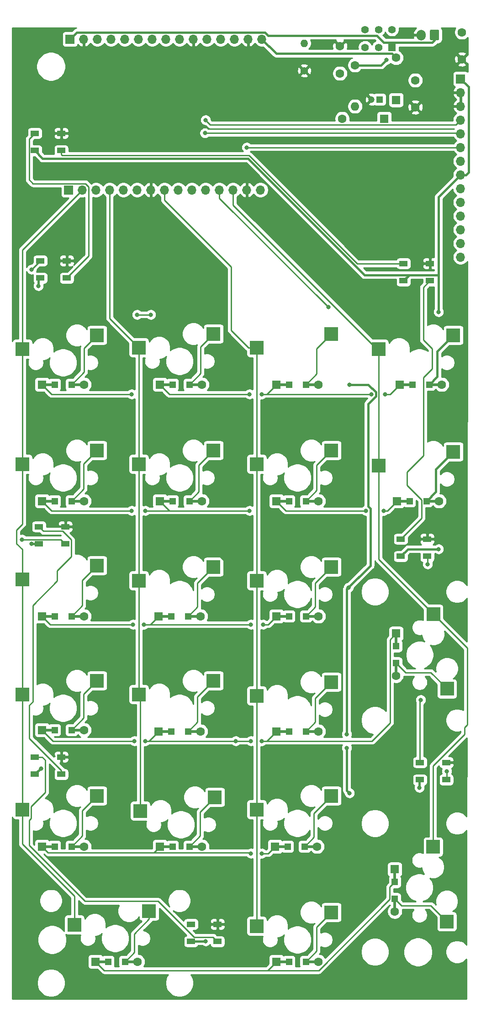
<source format=gbl>
G04 #@! TF.GenerationSoftware,KiCad,Pcbnew,(5.1.6)-1*
G04 #@! TF.CreationDate,2020-06-08T17:18:55+12:00*
G04 #@! TF.ProjectId,discipad-pcb,64697363-6970-4616-942d-7063622e6b69,rev?*
G04 #@! TF.SameCoordinates,Original*
G04 #@! TF.FileFunction,Copper,L2,Bot*
G04 #@! TF.FilePolarity,Positive*
%FSLAX46Y46*%
G04 Gerber Fmt 4.6, Leading zero omitted, Abs format (unit mm)*
G04 Created by KiCad (PCBNEW (5.1.6)-1) date 2020-06-08 17:18:55*
%MOMM*%
%LPD*%
G01*
G04 APERTURE LIST*
G04 #@! TA.AperFunction,SMDPad,CuDef*
%ADD10R,2.550000X2.500000*%
G04 #@! TD*
G04 #@! TA.AperFunction,SMDPad,CuDef*
%ADD11R,2.500000X2.550000*%
G04 #@! TD*
G04 #@! TA.AperFunction,SMDPad,CuDef*
%ADD12R,1.500000X1.000000*%
G04 #@! TD*
G04 #@! TA.AperFunction,ComponentPad*
%ADD13C,1.400000*%
G04 #@! TD*
G04 #@! TA.AperFunction,ComponentPad*
%ADD14R,1.400000X1.400000*%
G04 #@! TD*
G04 #@! TA.AperFunction,ComponentPad*
%ADD15O,1.700000X1.700000*%
G04 #@! TD*
G04 #@! TA.AperFunction,ComponentPad*
%ADD16R,1.700000X1.700000*%
G04 #@! TD*
G04 #@! TA.AperFunction,ComponentPad*
%ADD17O,1.400000X1.400000*%
G04 #@! TD*
G04 #@! TA.AperFunction,ComponentPad*
%ADD18O,1.600000X1.600000*%
G04 #@! TD*
G04 #@! TA.AperFunction,ComponentPad*
%ADD19C,1.600000*%
G04 #@! TD*
G04 #@! TA.AperFunction,ComponentPad*
%ADD20O,1.700000X2.000000*%
G04 #@! TD*
G04 #@! TA.AperFunction,ComponentPad*
%ADD21R,1.600000X1.600000*%
G04 #@! TD*
G04 #@! TA.AperFunction,Conductor*
%ADD22R,2.500000X0.500000*%
G04 #@! TD*
G04 #@! TA.AperFunction,SMDPad,CuDef*
%ADD23R,1.200000X1.200000*%
G04 #@! TD*
G04 #@! TA.AperFunction,ComponentPad*
%ADD24R,1.200000X1.200000*%
G04 #@! TD*
G04 #@! TA.AperFunction,ComponentPad*
%ADD25C,1.200000*%
G04 #@! TD*
G04 #@! TA.AperFunction,Conductor*
%ADD26R,0.500000X2.500000*%
G04 #@! TD*
G04 #@! TA.AperFunction,ViaPad*
%ADD27C,0.800000*%
G04 #@! TD*
G04 #@! TA.AperFunction,Conductor*
%ADD28C,0.250000*%
G04 #@! TD*
G04 #@! TA.AperFunction,Conductor*
%ADD29C,0.400000*%
G04 #@! TD*
G04 #@! TA.AperFunction,Conductor*
%ADD30C,0.254000*%
G04 #@! TD*
G04 APERTURE END LIST*
D10*
X2652493Y-60250493D03*
X16502493Y-57710493D03*
X68692493Y-81840493D03*
X82542493Y-79300493D03*
D11*
X78828493Y-109379493D03*
X81368493Y-123229493D03*
X78792493Y-152512493D03*
X81332493Y-166362493D03*
D10*
X46086493Y-167184493D03*
X59936493Y-164644493D03*
X46086493Y-124512493D03*
X59936493Y-121972493D03*
X46086493Y-103176493D03*
X59936493Y-100636493D03*
X46086493Y-81586493D03*
X59936493Y-79046493D03*
X46086493Y-59996493D03*
X59936493Y-57456493D03*
X24496493Y-145848493D03*
X38346493Y-143308493D03*
X24242493Y-124258493D03*
X38092493Y-121718493D03*
X24242493Y-103176493D03*
X38092493Y-100636493D03*
X24242493Y-81586493D03*
X38092493Y-79046493D03*
X2652493Y-145594493D03*
X16502493Y-143054493D03*
X12304493Y-166930493D03*
X26154493Y-164390493D03*
X46086493Y-145594493D03*
X59936493Y-143054493D03*
X2652493Y-124258493D03*
X16502493Y-121718493D03*
X2652493Y-102922493D03*
X16502493Y-100382493D03*
X2652493Y-81586493D03*
X16502493Y-79046493D03*
X24242493Y-59996493D03*
X38092493Y-57456493D03*
X68692493Y-60250493D03*
X82542493Y-57710493D03*
D12*
X5730493Y-96394493D03*
X5730493Y-93194493D03*
X10630493Y-96394493D03*
X10630493Y-93194493D03*
X5984493Y-47118493D03*
X5984493Y-43918493D03*
X10884493Y-47118493D03*
X10884493Y-43918493D03*
X4968493Y-139066493D03*
X4968493Y-135866493D03*
X9868493Y-139066493D03*
X9868493Y-135866493D03*
X4968493Y-23496493D03*
X4968493Y-20296493D03*
X9868493Y-23496493D03*
X9868493Y-20296493D03*
X73294493Y-47626493D03*
X73294493Y-44426493D03*
X78194493Y-47626493D03*
X78194493Y-44426493D03*
X33924493Y-170054493D03*
X33924493Y-166854493D03*
X38824493Y-170054493D03*
X38824493Y-166854493D03*
X72786493Y-98680493D03*
X72786493Y-95480493D03*
X77686493Y-98680493D03*
X77686493Y-95480493D03*
X76342493Y-140082493D03*
X76342493Y-136882493D03*
X81242493Y-140082493D03*
X81242493Y-136882493D03*
D13*
X66172493Y-1070493D03*
X68672493Y-1070493D03*
X71172493Y-1070493D03*
X66172493Y-4370493D03*
X68672493Y-4370493D03*
D14*
X71172493Y-4370493D03*
D15*
X83872493Y-43232493D03*
X83872493Y-40692493D03*
X83872493Y-38152493D03*
X83872493Y-35612493D03*
X83872493Y-33072493D03*
X83872493Y-30532493D03*
X83872493Y-27992493D03*
X83872493Y-25452493D03*
X83872493Y-22912493D03*
X83872493Y-20372493D03*
X83872493Y-17832493D03*
X83872493Y-15292493D03*
X83872493Y-12752493D03*
D16*
X83872493Y-10212493D03*
D15*
X46788493Y-30786493D03*
X44248493Y-30786493D03*
X41708493Y-30786493D03*
X39168493Y-30786493D03*
X36628493Y-30786493D03*
X34088493Y-30786493D03*
X31548493Y-30786493D03*
X29008493Y-30786493D03*
X26468493Y-30786493D03*
X23928493Y-30786493D03*
X21388493Y-30786493D03*
X18848493Y-30786493D03*
X16308493Y-30786493D03*
X13768493Y-30786493D03*
D16*
X11228493Y-30786493D03*
D15*
X47042493Y-2846493D03*
X44502493Y-2846493D03*
X41962493Y-2846493D03*
X39422493Y-2846493D03*
X36882493Y-2846493D03*
X34342493Y-2846493D03*
X31802493Y-2846493D03*
X29262493Y-2846493D03*
X26722493Y-2846493D03*
X24182493Y-2846493D03*
X21642493Y-2846493D03*
X19102493Y-2846493D03*
X16562493Y-2846493D03*
X14022493Y-2846493D03*
D16*
X11482493Y-2846493D03*
D17*
X54916493Y-3608493D03*
D13*
X54916493Y-8688493D03*
D18*
X64314493Y-15292493D03*
D19*
X64314493Y-7672493D03*
D20*
X76546493Y-2084493D03*
G04 #@! TA.AperFunction,ComponentPad*
G36*
G01*
X79896493Y-1334493D02*
X79896493Y-2834493D01*
G75*
G02*
X79646493Y-3084493I-250000J0D01*
G01*
X78446493Y-3084493D01*
G75*
G02*
X78196493Y-2834493I0J250000D01*
G01*
X78196493Y-1334493D01*
G75*
G02*
X78446493Y-1084493I250000J0D01*
G01*
X79646493Y-1084493D01*
G75*
G02*
X79896493Y-1334493I0J-250000D01*
G01*
G37*
G04 #@! TD.AperFunction*
D19*
X61938493Y-17578493D03*
D21*
X69738493Y-17578493D03*
D19*
X71934493Y-6312493D03*
D21*
X71934493Y-14112493D03*
D19*
X84126493Y-6576493D03*
X84126493Y-1576493D03*
X75490493Y-15466493D03*
X75490493Y-10466493D03*
X61520493Y-4196493D03*
X61520493Y-9196493D03*
D22*
X79206493Y-66854493D03*
X73806493Y-66854493D03*
D19*
X80406493Y-66854493D03*
D21*
X72606493Y-66854493D03*
D23*
X74931493Y-66854493D03*
X78081493Y-66854493D03*
D22*
X56346493Y-66854493D03*
X50946493Y-66854493D03*
D19*
X57546493Y-66854493D03*
D21*
X49746493Y-66854493D03*
D23*
X52071493Y-66854493D03*
X55221493Y-66854493D03*
D22*
X34756493Y-66854493D03*
X29356493Y-66854493D03*
D19*
X35956493Y-66854493D03*
D21*
X28156493Y-66854493D03*
D23*
X30481493Y-66854493D03*
X33631493Y-66854493D03*
D22*
X12912493Y-66854493D03*
X7512493Y-66854493D03*
D19*
X14112493Y-66854493D03*
D21*
X6312493Y-66854493D03*
D23*
X8637493Y-66854493D03*
X11787493Y-66854493D03*
D24*
X68886493Y-14022493D03*
D25*
X67386493Y-14022493D03*
D23*
X11787493Y-88444493D03*
X8637493Y-88444493D03*
D21*
X6312493Y-88444493D03*
D19*
X14112493Y-88444493D03*
D22*
X7512493Y-88444493D03*
X12912493Y-88444493D03*
D23*
X33631493Y-88444493D03*
X30481493Y-88444493D03*
D21*
X28156493Y-88444493D03*
D19*
X35956493Y-88444493D03*
D22*
X29356493Y-88444493D03*
X34756493Y-88444493D03*
D23*
X55221493Y-88444493D03*
X52071493Y-88444493D03*
D21*
X49746493Y-88444493D03*
D19*
X57546493Y-88444493D03*
D22*
X50946493Y-88444493D03*
X56346493Y-88444493D03*
D23*
X77573493Y-88444493D03*
X74423493Y-88444493D03*
D21*
X72098493Y-88444493D03*
D19*
X79898493Y-88444493D03*
D22*
X73298493Y-88444493D03*
X78698493Y-88444493D03*
X12912493Y-109780493D03*
X7512493Y-109780493D03*
D19*
X14112493Y-109780493D03*
D21*
X6312493Y-109780493D03*
D23*
X8637493Y-109780493D03*
X11787493Y-109780493D03*
X33377493Y-109780493D03*
X30227493Y-109780493D03*
D21*
X27902493Y-109780493D03*
D19*
X35702493Y-109780493D03*
D22*
X29102493Y-109780493D03*
X34502493Y-109780493D03*
D23*
X55221493Y-109780493D03*
X52071493Y-109780493D03*
D21*
X49746493Y-109780493D03*
D19*
X57546493Y-109780493D03*
D22*
X50946493Y-109780493D03*
X56346493Y-109780493D03*
D23*
X11787493Y-130862493D03*
X8637493Y-130862493D03*
D21*
X6312493Y-130862493D03*
D19*
X14112493Y-130862493D03*
D22*
X7512493Y-130862493D03*
X12912493Y-130862493D03*
D23*
X33377493Y-131116493D03*
X30227493Y-131116493D03*
D21*
X27902493Y-131116493D03*
D19*
X35702493Y-131116493D03*
D22*
X29102493Y-131116493D03*
X34502493Y-131116493D03*
X56346493Y-131116493D03*
X50946493Y-131116493D03*
D19*
X57546493Y-131116493D03*
D21*
X49746493Y-131116493D03*
D23*
X52071493Y-131116493D03*
X55221493Y-131116493D03*
D26*
X71934493Y-119592493D03*
X71934493Y-114192493D03*
D19*
X71934493Y-120792493D03*
D21*
X71934493Y-112992493D03*
D23*
X71934493Y-115317493D03*
X71934493Y-118467493D03*
D22*
X12912493Y-152452493D03*
X7512493Y-152452493D03*
D19*
X14112493Y-152452493D03*
D21*
X6312493Y-152452493D03*
D23*
X8637493Y-152452493D03*
X11787493Y-152452493D03*
X33631493Y-152452493D03*
X30481493Y-152452493D03*
D21*
X28156493Y-152452493D03*
D19*
X35956493Y-152452493D03*
D22*
X29356493Y-152452493D03*
X34756493Y-152452493D03*
X56092493Y-152452493D03*
X50692493Y-152452493D03*
D19*
X57292493Y-152452493D03*
D21*
X49492493Y-152452493D03*
D23*
X51817493Y-152452493D03*
X54967493Y-152452493D03*
D22*
X22818493Y-173788493D03*
X17418493Y-173788493D03*
D19*
X24018493Y-173788493D03*
D21*
X16218493Y-173788493D03*
D23*
X18543493Y-173788493D03*
X21693493Y-173788493D03*
D22*
X56346493Y-173788493D03*
X50946493Y-173788493D03*
D19*
X57546493Y-173788493D03*
D21*
X49746493Y-173788493D03*
D23*
X52071493Y-173788493D03*
X55221493Y-173788493D03*
D26*
X71680493Y-163280493D03*
X71680493Y-157880493D03*
D19*
X71680493Y-164480493D03*
D21*
X71680493Y-156680493D03*
D23*
X71680493Y-159005493D03*
X71680493Y-162155493D03*
D27*
X44756493Y-90222493D03*
X22912493Y-90222493D03*
X25452493Y-90222493D03*
X69648493Y-90222493D03*
X66346493Y-90222493D03*
X23166493Y-111304493D03*
X25198493Y-111304493D03*
X45010493Y-111304493D03*
X47296493Y-111304493D03*
X23420493Y-132894493D03*
X25452493Y-132894493D03*
X45010493Y-132894493D03*
X47042493Y-132894493D03*
X42216493Y-132894493D03*
X45010493Y-153722493D03*
X47042493Y-153722493D03*
X59359146Y-52505840D03*
X44502493Y-105462493D03*
X48820493Y-162358493D03*
X72950493Y-109018493D03*
X9958493Y-71680493D03*
X32310493Y-74982493D03*
X31548493Y-93270493D03*
X14022493Y-157024493D03*
X53138493Y-93270493D03*
X36374493Y-117654493D03*
X58472493Y-74982493D03*
X58218493Y-160326493D03*
X44248493Y-140514493D03*
X37390493Y-140514493D03*
X58472493Y-117654493D03*
X53646493Y-119178493D03*
X38406493Y-138482493D03*
X68378493Y-100890493D03*
X73966493Y-92000493D03*
X41454493Y-92508493D03*
X67616493Y-116892493D03*
X65584493Y-122734493D03*
X59996493Y-7672493D03*
X9958493Y-113844493D03*
X71172493Y-92762493D03*
X81586493Y-34342493D03*
X78030493Y-34596493D03*
X81332493Y-17070493D03*
X81332493Y-21642493D03*
X81586493Y-26468493D03*
X81332493Y-24182493D03*
X83364493Y-136958493D03*
X63298493Y-142546493D03*
X62790493Y-134164493D03*
X62790493Y-131624493D03*
X63122492Y-104446493D03*
X63298493Y-66854493D03*
X79808493Y-53392493D03*
X76252493Y-141530493D03*
X79808493Y-97334493D03*
X5640493Y-48566493D03*
X4370493Y-96318493D03*
X6148493Y-137974493D03*
X36628493Y-169978493D03*
X23928493Y-53900493D03*
X26468493Y-53900493D03*
X36501493Y-20245493D03*
X36628493Y-17832493D03*
X22912493Y-68632493D03*
X44756493Y-68632493D03*
X47042493Y-68632493D03*
X67362493Y-68632493D03*
X69902493Y-68632493D03*
X44248493Y-22912493D03*
X70156493Y-6656493D03*
X81332493Y-138482493D03*
X76506493Y-125274493D03*
X77776493Y-100128493D03*
X4370493Y-45518493D03*
X2592493Y-95556493D03*
D28*
X28156493Y-88444493D02*
X29934493Y-90222493D01*
X8090493Y-90222493D02*
X22912493Y-90222493D01*
X6312493Y-88444493D02*
X8090493Y-90222493D01*
X70320493Y-90222493D02*
X72098493Y-88444493D01*
X69648493Y-90222493D02*
X70320493Y-90222493D01*
X25452493Y-90222493D02*
X31548493Y-90222493D01*
X29934493Y-90222493D02*
X31548493Y-90222493D01*
X31548493Y-90222493D02*
X44756493Y-90222493D01*
X51524493Y-90222493D02*
X66346493Y-90222493D01*
X49746493Y-88444493D02*
X51524493Y-90222493D01*
X16502493Y-79046493D02*
X14022493Y-81526493D01*
X14022493Y-86209493D02*
X11787493Y-88444493D01*
X14022493Y-81526493D02*
X14022493Y-86209493D01*
X6312493Y-109780493D02*
X7836493Y-111304493D01*
X7836493Y-111304493D02*
X23166493Y-111304493D01*
X26378493Y-111304493D02*
X27902493Y-109780493D01*
X25198493Y-111304493D02*
X26378493Y-111304493D01*
X25198493Y-111304493D02*
X45010493Y-111304493D01*
X48222493Y-111304493D02*
X49746493Y-109780493D01*
X47296493Y-111304493D02*
X48222493Y-111304493D01*
X38092493Y-79046493D02*
X35358493Y-81780493D01*
X35358493Y-86717493D02*
X33631493Y-88444493D01*
X35358493Y-81780493D02*
X35358493Y-86717493D01*
X6312493Y-130862493D02*
X8344493Y-132894493D01*
X8344493Y-132894493D02*
X23420493Y-132894493D01*
X26124493Y-132894493D02*
X27902493Y-131116493D01*
X25452493Y-132894493D02*
X26124493Y-132894493D01*
X47968493Y-132894493D02*
X49746493Y-131116493D01*
X47042493Y-132894493D02*
X47968493Y-132894493D01*
X70809492Y-114117494D02*
X71934493Y-112992493D01*
X67448467Y-132894493D02*
X70809492Y-129533468D01*
X70809492Y-129533468D02*
X70809492Y-114117494D01*
X47968493Y-132894493D02*
X67448467Y-132894493D01*
X41708493Y-132894493D02*
X42216493Y-132894493D01*
X41708493Y-132894493D02*
X45010493Y-132894493D01*
X26124493Y-132894493D02*
X41708493Y-132894493D01*
X59936493Y-79046493D02*
X57202493Y-81780493D01*
X57202493Y-86463493D02*
X55221493Y-88444493D01*
X57202493Y-81780493D02*
X57202493Y-86463493D01*
D29*
X82542493Y-79300493D02*
X79300493Y-82542493D01*
X79300493Y-86717493D02*
X77573493Y-88444493D01*
X79300493Y-82542493D02*
X79300493Y-86717493D01*
D28*
X7437494Y-153577494D02*
X27031492Y-153577494D01*
X27031492Y-153577494D02*
X28156493Y-152452493D01*
X6312493Y-152452493D02*
X7437494Y-153577494D01*
X27031492Y-153577494D02*
X44865494Y-153577494D01*
X44865494Y-153577494D02*
X45010493Y-153722493D01*
X48222493Y-153722493D02*
X49492493Y-152452493D01*
X47042493Y-153722493D02*
X48222493Y-153722493D01*
X48128394Y-175406592D02*
X49746493Y-173788493D01*
X17836592Y-175406592D02*
X48128394Y-175406592D01*
X16218493Y-173788493D02*
X17836592Y-175406592D01*
X70755492Y-159930494D02*
X71680493Y-159005493D01*
X70755492Y-162244496D02*
X70755492Y-159930494D01*
X57593396Y-175406592D02*
X70755492Y-162244496D01*
X48128394Y-175406592D02*
X57593396Y-175406592D01*
X39168493Y-32315187D02*
X39168493Y-30786493D01*
X59359146Y-52505840D02*
X39168493Y-32315187D01*
X16502493Y-100382493D02*
X16502493Y-101458493D01*
X16502493Y-100382493D02*
X13768493Y-103116493D01*
X13768493Y-107799493D02*
X11787493Y-109780493D01*
X13768493Y-103116493D02*
X13768493Y-107799493D01*
X38092493Y-100636493D02*
X35104493Y-103624493D01*
X35104493Y-108053493D02*
X33377493Y-109780493D01*
X35104493Y-103624493D02*
X35104493Y-108053493D01*
X59936493Y-100636493D02*
X56948493Y-103624493D01*
X56948493Y-108053493D02*
X55221493Y-109780493D01*
X56948493Y-103624493D02*
X56948493Y-108053493D01*
X16502493Y-121718493D02*
X14022493Y-124198493D01*
X14022493Y-128627493D02*
X11787493Y-130862493D01*
X14022493Y-124198493D02*
X14022493Y-128627493D01*
X38092493Y-121718493D02*
X38092493Y-122794493D01*
X38092493Y-121718493D02*
X35104493Y-124706493D01*
X35104493Y-129389493D02*
X33377493Y-131116493D01*
X35104493Y-124706493D02*
X35104493Y-129389493D01*
X59936493Y-121972493D02*
X56948493Y-124960493D01*
X56948493Y-129389493D02*
X55221493Y-131116493D01*
X56948493Y-124960493D02*
X56948493Y-129389493D01*
X81368493Y-123229493D02*
X78333493Y-120194493D01*
X73661493Y-120194493D02*
X71934493Y-118467493D01*
X78333493Y-120194493D02*
X73661493Y-120194493D01*
X16502493Y-143054493D02*
X13768493Y-145788493D01*
X13768493Y-150471493D02*
X11787493Y-152452493D01*
X13768493Y-145788493D02*
X13768493Y-150471493D01*
X38346493Y-143308493D02*
X35612493Y-146042493D01*
X35612493Y-150471493D02*
X33631493Y-152452493D01*
X35612493Y-146042493D02*
X35612493Y-150471493D01*
X59936493Y-143054493D02*
X56694493Y-146296493D01*
X56694493Y-150725493D02*
X54967493Y-152452493D01*
X56694493Y-146296493D02*
X56694493Y-150725493D01*
X26154493Y-165890493D02*
X23420493Y-168624493D01*
X26154493Y-164390493D02*
X26154493Y-165890493D01*
X23420493Y-172061493D02*
X21693493Y-173788493D01*
X23420493Y-168624493D02*
X23420493Y-172061493D01*
X59936493Y-164644493D02*
X57202493Y-167378493D01*
X57202493Y-171807493D02*
X55221493Y-173788493D01*
X57202493Y-167378493D02*
X57202493Y-171807493D01*
X81332493Y-166362493D02*
X78344493Y-163374493D01*
X72899493Y-163374493D02*
X71680493Y-162155493D01*
X78344493Y-163374493D02*
X72899493Y-163374493D01*
X2652493Y-60250493D02*
X2652493Y-81586493D01*
X2652493Y-102922493D02*
X2652493Y-124258493D01*
X2652493Y-124258493D02*
X2652493Y-145594493D01*
X2652493Y-145594493D02*
X2652493Y-152004493D01*
X12304493Y-161656493D02*
X12304493Y-166930493D01*
X2652493Y-152004493D02*
X12304493Y-161656493D01*
X2652493Y-60250493D02*
X2652493Y-58920493D01*
X2652493Y-41902493D02*
X13768493Y-30786493D01*
X2652493Y-60250493D02*
X2652493Y-41902493D01*
X2652493Y-102922493D02*
X2652493Y-97394493D01*
X2652493Y-97394493D02*
X1576493Y-96318493D01*
X1576493Y-96318493D02*
X1576493Y-93778493D01*
X2652493Y-92702493D02*
X2652493Y-81586493D01*
X1576493Y-93778493D02*
X2652493Y-92702493D01*
X24496493Y-124512493D02*
X24242493Y-124258493D01*
X24496493Y-145848493D02*
X24496493Y-124512493D01*
X24242493Y-124258493D02*
X24242493Y-103176493D01*
X24242493Y-81586493D02*
X24242493Y-103176493D01*
X24242493Y-81586493D02*
X24242493Y-59996493D01*
X18848493Y-54602493D02*
X24242493Y-59996493D01*
X18848493Y-30786493D02*
X18848493Y-54602493D01*
X46086493Y-59996493D02*
X46086493Y-81586493D01*
X46086493Y-81586493D02*
X46086493Y-103176493D01*
X46086493Y-124512493D02*
X46086493Y-103176493D01*
X46086493Y-145594493D02*
X46086493Y-124512493D01*
X46086493Y-167184493D02*
X46086493Y-145594493D01*
X46086493Y-59996493D02*
X44561493Y-59996493D01*
X44561493Y-59996493D02*
X41356993Y-56791993D01*
X41356993Y-56791993D02*
X41356993Y-45065991D01*
X29008493Y-32717491D02*
X41356993Y-45065991D01*
X29008493Y-30786493D02*
X29008493Y-32717491D01*
X68692493Y-60250493D02*
X68692493Y-81840493D01*
X68692493Y-99243493D02*
X68692493Y-81840493D01*
X78828493Y-109379493D02*
X68692493Y-99243493D01*
X68692493Y-60250493D02*
X68378493Y-60250493D01*
X41708493Y-33580493D02*
X41708493Y-30786493D01*
X68378493Y-60250493D02*
X41708493Y-33580493D01*
X85122494Y-115673494D02*
X78828493Y-109379493D01*
X78792493Y-152512493D02*
X78792493Y-137497491D01*
X78792493Y-137497491D02*
X84645492Y-131644492D01*
X84645492Y-131644492D02*
X84645492Y-130375016D01*
X84645492Y-130375016D02*
X85122494Y-129898014D01*
X85122494Y-129898014D02*
X85122494Y-115673494D01*
D29*
X34995497Y-94294495D02*
X34252493Y-94294495D01*
X44102494Y-103401492D02*
X34995497Y-94294495D01*
X44502493Y-105462493D02*
X44102494Y-105062494D01*
X44102494Y-105062494D02*
X44102494Y-103401492D01*
X44248493Y-140514493D02*
X37390493Y-140514493D01*
X58472493Y-117654493D02*
X56948493Y-119178493D01*
X56948493Y-119178493D02*
X53646493Y-119178493D01*
X38406493Y-139498493D02*
X37390493Y-140514493D01*
X38406493Y-138482493D02*
X38406493Y-139498493D01*
X63298493Y-142546493D02*
X62790493Y-142038493D01*
X62790493Y-142038493D02*
X62790493Y-134164493D01*
X62790493Y-131624493D02*
X62790493Y-104778492D01*
X62790493Y-104778492D02*
X63122492Y-104446493D01*
X68162494Y-69016494D02*
X68162494Y-68248492D01*
X67146494Y-100422491D02*
X67146494Y-89838492D01*
X66730494Y-70448494D02*
X68162494Y-69016494D01*
X66768495Y-66854493D02*
X63298493Y-66854493D01*
X62790493Y-104778492D02*
X67146494Y-100422491D01*
X68162494Y-68248492D02*
X66768495Y-66854493D01*
X67146494Y-89838492D02*
X66730494Y-89422492D01*
X66730494Y-89422492D02*
X66730494Y-70448494D01*
X84888493Y-27992493D02*
X85391054Y-27489932D01*
X83872493Y-27992493D02*
X84888493Y-27992493D01*
X85391054Y-11731054D02*
X83872493Y-10212493D01*
X85391054Y-27489932D02*
X85391054Y-11731054D01*
X83872493Y-27992493D02*
X79808493Y-32056493D01*
X76252493Y-140172493D02*
X76342493Y-140082493D01*
X76252493Y-141530493D02*
X76252493Y-140172493D01*
X74132493Y-97334493D02*
X72786493Y-98680493D01*
X79808493Y-97334493D02*
X74132493Y-97334493D01*
X74386493Y-46534493D02*
X73294493Y-47626493D01*
X79808493Y-46534493D02*
X74386493Y-46534493D01*
X79808493Y-46534493D02*
X79808493Y-53392493D01*
X79808493Y-32056493D02*
X79808493Y-46534493D01*
X74386493Y-46534493D02*
X66055015Y-46534493D01*
X66055015Y-46534493D02*
X44465015Y-24944493D01*
X6416493Y-24944493D02*
X4968493Y-23496493D01*
X44465015Y-24944493D02*
X6416493Y-24944493D01*
X5640493Y-47462493D02*
X5984493Y-47118493D01*
X5640493Y-48566493D02*
X5640493Y-47462493D01*
X5654493Y-96318493D02*
X5730493Y-96394493D01*
X4370493Y-96318493D02*
X5654493Y-96318493D01*
X6060493Y-137974493D02*
X4968493Y-139066493D01*
X6148493Y-137974493D02*
X6060493Y-137974493D01*
X34000493Y-169978493D02*
X33924493Y-170054493D01*
X36628493Y-169978493D02*
X34000493Y-169978493D01*
D28*
X23928493Y-53900493D02*
X26468493Y-53900493D01*
X36628493Y-20372493D02*
X36501493Y-20245493D01*
X83745493Y-20245493D02*
X83872493Y-20372493D01*
X36501493Y-20245493D02*
X83745493Y-20245493D01*
X37499494Y-18703494D02*
X36628493Y-17832493D01*
X83001492Y-18703494D02*
X37499494Y-18703494D01*
X83872493Y-17832493D02*
X83001492Y-18703494D01*
D29*
X16502493Y-57710493D02*
X16502493Y-57770493D01*
D28*
X16502493Y-57710493D02*
X14116592Y-60096394D01*
X14116592Y-64525394D02*
X11787493Y-66854493D01*
X14116592Y-60096394D02*
X14116592Y-64525394D01*
X35706592Y-64779394D02*
X33631493Y-66854493D01*
X35706592Y-59842394D02*
X35706592Y-64779394D01*
X38092493Y-57456493D02*
X35706592Y-59842394D01*
X6312493Y-66854493D02*
X8090493Y-68632493D01*
X8090493Y-68632493D02*
X22912493Y-68632493D01*
X47968493Y-68632493D02*
X49746493Y-66854493D01*
X47042493Y-68632493D02*
X47968493Y-68632493D01*
X47968493Y-68632493D02*
X67362493Y-68632493D01*
X70828493Y-68632493D02*
X72606493Y-66854493D01*
X69902493Y-68632493D02*
X70828493Y-68632493D01*
X29934493Y-68632493D02*
X44756493Y-68632493D01*
X28156493Y-66854493D02*
X29934493Y-68632493D01*
X59936493Y-57456493D02*
X57202493Y-60190493D01*
X57202493Y-64873493D02*
X55221493Y-66854493D01*
X57202493Y-60190493D02*
X57202493Y-64873493D01*
D29*
X82542493Y-57710493D02*
X79554493Y-60698493D01*
X79554493Y-65381493D02*
X78081493Y-66854493D01*
X79554493Y-60698493D02*
X79554493Y-65381493D01*
X12732494Y-1596492D02*
X11482493Y-2846493D01*
X48216496Y-2170494D02*
X47642494Y-1596492D01*
X68354496Y-2170494D02*
X48216496Y-2170494D01*
X69668505Y-3484503D02*
X68354496Y-2170494D01*
X78646483Y-3484503D02*
X69668505Y-3484503D01*
X79046493Y-3084493D02*
X78646483Y-3484503D01*
X47642494Y-1596492D02*
X12732494Y-1596492D01*
X79046493Y-2084493D02*
X79046493Y-3084493D01*
X49708494Y-5512494D02*
X47042493Y-2846493D01*
X71134494Y-5512494D02*
X49708494Y-5512494D01*
X71934493Y-6312493D02*
X71134494Y-5512494D01*
D28*
X44756493Y-22912493D02*
X44248493Y-22912493D01*
X83872493Y-22912493D02*
X53138493Y-22912493D01*
X54408493Y-22912493D02*
X53138493Y-22912493D01*
X53138493Y-22912493D02*
X44756493Y-22912493D01*
D29*
X69140493Y-7672493D02*
X64314493Y-7672493D01*
X70156493Y-6656493D02*
X69140493Y-7672493D01*
D28*
X81332493Y-139992493D02*
X81242493Y-140082493D01*
X81332493Y-138482493D02*
X81332493Y-139992493D01*
X76342493Y-136882493D02*
X76342493Y-125438493D01*
X76342493Y-125438493D02*
X76506493Y-125274493D01*
X77776493Y-98770493D02*
X77686493Y-98680493D01*
X77776493Y-100128493D02*
X77776493Y-98770493D01*
X76967492Y-48853494D02*
X78194493Y-47626493D01*
X78571394Y-60190396D02*
X76967492Y-58586494D01*
X78571394Y-63903566D02*
X78571394Y-60190396D01*
X76967492Y-65507468D02*
X78571394Y-63903566D01*
X76967492Y-80016496D02*
X76967492Y-65507468D01*
X73933592Y-85493566D02*
X73933592Y-83050396D01*
X76648492Y-88208466D02*
X73933592Y-85493566D01*
X76967492Y-58586494D02*
X76967492Y-48853494D01*
X76648492Y-91618494D02*
X76648492Y-88208466D01*
X73933592Y-83050396D02*
X76967492Y-80016496D01*
X72786493Y-95480493D02*
X76648492Y-91618494D01*
X34464490Y-169229492D02*
X37999492Y-169229492D01*
X14240490Y-162565492D02*
X27800490Y-162565492D01*
X37999492Y-169229492D02*
X38824493Y-170054493D01*
X3956592Y-152281594D02*
X14240490Y-162565492D01*
X3956592Y-147570060D02*
X3956592Y-152281594D01*
X4252494Y-147274158D02*
X3956592Y-147570060D01*
X4252494Y-145043490D02*
X4252494Y-147274158D01*
X6873494Y-142422490D02*
X4252494Y-145043490D01*
X6873494Y-136413494D02*
X6873494Y-142422490D01*
X27800490Y-162565492D02*
X34464490Y-169229492D01*
X6326493Y-135866493D02*
X6873494Y-136413494D01*
X4968493Y-135866493D02*
X6326493Y-135866493D01*
X73294493Y-44426493D02*
X64689491Y-44426493D01*
X44682481Y-24419483D02*
X44727992Y-24464994D01*
X10041483Y-24419483D02*
X44682481Y-24419483D01*
X9868493Y-23496493D02*
X9868493Y-24246493D01*
X64689491Y-44426493D02*
X44727992Y-24464994D01*
X9868493Y-24246493D02*
X10041483Y-24419483D01*
X14943494Y-30222492D02*
X14943494Y-43059492D01*
X14332494Y-29611492D02*
X14943494Y-30222492D01*
X14943494Y-43059492D02*
X10884493Y-47118493D01*
X4591492Y-29611492D02*
X14332494Y-29611492D01*
X3893492Y-28913492D02*
X4591492Y-29611492D01*
X3893492Y-21371494D02*
X3893492Y-28913492D01*
X4968493Y-20296493D02*
X3893492Y-21371494D01*
X3956592Y-132404592D02*
X9868493Y-138316493D01*
X9868493Y-138316493D02*
X9868493Y-139066493D01*
X3956592Y-126234060D02*
X3956592Y-132404592D01*
X4577492Y-107757828D02*
X4577492Y-125613160D01*
X9099420Y-103235900D02*
X4577492Y-107757828D01*
X4577492Y-125613160D02*
X3956592Y-126234060D01*
X9099420Y-101334564D02*
X9099420Y-103235900D01*
X11705494Y-98728490D02*
X9099420Y-101334564D01*
X11705494Y-95634492D02*
X11705494Y-98728490D01*
X10090496Y-94019494D02*
X11705494Y-95634492D01*
X6555494Y-94019494D02*
X10090496Y-94019494D01*
X5730493Y-93194493D02*
X6555494Y-94019494D01*
X5984493Y-43918493D02*
X5970493Y-43918493D01*
X5970493Y-43918493D02*
X4370493Y-45518493D01*
X9792493Y-95556493D02*
X10630493Y-96394493D01*
X2592493Y-95556493D02*
X9792493Y-95556493D01*
D30*
G36*
X84988813Y-146907433D02*
G01*
X84914497Y-146796211D01*
X84613775Y-146495489D01*
X84260163Y-146259212D01*
X83867250Y-146096463D01*
X83450136Y-146013493D01*
X83024850Y-146013493D01*
X82607736Y-146096463D01*
X82214823Y-146259212D01*
X81861211Y-146495489D01*
X81560489Y-146796211D01*
X81324212Y-147149823D01*
X81161463Y-147542736D01*
X81078493Y-147959850D01*
X81078493Y-148385136D01*
X81161463Y-148802250D01*
X81324212Y-149195163D01*
X81560489Y-149548775D01*
X81861211Y-149849497D01*
X82214823Y-150085774D01*
X82607736Y-150248523D01*
X83024850Y-150331493D01*
X83450136Y-150331493D01*
X83867250Y-150248523D01*
X84260163Y-150085774D01*
X84613775Y-149849497D01*
X84914497Y-149548775D01*
X84985262Y-149442868D01*
X84955550Y-170657650D01*
X84914497Y-170596211D01*
X84613775Y-170295489D01*
X84260163Y-170059212D01*
X83867250Y-169896463D01*
X83450136Y-169813493D01*
X83024850Y-169813493D01*
X82607736Y-169896463D01*
X82214823Y-170059212D01*
X81861211Y-170295489D01*
X81560489Y-170596211D01*
X81324212Y-170949823D01*
X81161463Y-171342736D01*
X81078493Y-171759850D01*
X81078493Y-172185136D01*
X81161463Y-172602250D01*
X81324212Y-172995163D01*
X81560489Y-173348775D01*
X81861211Y-173649497D01*
X82214823Y-173885774D01*
X82607736Y-174048523D01*
X83024850Y-174131493D01*
X83450136Y-174131493D01*
X83867250Y-174048523D01*
X84260163Y-173885774D01*
X84613775Y-173649497D01*
X84914497Y-173348775D01*
X84951859Y-173292859D01*
X84941487Y-180698493D01*
X762493Y-180698493D01*
X762493Y-177466569D01*
X5335593Y-177466569D01*
X5335593Y-177984417D01*
X5436620Y-178492315D01*
X5634792Y-178970744D01*
X5922493Y-179401319D01*
X6288667Y-179767493D01*
X6719242Y-180055194D01*
X7197671Y-180253366D01*
X7705569Y-180354393D01*
X8223417Y-180354393D01*
X8731315Y-180253366D01*
X9209744Y-180055194D01*
X9640319Y-179767493D01*
X10006493Y-179401319D01*
X10294194Y-178970744D01*
X10492366Y-178492315D01*
X10593393Y-177984417D01*
X10593393Y-177466569D01*
X10492366Y-176958671D01*
X10294194Y-176480242D01*
X10006493Y-176049667D01*
X9640319Y-175683493D01*
X9209744Y-175395792D01*
X8731315Y-175197620D01*
X8223417Y-175096593D01*
X7705569Y-175096593D01*
X7197671Y-175197620D01*
X6719242Y-175395792D01*
X6288667Y-175683493D01*
X5922493Y-176049667D01*
X5634792Y-176480242D01*
X5436620Y-176958671D01*
X5335593Y-177466569D01*
X762493Y-177466569D01*
X762493Y-162272850D01*
X5805493Y-162272850D01*
X5805493Y-162698136D01*
X5888463Y-163115250D01*
X6051212Y-163508163D01*
X6287489Y-163861775D01*
X6588211Y-164162497D01*
X6941823Y-164398774D01*
X7334736Y-164561523D01*
X7751850Y-164644493D01*
X8177136Y-164644493D01*
X8594250Y-164561523D01*
X8987163Y-164398774D01*
X9340775Y-164162497D01*
X9641497Y-163861775D01*
X9877774Y-163508163D01*
X10040523Y-163115250D01*
X10123493Y-162698136D01*
X10123493Y-162272850D01*
X10040523Y-161855736D01*
X9877774Y-161462823D01*
X9641497Y-161109211D01*
X9340775Y-160808489D01*
X8987163Y-160572212D01*
X8594250Y-160409463D01*
X8177136Y-160326493D01*
X7751850Y-160326493D01*
X7334736Y-160409463D01*
X6941823Y-160572212D01*
X6588211Y-160808489D01*
X6287489Y-161109211D01*
X6051212Y-161462823D01*
X5888463Y-161855736D01*
X5805493Y-162272850D01*
X762493Y-162272850D01*
X762493Y-147004617D01*
X787991Y-147088673D01*
X846956Y-147198987D01*
X926308Y-147295678D01*
X1022999Y-147375030D01*
X1133313Y-147433995D01*
X1253011Y-147470305D01*
X1377493Y-147482565D01*
X1892493Y-147482565D01*
X1892494Y-151967161D01*
X1888817Y-152004493D01*
X1892494Y-152041826D01*
X1901436Y-152132609D01*
X1903491Y-152153478D01*
X1946947Y-152296739D01*
X2017519Y-152428769D01*
X2088694Y-152515495D01*
X2112493Y-152544494D01*
X2141491Y-152568292D01*
X11544493Y-161971295D01*
X11544494Y-165042421D01*
X11029493Y-165042421D01*
X10905011Y-165054681D01*
X10785313Y-165090991D01*
X10674999Y-165149956D01*
X10578308Y-165229308D01*
X10498956Y-165325999D01*
X10439991Y-165436313D01*
X10403681Y-165556011D01*
X10391421Y-165680493D01*
X10391421Y-168143171D01*
X10290812Y-167992599D01*
X9912387Y-167614174D01*
X9467406Y-167316848D01*
X8972970Y-167112046D01*
X8448080Y-167007639D01*
X7912906Y-167007639D01*
X7388016Y-167112046D01*
X6893580Y-167316848D01*
X6448599Y-167614174D01*
X6070174Y-167992599D01*
X5772848Y-168437580D01*
X5568046Y-168932016D01*
X5463639Y-169456906D01*
X5463639Y-169992080D01*
X5568046Y-170516970D01*
X5772848Y-171011406D01*
X6070174Y-171456387D01*
X6448599Y-171834812D01*
X6893580Y-172132138D01*
X7388016Y-172336940D01*
X7912906Y-172441347D01*
X8448080Y-172441347D01*
X8972970Y-172336940D01*
X9467406Y-172132138D01*
X9912387Y-171834812D01*
X10290812Y-171456387D01*
X10588138Y-171011406D01*
X10792940Y-170516970D01*
X10897347Y-169992080D01*
X10897347Y-169456906D01*
X10792940Y-168932016D01*
X10708913Y-168729158D01*
X10785313Y-168769995D01*
X10905011Y-168806305D01*
X11029493Y-168818565D01*
X13446203Y-168818565D01*
X13355695Y-169037072D01*
X13298593Y-169324145D01*
X13298593Y-169616841D01*
X13355695Y-169903914D01*
X13467705Y-170174331D01*
X13630319Y-170417699D01*
X13837287Y-170624667D01*
X14080655Y-170787281D01*
X14351072Y-170899291D01*
X14638145Y-170956393D01*
X14930841Y-170956393D01*
X15217914Y-170899291D01*
X15488331Y-170787281D01*
X15731699Y-170624667D01*
X15938667Y-170417699D01*
X16101281Y-170174331D01*
X16213291Y-169903914D01*
X16270393Y-169616841D01*
X16270393Y-169324145D01*
X16218944Y-169065493D01*
X16264772Y-169065493D01*
X16677249Y-168983446D01*
X17065795Y-168822505D01*
X17372201Y-168617772D01*
X17336620Y-168703671D01*
X17235593Y-169211569D01*
X17235593Y-169729417D01*
X17336620Y-170237315D01*
X17534792Y-170715744D01*
X17822493Y-171146319D01*
X18188667Y-171512493D01*
X18619242Y-171800194D01*
X19097671Y-171998366D01*
X19605569Y-172099393D01*
X20123417Y-172099393D01*
X20631315Y-171998366D01*
X21109744Y-171800194D01*
X21540319Y-171512493D01*
X21906493Y-171146319D01*
X22194194Y-170715744D01*
X22392366Y-170237315D01*
X22493393Y-169729417D01*
X22493393Y-169211569D01*
X22392366Y-168703671D01*
X22194194Y-168225242D01*
X21906493Y-167794667D01*
X21540319Y-167428493D01*
X21109744Y-167140792D01*
X20631315Y-166942620D01*
X20123417Y-166841593D01*
X19605569Y-166841593D01*
X19097671Y-166942620D01*
X18619242Y-167140792D01*
X18188667Y-167428493D01*
X18118256Y-167498904D01*
X18189493Y-167140772D01*
X18189493Y-166720214D01*
X18107446Y-166307737D01*
X17946505Y-165919191D01*
X17712856Y-165569510D01*
X17415476Y-165272130D01*
X17065795Y-165038481D01*
X16677249Y-164877540D01*
X16264772Y-164795493D01*
X15844214Y-164795493D01*
X15431737Y-164877540D01*
X15043191Y-165038481D01*
X14693510Y-165272130D01*
X14396130Y-165569510D01*
X14217565Y-165836752D01*
X14217565Y-165680493D01*
X14205305Y-165556011D01*
X14168995Y-165436313D01*
X14110030Y-165325999D01*
X14030678Y-165229308D01*
X13933987Y-165149956D01*
X13823673Y-165090991D01*
X13703975Y-165054681D01*
X13579493Y-165042421D01*
X13064493Y-165042421D01*
X13064493Y-162464297D01*
X13676690Y-163076494D01*
X13700489Y-163105493D01*
X13729487Y-163129291D01*
X13816213Y-163200466D01*
X13881287Y-163235249D01*
X13948243Y-163271038D01*
X14091504Y-163314495D01*
X14203157Y-163325492D01*
X14203166Y-163325492D01*
X14240489Y-163329168D01*
X14277812Y-163325492D01*
X20548361Y-163325492D01*
X20512481Y-163379191D01*
X20351540Y-163767737D01*
X20269493Y-164180214D01*
X20269493Y-164600772D01*
X20351540Y-165013249D01*
X20512481Y-165401795D01*
X20746130Y-165751476D01*
X21043510Y-166048856D01*
X21393191Y-166282505D01*
X21781737Y-166443446D01*
X22194214Y-166525493D01*
X22614772Y-166525493D01*
X23027249Y-166443446D01*
X23415795Y-166282505D01*
X23765476Y-166048856D01*
X24062856Y-165751476D01*
X24241421Y-165484234D01*
X24241421Y-165640493D01*
X24253681Y-165764975D01*
X24289991Y-165884673D01*
X24348956Y-165994987D01*
X24428308Y-166091678D01*
X24524999Y-166171030D01*
X24635313Y-166229995D01*
X24715780Y-166254404D01*
X22909496Y-168060689D01*
X22880492Y-168084492D01*
X22845201Y-168127495D01*
X22785519Y-168200217D01*
X22736740Y-168291476D01*
X22714947Y-168332247D01*
X22671490Y-168475508D01*
X22660493Y-168587161D01*
X22660493Y-168587171D01*
X22656817Y-168624493D01*
X22660493Y-168661816D01*
X22660494Y-171746690D01*
X21856764Y-172550421D01*
X21093493Y-172550421D01*
X20969011Y-172562681D01*
X20849313Y-172598991D01*
X20738999Y-172657956D01*
X20642308Y-172737308D01*
X20562956Y-172833999D01*
X20503991Y-172944313D01*
X20467681Y-173064011D01*
X20455421Y-173188493D01*
X20455421Y-174388493D01*
X20467681Y-174512975D01*
X20503991Y-174632673D01*
X20511431Y-174646592D01*
X19725555Y-174646592D01*
X19732995Y-174632673D01*
X19769305Y-174512975D01*
X19781565Y-174388493D01*
X19781565Y-173188493D01*
X19769305Y-173064011D01*
X19732995Y-172944313D01*
X19674030Y-172833999D01*
X19594678Y-172737308D01*
X19497987Y-172657956D01*
X19387673Y-172598991D01*
X19267975Y-172562681D01*
X19143493Y-172550421D01*
X17943493Y-172550421D01*
X17819011Y-172562681D01*
X17699313Y-172598991D01*
X17588999Y-172657956D01*
X17570118Y-172673451D01*
X17549030Y-172633999D01*
X17469678Y-172537308D01*
X17372987Y-172457956D01*
X17262673Y-172398991D01*
X17142975Y-172362681D01*
X17018493Y-172350421D01*
X15418493Y-172350421D01*
X15294011Y-172362681D01*
X15174313Y-172398991D01*
X15063999Y-172457956D01*
X14967308Y-172537308D01*
X14887956Y-172633999D01*
X14828991Y-172744313D01*
X14792681Y-172864011D01*
X14780421Y-172988493D01*
X14780421Y-174588493D01*
X14792681Y-174712975D01*
X14828991Y-174832673D01*
X14887956Y-174942987D01*
X14967308Y-175039678D01*
X15063999Y-175119030D01*
X15174313Y-175177995D01*
X15294011Y-175214305D01*
X15418493Y-175226565D01*
X16581763Y-175226565D01*
X17272793Y-175917595D01*
X17296591Y-175946593D01*
X17325589Y-175970391D01*
X17412316Y-176041566D01*
X17544345Y-176112138D01*
X17687606Y-176155595D01*
X17836592Y-176170269D01*
X17873925Y-176166592D01*
X29644366Y-176166592D01*
X29434792Y-176480242D01*
X29236620Y-176958671D01*
X29135593Y-177466569D01*
X29135593Y-177984417D01*
X29236620Y-178492315D01*
X29434792Y-178970744D01*
X29722493Y-179401319D01*
X30088667Y-179767493D01*
X30519242Y-180055194D01*
X30997671Y-180253366D01*
X31505569Y-180354393D01*
X32023417Y-180354393D01*
X32531315Y-180253366D01*
X33009744Y-180055194D01*
X33440319Y-179767493D01*
X33806493Y-179401319D01*
X34094194Y-178970744D01*
X34292366Y-178492315D01*
X34393393Y-177984417D01*
X34393393Y-177466569D01*
X34292366Y-176958671D01*
X34094194Y-176480242D01*
X33884620Y-176166592D01*
X48091072Y-176166592D01*
X48128394Y-176170268D01*
X48165716Y-176166592D01*
X57556074Y-176166592D01*
X57593396Y-176170268D01*
X57630718Y-176166592D01*
X57630729Y-176166592D01*
X57742382Y-176155595D01*
X57885643Y-176112138D01*
X58017672Y-176041566D01*
X58133397Y-175946593D01*
X58157200Y-175917589D01*
X62361220Y-171713569D01*
X65368593Y-171713569D01*
X65368593Y-172231417D01*
X65469620Y-172739315D01*
X65667792Y-173217744D01*
X65955493Y-173648319D01*
X66321667Y-174014493D01*
X66752242Y-174302194D01*
X67230671Y-174500366D01*
X67738569Y-174601393D01*
X68256417Y-174601393D01*
X68764315Y-174500366D01*
X69242744Y-174302194D01*
X69673319Y-174014493D01*
X70039493Y-173648319D01*
X70327194Y-173217744D01*
X70525366Y-172739315D01*
X70626393Y-172231417D01*
X70626393Y-171742906D01*
X73281639Y-171742906D01*
X73281639Y-172278080D01*
X73386046Y-172802970D01*
X73590848Y-173297406D01*
X73888174Y-173742387D01*
X74266599Y-174120812D01*
X74711580Y-174418138D01*
X75206016Y-174622940D01*
X75730906Y-174727347D01*
X76266080Y-174727347D01*
X76790970Y-174622940D01*
X77285406Y-174418138D01*
X77730387Y-174120812D01*
X78108812Y-173742387D01*
X78406138Y-173297406D01*
X78610940Y-172802970D01*
X78715347Y-172278080D01*
X78715347Y-171742906D01*
X78610940Y-171218016D01*
X78406138Y-170723580D01*
X78108812Y-170278599D01*
X77730387Y-169900174D01*
X77285406Y-169602848D01*
X76790970Y-169398046D01*
X76266080Y-169293639D01*
X75730906Y-169293639D01*
X75206016Y-169398046D01*
X74711580Y-169602848D01*
X74266599Y-169900174D01*
X73888174Y-170278599D01*
X73590848Y-170723580D01*
X73386046Y-171218016D01*
X73281639Y-171742906D01*
X70626393Y-171742906D01*
X70626393Y-171713569D01*
X70525366Y-171205671D01*
X70327194Y-170727242D01*
X70039493Y-170296667D01*
X69673319Y-169930493D01*
X69242744Y-169642792D01*
X68764315Y-169444620D01*
X68256417Y-169343593D01*
X67738569Y-169343593D01*
X67230671Y-169444620D01*
X66752242Y-169642792D01*
X66321667Y-169930493D01*
X65955493Y-170296667D01*
X65667792Y-170727242D01*
X65469620Y-171205671D01*
X65368593Y-171713569D01*
X62361220Y-171713569D01*
X70766898Y-163307892D01*
X70792421Y-163321534D01*
X70792421Y-163348024D01*
X70765734Y-163365856D01*
X70565856Y-163565734D01*
X70408813Y-163800766D01*
X70300640Y-164061919D01*
X70245493Y-164339158D01*
X70245493Y-164621828D01*
X70300640Y-164899067D01*
X70408813Y-165160220D01*
X70565856Y-165395252D01*
X70765734Y-165595130D01*
X71000766Y-165752173D01*
X71261919Y-165860346D01*
X71539158Y-165915493D01*
X71821828Y-165915493D01*
X72099067Y-165860346D01*
X72360220Y-165752173D01*
X72595252Y-165595130D01*
X72795130Y-165395252D01*
X72952173Y-165160220D01*
X73060346Y-164899067D01*
X73115493Y-164621828D01*
X73115493Y-164339158D01*
X73074782Y-164134493D01*
X75169113Y-164134493D01*
X75098319Y-164205287D01*
X74935705Y-164448655D01*
X74823695Y-164719072D01*
X74766593Y-165006145D01*
X74766593Y-165298841D01*
X74823695Y-165585914D01*
X74935705Y-165856331D01*
X75098319Y-166099699D01*
X75305287Y-166306667D01*
X75548655Y-166469281D01*
X75819072Y-166581291D01*
X76106145Y-166638393D01*
X76398841Y-166638393D01*
X76685914Y-166581291D01*
X76956331Y-166469281D01*
X77199699Y-166306667D01*
X77406667Y-166099699D01*
X77569281Y-165856331D01*
X77681291Y-165585914D01*
X77738393Y-165298841D01*
X77738393Y-165006145D01*
X77681291Y-164719072D01*
X77569281Y-164448655D01*
X77406667Y-164205287D01*
X77335873Y-164134493D01*
X78029692Y-164134493D01*
X79444421Y-165549223D01*
X79444421Y-167637493D01*
X79456681Y-167761975D01*
X79492991Y-167881673D01*
X79551956Y-167991987D01*
X79631308Y-168088678D01*
X79727999Y-168168030D01*
X79838313Y-168226995D01*
X79958011Y-168263305D01*
X80082493Y-168275565D01*
X82582493Y-168275565D01*
X82706975Y-168263305D01*
X82826673Y-168226995D01*
X82936987Y-168168030D01*
X83033678Y-168088678D01*
X83113030Y-167991987D01*
X83171995Y-167881673D01*
X83208305Y-167761975D01*
X83220565Y-167637493D01*
X83220565Y-165087493D01*
X83208305Y-164963011D01*
X83171995Y-164843313D01*
X83113030Y-164732999D01*
X83033678Y-164636308D01*
X82936987Y-164556956D01*
X82826673Y-164497991D01*
X82706975Y-164461681D01*
X82582493Y-164449421D01*
X82426234Y-164449421D01*
X82693476Y-164270856D01*
X82990856Y-163973476D01*
X83224505Y-163623795D01*
X83385446Y-163235249D01*
X83467493Y-162822772D01*
X83467493Y-162402214D01*
X83385446Y-161989737D01*
X83224505Y-161601191D01*
X82990856Y-161251510D01*
X82693476Y-160954130D01*
X82343795Y-160720481D01*
X81955249Y-160559540D01*
X81542772Y-160477493D01*
X81122214Y-160477493D01*
X80709737Y-160559540D01*
X80321191Y-160720481D01*
X79971510Y-160954130D01*
X79674130Y-161251510D01*
X79440481Y-161601191D01*
X79279540Y-161989737D01*
X79197493Y-162402214D01*
X79197493Y-162822772D01*
X79279413Y-163234612D01*
X78908297Y-162863496D01*
X78884494Y-162834492D01*
X78768769Y-162739519D01*
X78636740Y-162668947D01*
X78493479Y-162625490D01*
X78381826Y-162614493D01*
X78381815Y-162614493D01*
X78344493Y-162610817D01*
X78307171Y-162614493D01*
X76948294Y-162614493D01*
X77019315Y-162600366D01*
X77497744Y-162402194D01*
X77928319Y-162114493D01*
X78294493Y-161748319D01*
X78582194Y-161317744D01*
X78780366Y-160839315D01*
X78881393Y-160331417D01*
X78881393Y-159813569D01*
X78780366Y-159305671D01*
X78582194Y-158827242D01*
X78294493Y-158396667D01*
X78224082Y-158326256D01*
X78582214Y-158397493D01*
X79002772Y-158397493D01*
X79415249Y-158315446D01*
X79803795Y-158154505D01*
X80153476Y-157920856D01*
X80450856Y-157623476D01*
X80684505Y-157273795D01*
X80845446Y-156885249D01*
X80927493Y-156472772D01*
X80927493Y-156052214D01*
X80845446Y-155639737D01*
X80684505Y-155251191D01*
X80450856Y-154901510D01*
X80153476Y-154604130D01*
X79886234Y-154425565D01*
X80042493Y-154425565D01*
X80166975Y-154413305D01*
X80286673Y-154376995D01*
X80396987Y-154318030D01*
X80493678Y-154238678D01*
X80573030Y-154141987D01*
X80631995Y-154031673D01*
X80668305Y-153911975D01*
X80680565Y-153787493D01*
X80680565Y-151237493D01*
X80668305Y-151113011D01*
X80631995Y-150993313D01*
X80573030Y-150882999D01*
X80493678Y-150786308D01*
X80396987Y-150706956D01*
X80286673Y-150647991D01*
X80166975Y-150611681D01*
X80042493Y-150599421D01*
X79552493Y-150599421D01*
X79552493Y-137812292D01*
X79865886Y-137498899D01*
X79866681Y-137506975D01*
X79902991Y-137626673D01*
X79961956Y-137736987D01*
X80041308Y-137833678D01*
X80137999Y-137913030D01*
X80248313Y-137971995D01*
X80368011Y-138008305D01*
X80407040Y-138012149D01*
X80337267Y-138180595D01*
X80297493Y-138380554D01*
X80297493Y-138584432D01*
X80337267Y-138784391D01*
X80407040Y-138952837D01*
X80368011Y-138956681D01*
X80248313Y-138992991D01*
X80137999Y-139051956D01*
X80041308Y-139131308D01*
X79961956Y-139227999D01*
X79902991Y-139338313D01*
X79866681Y-139458011D01*
X79854421Y-139582493D01*
X79854421Y-140582493D01*
X79866681Y-140706975D01*
X79902991Y-140826673D01*
X79961956Y-140936987D01*
X80041308Y-141033678D01*
X80137999Y-141113030D01*
X80248313Y-141171995D01*
X80368011Y-141208305D01*
X80492493Y-141220565D01*
X81992493Y-141220565D01*
X82116975Y-141208305D01*
X82236673Y-141171995D01*
X82346987Y-141113030D01*
X82443678Y-141033678D01*
X82523030Y-140936987D01*
X82581995Y-140826673D01*
X82618305Y-140706975D01*
X82630565Y-140582493D01*
X82630565Y-139582493D01*
X82618305Y-139458011D01*
X82581995Y-139338313D01*
X82523030Y-139227999D01*
X82443678Y-139131308D01*
X82346987Y-139051956D01*
X82236673Y-138992991D01*
X82236257Y-138992865D01*
X82249698Y-138972749D01*
X82327719Y-138784391D01*
X82367493Y-138584432D01*
X82367493Y-138380554D01*
X82327719Y-138180595D01*
X82249698Y-137992237D01*
X82236257Y-137972121D01*
X82236673Y-137971995D01*
X82346987Y-137913030D01*
X82443678Y-137833678D01*
X82523030Y-137736987D01*
X82581995Y-137626673D01*
X82618305Y-137506975D01*
X82630565Y-137382493D01*
X82627493Y-137168243D01*
X82468743Y-137009493D01*
X81369493Y-137009493D01*
X81369493Y-137029493D01*
X81115493Y-137029493D01*
X81115493Y-137009493D01*
X81095493Y-137009493D01*
X81095493Y-136755493D01*
X81115493Y-136755493D01*
X81115493Y-136735493D01*
X81369493Y-136735493D01*
X81369493Y-136755493D01*
X82468743Y-136755493D01*
X82627493Y-136596743D01*
X82630565Y-136382493D01*
X82618305Y-136258011D01*
X82581995Y-136138313D01*
X82523030Y-136027999D01*
X82443678Y-135931308D01*
X82346987Y-135851956D01*
X82236673Y-135792991D01*
X82116975Y-135756681D01*
X81992493Y-135744421D01*
X81617886Y-135746900D01*
X85009194Y-132355592D01*
X84988813Y-146907433D01*
G37*
X84988813Y-146907433D02*
X84914497Y-146796211D01*
X84613775Y-146495489D01*
X84260163Y-146259212D01*
X83867250Y-146096463D01*
X83450136Y-146013493D01*
X83024850Y-146013493D01*
X82607736Y-146096463D01*
X82214823Y-146259212D01*
X81861211Y-146495489D01*
X81560489Y-146796211D01*
X81324212Y-147149823D01*
X81161463Y-147542736D01*
X81078493Y-147959850D01*
X81078493Y-148385136D01*
X81161463Y-148802250D01*
X81324212Y-149195163D01*
X81560489Y-149548775D01*
X81861211Y-149849497D01*
X82214823Y-150085774D01*
X82607736Y-150248523D01*
X83024850Y-150331493D01*
X83450136Y-150331493D01*
X83867250Y-150248523D01*
X84260163Y-150085774D01*
X84613775Y-149849497D01*
X84914497Y-149548775D01*
X84985262Y-149442868D01*
X84955550Y-170657650D01*
X84914497Y-170596211D01*
X84613775Y-170295489D01*
X84260163Y-170059212D01*
X83867250Y-169896463D01*
X83450136Y-169813493D01*
X83024850Y-169813493D01*
X82607736Y-169896463D01*
X82214823Y-170059212D01*
X81861211Y-170295489D01*
X81560489Y-170596211D01*
X81324212Y-170949823D01*
X81161463Y-171342736D01*
X81078493Y-171759850D01*
X81078493Y-172185136D01*
X81161463Y-172602250D01*
X81324212Y-172995163D01*
X81560489Y-173348775D01*
X81861211Y-173649497D01*
X82214823Y-173885774D01*
X82607736Y-174048523D01*
X83024850Y-174131493D01*
X83450136Y-174131493D01*
X83867250Y-174048523D01*
X84260163Y-173885774D01*
X84613775Y-173649497D01*
X84914497Y-173348775D01*
X84951859Y-173292859D01*
X84941487Y-180698493D01*
X762493Y-180698493D01*
X762493Y-177466569D01*
X5335593Y-177466569D01*
X5335593Y-177984417D01*
X5436620Y-178492315D01*
X5634792Y-178970744D01*
X5922493Y-179401319D01*
X6288667Y-179767493D01*
X6719242Y-180055194D01*
X7197671Y-180253366D01*
X7705569Y-180354393D01*
X8223417Y-180354393D01*
X8731315Y-180253366D01*
X9209744Y-180055194D01*
X9640319Y-179767493D01*
X10006493Y-179401319D01*
X10294194Y-178970744D01*
X10492366Y-178492315D01*
X10593393Y-177984417D01*
X10593393Y-177466569D01*
X10492366Y-176958671D01*
X10294194Y-176480242D01*
X10006493Y-176049667D01*
X9640319Y-175683493D01*
X9209744Y-175395792D01*
X8731315Y-175197620D01*
X8223417Y-175096593D01*
X7705569Y-175096593D01*
X7197671Y-175197620D01*
X6719242Y-175395792D01*
X6288667Y-175683493D01*
X5922493Y-176049667D01*
X5634792Y-176480242D01*
X5436620Y-176958671D01*
X5335593Y-177466569D01*
X762493Y-177466569D01*
X762493Y-162272850D01*
X5805493Y-162272850D01*
X5805493Y-162698136D01*
X5888463Y-163115250D01*
X6051212Y-163508163D01*
X6287489Y-163861775D01*
X6588211Y-164162497D01*
X6941823Y-164398774D01*
X7334736Y-164561523D01*
X7751850Y-164644493D01*
X8177136Y-164644493D01*
X8594250Y-164561523D01*
X8987163Y-164398774D01*
X9340775Y-164162497D01*
X9641497Y-163861775D01*
X9877774Y-163508163D01*
X10040523Y-163115250D01*
X10123493Y-162698136D01*
X10123493Y-162272850D01*
X10040523Y-161855736D01*
X9877774Y-161462823D01*
X9641497Y-161109211D01*
X9340775Y-160808489D01*
X8987163Y-160572212D01*
X8594250Y-160409463D01*
X8177136Y-160326493D01*
X7751850Y-160326493D01*
X7334736Y-160409463D01*
X6941823Y-160572212D01*
X6588211Y-160808489D01*
X6287489Y-161109211D01*
X6051212Y-161462823D01*
X5888463Y-161855736D01*
X5805493Y-162272850D01*
X762493Y-162272850D01*
X762493Y-147004617D01*
X787991Y-147088673D01*
X846956Y-147198987D01*
X926308Y-147295678D01*
X1022999Y-147375030D01*
X1133313Y-147433995D01*
X1253011Y-147470305D01*
X1377493Y-147482565D01*
X1892493Y-147482565D01*
X1892494Y-151967161D01*
X1888817Y-152004493D01*
X1892494Y-152041826D01*
X1901436Y-152132609D01*
X1903491Y-152153478D01*
X1946947Y-152296739D01*
X2017519Y-152428769D01*
X2088694Y-152515495D01*
X2112493Y-152544494D01*
X2141491Y-152568292D01*
X11544493Y-161971295D01*
X11544494Y-165042421D01*
X11029493Y-165042421D01*
X10905011Y-165054681D01*
X10785313Y-165090991D01*
X10674999Y-165149956D01*
X10578308Y-165229308D01*
X10498956Y-165325999D01*
X10439991Y-165436313D01*
X10403681Y-165556011D01*
X10391421Y-165680493D01*
X10391421Y-168143171D01*
X10290812Y-167992599D01*
X9912387Y-167614174D01*
X9467406Y-167316848D01*
X8972970Y-167112046D01*
X8448080Y-167007639D01*
X7912906Y-167007639D01*
X7388016Y-167112046D01*
X6893580Y-167316848D01*
X6448599Y-167614174D01*
X6070174Y-167992599D01*
X5772848Y-168437580D01*
X5568046Y-168932016D01*
X5463639Y-169456906D01*
X5463639Y-169992080D01*
X5568046Y-170516970D01*
X5772848Y-171011406D01*
X6070174Y-171456387D01*
X6448599Y-171834812D01*
X6893580Y-172132138D01*
X7388016Y-172336940D01*
X7912906Y-172441347D01*
X8448080Y-172441347D01*
X8972970Y-172336940D01*
X9467406Y-172132138D01*
X9912387Y-171834812D01*
X10290812Y-171456387D01*
X10588138Y-171011406D01*
X10792940Y-170516970D01*
X10897347Y-169992080D01*
X10897347Y-169456906D01*
X10792940Y-168932016D01*
X10708913Y-168729158D01*
X10785313Y-168769995D01*
X10905011Y-168806305D01*
X11029493Y-168818565D01*
X13446203Y-168818565D01*
X13355695Y-169037072D01*
X13298593Y-169324145D01*
X13298593Y-169616841D01*
X13355695Y-169903914D01*
X13467705Y-170174331D01*
X13630319Y-170417699D01*
X13837287Y-170624667D01*
X14080655Y-170787281D01*
X14351072Y-170899291D01*
X14638145Y-170956393D01*
X14930841Y-170956393D01*
X15217914Y-170899291D01*
X15488331Y-170787281D01*
X15731699Y-170624667D01*
X15938667Y-170417699D01*
X16101281Y-170174331D01*
X16213291Y-169903914D01*
X16270393Y-169616841D01*
X16270393Y-169324145D01*
X16218944Y-169065493D01*
X16264772Y-169065493D01*
X16677249Y-168983446D01*
X17065795Y-168822505D01*
X17372201Y-168617772D01*
X17336620Y-168703671D01*
X17235593Y-169211569D01*
X17235593Y-169729417D01*
X17336620Y-170237315D01*
X17534792Y-170715744D01*
X17822493Y-171146319D01*
X18188667Y-171512493D01*
X18619242Y-171800194D01*
X19097671Y-171998366D01*
X19605569Y-172099393D01*
X20123417Y-172099393D01*
X20631315Y-171998366D01*
X21109744Y-171800194D01*
X21540319Y-171512493D01*
X21906493Y-171146319D01*
X22194194Y-170715744D01*
X22392366Y-170237315D01*
X22493393Y-169729417D01*
X22493393Y-169211569D01*
X22392366Y-168703671D01*
X22194194Y-168225242D01*
X21906493Y-167794667D01*
X21540319Y-167428493D01*
X21109744Y-167140792D01*
X20631315Y-166942620D01*
X20123417Y-166841593D01*
X19605569Y-166841593D01*
X19097671Y-166942620D01*
X18619242Y-167140792D01*
X18188667Y-167428493D01*
X18118256Y-167498904D01*
X18189493Y-167140772D01*
X18189493Y-166720214D01*
X18107446Y-166307737D01*
X17946505Y-165919191D01*
X17712856Y-165569510D01*
X17415476Y-165272130D01*
X17065795Y-165038481D01*
X16677249Y-164877540D01*
X16264772Y-164795493D01*
X15844214Y-164795493D01*
X15431737Y-164877540D01*
X15043191Y-165038481D01*
X14693510Y-165272130D01*
X14396130Y-165569510D01*
X14217565Y-165836752D01*
X14217565Y-165680493D01*
X14205305Y-165556011D01*
X14168995Y-165436313D01*
X14110030Y-165325999D01*
X14030678Y-165229308D01*
X13933987Y-165149956D01*
X13823673Y-165090991D01*
X13703975Y-165054681D01*
X13579493Y-165042421D01*
X13064493Y-165042421D01*
X13064493Y-162464297D01*
X13676690Y-163076494D01*
X13700489Y-163105493D01*
X13729487Y-163129291D01*
X13816213Y-163200466D01*
X13881287Y-163235249D01*
X13948243Y-163271038D01*
X14091504Y-163314495D01*
X14203157Y-163325492D01*
X14203166Y-163325492D01*
X14240489Y-163329168D01*
X14277812Y-163325492D01*
X20548361Y-163325492D01*
X20512481Y-163379191D01*
X20351540Y-163767737D01*
X20269493Y-164180214D01*
X20269493Y-164600772D01*
X20351540Y-165013249D01*
X20512481Y-165401795D01*
X20746130Y-165751476D01*
X21043510Y-166048856D01*
X21393191Y-166282505D01*
X21781737Y-166443446D01*
X22194214Y-166525493D01*
X22614772Y-166525493D01*
X23027249Y-166443446D01*
X23415795Y-166282505D01*
X23765476Y-166048856D01*
X24062856Y-165751476D01*
X24241421Y-165484234D01*
X24241421Y-165640493D01*
X24253681Y-165764975D01*
X24289991Y-165884673D01*
X24348956Y-165994987D01*
X24428308Y-166091678D01*
X24524999Y-166171030D01*
X24635313Y-166229995D01*
X24715780Y-166254404D01*
X22909496Y-168060689D01*
X22880492Y-168084492D01*
X22845201Y-168127495D01*
X22785519Y-168200217D01*
X22736740Y-168291476D01*
X22714947Y-168332247D01*
X22671490Y-168475508D01*
X22660493Y-168587161D01*
X22660493Y-168587171D01*
X22656817Y-168624493D01*
X22660493Y-168661816D01*
X22660494Y-171746690D01*
X21856764Y-172550421D01*
X21093493Y-172550421D01*
X20969011Y-172562681D01*
X20849313Y-172598991D01*
X20738999Y-172657956D01*
X20642308Y-172737308D01*
X20562956Y-172833999D01*
X20503991Y-172944313D01*
X20467681Y-173064011D01*
X20455421Y-173188493D01*
X20455421Y-174388493D01*
X20467681Y-174512975D01*
X20503991Y-174632673D01*
X20511431Y-174646592D01*
X19725555Y-174646592D01*
X19732995Y-174632673D01*
X19769305Y-174512975D01*
X19781565Y-174388493D01*
X19781565Y-173188493D01*
X19769305Y-173064011D01*
X19732995Y-172944313D01*
X19674030Y-172833999D01*
X19594678Y-172737308D01*
X19497987Y-172657956D01*
X19387673Y-172598991D01*
X19267975Y-172562681D01*
X19143493Y-172550421D01*
X17943493Y-172550421D01*
X17819011Y-172562681D01*
X17699313Y-172598991D01*
X17588999Y-172657956D01*
X17570118Y-172673451D01*
X17549030Y-172633999D01*
X17469678Y-172537308D01*
X17372987Y-172457956D01*
X17262673Y-172398991D01*
X17142975Y-172362681D01*
X17018493Y-172350421D01*
X15418493Y-172350421D01*
X15294011Y-172362681D01*
X15174313Y-172398991D01*
X15063999Y-172457956D01*
X14967308Y-172537308D01*
X14887956Y-172633999D01*
X14828991Y-172744313D01*
X14792681Y-172864011D01*
X14780421Y-172988493D01*
X14780421Y-174588493D01*
X14792681Y-174712975D01*
X14828991Y-174832673D01*
X14887956Y-174942987D01*
X14967308Y-175039678D01*
X15063999Y-175119030D01*
X15174313Y-175177995D01*
X15294011Y-175214305D01*
X15418493Y-175226565D01*
X16581763Y-175226565D01*
X17272793Y-175917595D01*
X17296591Y-175946593D01*
X17325589Y-175970391D01*
X17412316Y-176041566D01*
X17544345Y-176112138D01*
X17687606Y-176155595D01*
X17836592Y-176170269D01*
X17873925Y-176166592D01*
X29644366Y-176166592D01*
X29434792Y-176480242D01*
X29236620Y-176958671D01*
X29135593Y-177466569D01*
X29135593Y-177984417D01*
X29236620Y-178492315D01*
X29434792Y-178970744D01*
X29722493Y-179401319D01*
X30088667Y-179767493D01*
X30519242Y-180055194D01*
X30997671Y-180253366D01*
X31505569Y-180354393D01*
X32023417Y-180354393D01*
X32531315Y-180253366D01*
X33009744Y-180055194D01*
X33440319Y-179767493D01*
X33806493Y-179401319D01*
X34094194Y-178970744D01*
X34292366Y-178492315D01*
X34393393Y-177984417D01*
X34393393Y-177466569D01*
X34292366Y-176958671D01*
X34094194Y-176480242D01*
X33884620Y-176166592D01*
X48091072Y-176166592D01*
X48128394Y-176170268D01*
X48165716Y-176166592D01*
X57556074Y-176166592D01*
X57593396Y-176170268D01*
X57630718Y-176166592D01*
X57630729Y-176166592D01*
X57742382Y-176155595D01*
X57885643Y-176112138D01*
X58017672Y-176041566D01*
X58133397Y-175946593D01*
X58157200Y-175917589D01*
X62361220Y-171713569D01*
X65368593Y-171713569D01*
X65368593Y-172231417D01*
X65469620Y-172739315D01*
X65667792Y-173217744D01*
X65955493Y-173648319D01*
X66321667Y-174014493D01*
X66752242Y-174302194D01*
X67230671Y-174500366D01*
X67738569Y-174601393D01*
X68256417Y-174601393D01*
X68764315Y-174500366D01*
X69242744Y-174302194D01*
X69673319Y-174014493D01*
X70039493Y-173648319D01*
X70327194Y-173217744D01*
X70525366Y-172739315D01*
X70626393Y-172231417D01*
X70626393Y-171742906D01*
X73281639Y-171742906D01*
X73281639Y-172278080D01*
X73386046Y-172802970D01*
X73590848Y-173297406D01*
X73888174Y-173742387D01*
X74266599Y-174120812D01*
X74711580Y-174418138D01*
X75206016Y-174622940D01*
X75730906Y-174727347D01*
X76266080Y-174727347D01*
X76790970Y-174622940D01*
X77285406Y-174418138D01*
X77730387Y-174120812D01*
X78108812Y-173742387D01*
X78406138Y-173297406D01*
X78610940Y-172802970D01*
X78715347Y-172278080D01*
X78715347Y-171742906D01*
X78610940Y-171218016D01*
X78406138Y-170723580D01*
X78108812Y-170278599D01*
X77730387Y-169900174D01*
X77285406Y-169602848D01*
X76790970Y-169398046D01*
X76266080Y-169293639D01*
X75730906Y-169293639D01*
X75206016Y-169398046D01*
X74711580Y-169602848D01*
X74266599Y-169900174D01*
X73888174Y-170278599D01*
X73590848Y-170723580D01*
X73386046Y-171218016D01*
X73281639Y-171742906D01*
X70626393Y-171742906D01*
X70626393Y-171713569D01*
X70525366Y-171205671D01*
X70327194Y-170727242D01*
X70039493Y-170296667D01*
X69673319Y-169930493D01*
X69242744Y-169642792D01*
X68764315Y-169444620D01*
X68256417Y-169343593D01*
X67738569Y-169343593D01*
X67230671Y-169444620D01*
X66752242Y-169642792D01*
X66321667Y-169930493D01*
X65955493Y-170296667D01*
X65667792Y-170727242D01*
X65469620Y-171205671D01*
X65368593Y-171713569D01*
X62361220Y-171713569D01*
X70766898Y-163307892D01*
X70792421Y-163321534D01*
X70792421Y-163348024D01*
X70765734Y-163365856D01*
X70565856Y-163565734D01*
X70408813Y-163800766D01*
X70300640Y-164061919D01*
X70245493Y-164339158D01*
X70245493Y-164621828D01*
X70300640Y-164899067D01*
X70408813Y-165160220D01*
X70565856Y-165395252D01*
X70765734Y-165595130D01*
X71000766Y-165752173D01*
X71261919Y-165860346D01*
X71539158Y-165915493D01*
X71821828Y-165915493D01*
X72099067Y-165860346D01*
X72360220Y-165752173D01*
X72595252Y-165595130D01*
X72795130Y-165395252D01*
X72952173Y-165160220D01*
X73060346Y-164899067D01*
X73115493Y-164621828D01*
X73115493Y-164339158D01*
X73074782Y-164134493D01*
X75169113Y-164134493D01*
X75098319Y-164205287D01*
X74935705Y-164448655D01*
X74823695Y-164719072D01*
X74766593Y-165006145D01*
X74766593Y-165298841D01*
X74823695Y-165585914D01*
X74935705Y-165856331D01*
X75098319Y-166099699D01*
X75305287Y-166306667D01*
X75548655Y-166469281D01*
X75819072Y-166581291D01*
X76106145Y-166638393D01*
X76398841Y-166638393D01*
X76685914Y-166581291D01*
X76956331Y-166469281D01*
X77199699Y-166306667D01*
X77406667Y-166099699D01*
X77569281Y-165856331D01*
X77681291Y-165585914D01*
X77738393Y-165298841D01*
X77738393Y-165006145D01*
X77681291Y-164719072D01*
X77569281Y-164448655D01*
X77406667Y-164205287D01*
X77335873Y-164134493D01*
X78029692Y-164134493D01*
X79444421Y-165549223D01*
X79444421Y-167637493D01*
X79456681Y-167761975D01*
X79492991Y-167881673D01*
X79551956Y-167991987D01*
X79631308Y-168088678D01*
X79727999Y-168168030D01*
X79838313Y-168226995D01*
X79958011Y-168263305D01*
X80082493Y-168275565D01*
X82582493Y-168275565D01*
X82706975Y-168263305D01*
X82826673Y-168226995D01*
X82936987Y-168168030D01*
X83033678Y-168088678D01*
X83113030Y-167991987D01*
X83171995Y-167881673D01*
X83208305Y-167761975D01*
X83220565Y-167637493D01*
X83220565Y-165087493D01*
X83208305Y-164963011D01*
X83171995Y-164843313D01*
X83113030Y-164732999D01*
X83033678Y-164636308D01*
X82936987Y-164556956D01*
X82826673Y-164497991D01*
X82706975Y-164461681D01*
X82582493Y-164449421D01*
X82426234Y-164449421D01*
X82693476Y-164270856D01*
X82990856Y-163973476D01*
X83224505Y-163623795D01*
X83385446Y-163235249D01*
X83467493Y-162822772D01*
X83467493Y-162402214D01*
X83385446Y-161989737D01*
X83224505Y-161601191D01*
X82990856Y-161251510D01*
X82693476Y-160954130D01*
X82343795Y-160720481D01*
X81955249Y-160559540D01*
X81542772Y-160477493D01*
X81122214Y-160477493D01*
X80709737Y-160559540D01*
X80321191Y-160720481D01*
X79971510Y-160954130D01*
X79674130Y-161251510D01*
X79440481Y-161601191D01*
X79279540Y-161989737D01*
X79197493Y-162402214D01*
X79197493Y-162822772D01*
X79279413Y-163234612D01*
X78908297Y-162863496D01*
X78884494Y-162834492D01*
X78768769Y-162739519D01*
X78636740Y-162668947D01*
X78493479Y-162625490D01*
X78381826Y-162614493D01*
X78381815Y-162614493D01*
X78344493Y-162610817D01*
X78307171Y-162614493D01*
X76948294Y-162614493D01*
X77019315Y-162600366D01*
X77497744Y-162402194D01*
X77928319Y-162114493D01*
X78294493Y-161748319D01*
X78582194Y-161317744D01*
X78780366Y-160839315D01*
X78881393Y-160331417D01*
X78881393Y-159813569D01*
X78780366Y-159305671D01*
X78582194Y-158827242D01*
X78294493Y-158396667D01*
X78224082Y-158326256D01*
X78582214Y-158397493D01*
X79002772Y-158397493D01*
X79415249Y-158315446D01*
X79803795Y-158154505D01*
X80153476Y-157920856D01*
X80450856Y-157623476D01*
X80684505Y-157273795D01*
X80845446Y-156885249D01*
X80927493Y-156472772D01*
X80927493Y-156052214D01*
X80845446Y-155639737D01*
X80684505Y-155251191D01*
X80450856Y-154901510D01*
X80153476Y-154604130D01*
X79886234Y-154425565D01*
X80042493Y-154425565D01*
X80166975Y-154413305D01*
X80286673Y-154376995D01*
X80396987Y-154318030D01*
X80493678Y-154238678D01*
X80573030Y-154141987D01*
X80631995Y-154031673D01*
X80668305Y-153911975D01*
X80680565Y-153787493D01*
X80680565Y-151237493D01*
X80668305Y-151113011D01*
X80631995Y-150993313D01*
X80573030Y-150882999D01*
X80493678Y-150786308D01*
X80396987Y-150706956D01*
X80286673Y-150647991D01*
X80166975Y-150611681D01*
X80042493Y-150599421D01*
X79552493Y-150599421D01*
X79552493Y-137812292D01*
X79865886Y-137498899D01*
X79866681Y-137506975D01*
X79902991Y-137626673D01*
X79961956Y-137736987D01*
X80041308Y-137833678D01*
X80137999Y-137913030D01*
X80248313Y-137971995D01*
X80368011Y-138008305D01*
X80407040Y-138012149D01*
X80337267Y-138180595D01*
X80297493Y-138380554D01*
X80297493Y-138584432D01*
X80337267Y-138784391D01*
X80407040Y-138952837D01*
X80368011Y-138956681D01*
X80248313Y-138992991D01*
X80137999Y-139051956D01*
X80041308Y-139131308D01*
X79961956Y-139227999D01*
X79902991Y-139338313D01*
X79866681Y-139458011D01*
X79854421Y-139582493D01*
X79854421Y-140582493D01*
X79866681Y-140706975D01*
X79902991Y-140826673D01*
X79961956Y-140936987D01*
X80041308Y-141033678D01*
X80137999Y-141113030D01*
X80248313Y-141171995D01*
X80368011Y-141208305D01*
X80492493Y-141220565D01*
X81992493Y-141220565D01*
X82116975Y-141208305D01*
X82236673Y-141171995D01*
X82346987Y-141113030D01*
X82443678Y-141033678D01*
X82523030Y-140936987D01*
X82581995Y-140826673D01*
X82618305Y-140706975D01*
X82630565Y-140582493D01*
X82630565Y-139582493D01*
X82618305Y-139458011D01*
X82581995Y-139338313D01*
X82523030Y-139227999D01*
X82443678Y-139131308D01*
X82346987Y-139051956D01*
X82236673Y-138992991D01*
X82236257Y-138992865D01*
X82249698Y-138972749D01*
X82327719Y-138784391D01*
X82367493Y-138584432D01*
X82367493Y-138380554D01*
X82327719Y-138180595D01*
X82249698Y-137992237D01*
X82236257Y-137972121D01*
X82236673Y-137971995D01*
X82346987Y-137913030D01*
X82443678Y-137833678D01*
X82523030Y-137736987D01*
X82581995Y-137626673D01*
X82618305Y-137506975D01*
X82630565Y-137382493D01*
X82627493Y-137168243D01*
X82468743Y-137009493D01*
X81369493Y-137009493D01*
X81369493Y-137029493D01*
X81115493Y-137029493D01*
X81115493Y-137009493D01*
X81095493Y-137009493D01*
X81095493Y-136755493D01*
X81115493Y-136755493D01*
X81115493Y-136735493D01*
X81369493Y-136735493D01*
X81369493Y-136755493D01*
X82468743Y-136755493D01*
X82627493Y-136596743D01*
X82630565Y-136382493D01*
X82618305Y-136258011D01*
X82581995Y-136138313D01*
X82523030Y-136027999D01*
X82443678Y-135931308D01*
X82346987Y-135851956D01*
X82236673Y-135792991D01*
X82116975Y-135756681D01*
X81992493Y-135744421D01*
X81617886Y-135746900D01*
X85009194Y-132355592D01*
X84988813Y-146907433D01*
G36*
X84362495Y-115988297D02*
G01*
X84362494Y-127201588D01*
X84260163Y-127133212D01*
X83867250Y-126970463D01*
X83450136Y-126887493D01*
X83024850Y-126887493D01*
X82607736Y-126970463D01*
X82214823Y-127133212D01*
X81861211Y-127369489D01*
X81560489Y-127670211D01*
X81324212Y-128023823D01*
X81161463Y-128416736D01*
X81078493Y-128833850D01*
X81078493Y-129259136D01*
X81161463Y-129676250D01*
X81324212Y-130069163D01*
X81560489Y-130422775D01*
X81861211Y-130723497D01*
X82214823Y-130959774D01*
X82607736Y-131122523D01*
X83024850Y-131205493D01*
X83450136Y-131205493D01*
X83867250Y-131122523D01*
X83885492Y-131114967D01*
X83885492Y-131329690D01*
X78281491Y-136933692D01*
X78252493Y-136957490D01*
X78228695Y-136986488D01*
X78228694Y-136986489D01*
X78157519Y-137073215D01*
X78086947Y-137205245D01*
X78065225Y-137276857D01*
X78043491Y-137348505D01*
X78036204Y-137422494D01*
X78028817Y-137497491D01*
X78032494Y-137534824D01*
X78032493Y-150599421D01*
X77542493Y-150599421D01*
X77418011Y-150611681D01*
X77298313Y-150647991D01*
X77187999Y-150706956D01*
X77091308Y-150786308D01*
X77011956Y-150882999D01*
X76952991Y-150993313D01*
X76916681Y-151113011D01*
X76904421Y-151237493D01*
X76904421Y-153654203D01*
X76685914Y-153563695D01*
X76398841Y-153506593D01*
X76106145Y-153506593D01*
X75819072Y-153563695D01*
X75548655Y-153675705D01*
X75305287Y-153838319D01*
X75098319Y-154045287D01*
X74935705Y-154288655D01*
X74823695Y-154559072D01*
X74766593Y-154846145D01*
X74766593Y-155138841D01*
X74823695Y-155425914D01*
X74935705Y-155696331D01*
X75098319Y-155939699D01*
X75305287Y-156146667D01*
X75548655Y-156309281D01*
X75819072Y-156421291D01*
X76106145Y-156478393D01*
X76398841Y-156478393D01*
X76657493Y-156426944D01*
X76657493Y-156472772D01*
X76739540Y-156885249D01*
X76900481Y-157273795D01*
X77105214Y-157580201D01*
X77019315Y-157544620D01*
X76511417Y-157443593D01*
X75993569Y-157443593D01*
X75485671Y-157544620D01*
X75007242Y-157742792D01*
X74576667Y-158030493D01*
X74210493Y-158396667D01*
X73922792Y-158827242D01*
X73724620Y-159305671D01*
X73623593Y-159813569D01*
X73623593Y-160331417D01*
X73724620Y-160839315D01*
X73922792Y-161317744D01*
X74210493Y-161748319D01*
X74576667Y-162114493D01*
X75007242Y-162402194D01*
X75485671Y-162600366D01*
X75556692Y-162614493D01*
X73214295Y-162614493D01*
X72918565Y-162318763D01*
X72918565Y-161555493D01*
X72906305Y-161431011D01*
X72869995Y-161311313D01*
X72811030Y-161200999D01*
X72731678Y-161104308D01*
X72634987Y-161024956D01*
X72524673Y-160965991D01*
X72404975Y-160929681D01*
X72280493Y-160917421D01*
X71515492Y-160917421D01*
X71515492Y-160245295D01*
X71517222Y-160243565D01*
X72280493Y-160243565D01*
X72404975Y-160231305D01*
X72524673Y-160194995D01*
X72634987Y-160136030D01*
X72731678Y-160056678D01*
X72811030Y-159959987D01*
X72869995Y-159849673D01*
X72906305Y-159729975D01*
X72918565Y-159605493D01*
X72918565Y-158405493D01*
X72906305Y-158281011D01*
X72869995Y-158161313D01*
X72811030Y-158050999D01*
X72795535Y-158032118D01*
X72834987Y-158011030D01*
X72931678Y-157931678D01*
X73011030Y-157834987D01*
X73069995Y-157724673D01*
X73106305Y-157604975D01*
X73118565Y-157480493D01*
X73118565Y-155880493D01*
X73106305Y-155756011D01*
X73069995Y-155636313D01*
X73011030Y-155525999D01*
X72931678Y-155429308D01*
X72834987Y-155349956D01*
X72724673Y-155290991D01*
X72604975Y-155254681D01*
X72480493Y-155242421D01*
X70880493Y-155242421D01*
X70756011Y-155254681D01*
X70636313Y-155290991D01*
X70525999Y-155349956D01*
X70429308Y-155429308D01*
X70349956Y-155525999D01*
X70290991Y-155636313D01*
X70254681Y-155756011D01*
X70242421Y-155880493D01*
X70242421Y-157480493D01*
X70254681Y-157604975D01*
X70290991Y-157724673D01*
X70349956Y-157834987D01*
X70429308Y-157931678D01*
X70525999Y-158011030D01*
X70565451Y-158032118D01*
X70549956Y-158050999D01*
X70490991Y-158161313D01*
X70454681Y-158281011D01*
X70442421Y-158405493D01*
X70442421Y-159168764D01*
X70244490Y-159366695D01*
X70215492Y-159390493D01*
X70191694Y-159419491D01*
X70191693Y-159419492D01*
X70120518Y-159506218D01*
X70049946Y-159638248D01*
X70006490Y-159781509D01*
X69991816Y-159930494D01*
X69995493Y-159967826D01*
X69995492Y-161929694D01*
X58817471Y-173107716D01*
X58661130Y-172873734D01*
X58461252Y-172673856D01*
X58226220Y-172516813D01*
X57965067Y-172408640D01*
X57725945Y-172361075D01*
X57742494Y-172347494D01*
X57799461Y-172278080D01*
X57837467Y-172231770D01*
X57908039Y-172099740D01*
X57921855Y-172054194D01*
X57951496Y-171956479D01*
X57962493Y-171844826D01*
X57962493Y-171844817D01*
X57966169Y-171807494D01*
X57962493Y-171770171D01*
X57962493Y-171001082D01*
X58022655Y-171041281D01*
X58293072Y-171153291D01*
X58580145Y-171210393D01*
X58872841Y-171210393D01*
X59159914Y-171153291D01*
X59430331Y-171041281D01*
X59673699Y-170878667D01*
X59880667Y-170671699D01*
X60043281Y-170428331D01*
X60155291Y-170157914D01*
X60212393Y-169870841D01*
X60212393Y-169578145D01*
X60155291Y-169291072D01*
X60043281Y-169020655D01*
X59880667Y-168777287D01*
X59673699Y-168570319D01*
X59430331Y-168407705D01*
X59159914Y-168295695D01*
X58872841Y-168238593D01*
X58580145Y-168238593D01*
X58293072Y-168295695D01*
X58022655Y-168407705D01*
X57962493Y-168447904D01*
X57962493Y-167693294D01*
X59123223Y-166532565D01*
X61211493Y-166532565D01*
X61335975Y-166520305D01*
X61455673Y-166483995D01*
X61565987Y-166425030D01*
X61662678Y-166345678D01*
X61742030Y-166248987D01*
X61800995Y-166138673D01*
X61837305Y-166018975D01*
X61849565Y-165894493D01*
X61849565Y-163394493D01*
X61837305Y-163270011D01*
X61800995Y-163150313D01*
X61742030Y-163039999D01*
X61662678Y-162943308D01*
X61565987Y-162863956D01*
X61455673Y-162804991D01*
X61335975Y-162768681D01*
X61211493Y-162756421D01*
X58661493Y-162756421D01*
X58537011Y-162768681D01*
X58417313Y-162804991D01*
X58306999Y-162863956D01*
X58210308Y-162943308D01*
X58130956Y-163039999D01*
X58071991Y-163150313D01*
X58035681Y-163270011D01*
X58023421Y-163394493D01*
X58023421Y-163550752D01*
X57844856Y-163283510D01*
X57547476Y-162986130D01*
X57197795Y-162752481D01*
X56809249Y-162591540D01*
X56396772Y-162509493D01*
X55976214Y-162509493D01*
X55563737Y-162591540D01*
X55175191Y-162752481D01*
X54825510Y-162986130D01*
X54528130Y-163283510D01*
X54294481Y-163633191D01*
X54133540Y-164021737D01*
X54051493Y-164434214D01*
X54051493Y-164854772D01*
X54133540Y-165267249D01*
X54294481Y-165655795D01*
X54528130Y-166005476D01*
X54825510Y-166302856D01*
X55175191Y-166536505D01*
X55563737Y-166697446D01*
X55976214Y-166779493D01*
X56396772Y-166779493D01*
X56808612Y-166697573D01*
X56691496Y-166814689D01*
X56662492Y-166838492D01*
X56609967Y-166902494D01*
X56567519Y-166954217D01*
X56500565Y-167079479D01*
X56496947Y-167086247D01*
X56453490Y-167229508D01*
X56442493Y-167341161D01*
X56442493Y-167341171D01*
X56438817Y-167378493D01*
X56442493Y-167415816D01*
X56442494Y-171492690D01*
X55384764Y-172550421D01*
X54621493Y-172550421D01*
X54497011Y-172562681D01*
X54377313Y-172598991D01*
X54266999Y-172657956D01*
X54170308Y-172737308D01*
X54090956Y-172833999D01*
X54031991Y-172944313D01*
X53995681Y-173064011D01*
X53983421Y-173188493D01*
X53983421Y-174388493D01*
X53995681Y-174512975D01*
X54031991Y-174632673D01*
X54039431Y-174646592D01*
X53253555Y-174646592D01*
X53260995Y-174632673D01*
X53297305Y-174512975D01*
X53309565Y-174388493D01*
X53309565Y-173188493D01*
X53297305Y-173064011D01*
X53260995Y-172944313D01*
X53202030Y-172833999D01*
X53122678Y-172737308D01*
X53025987Y-172657956D01*
X52915673Y-172598991D01*
X52795975Y-172562681D01*
X52671493Y-172550421D01*
X51471493Y-172550421D01*
X51347011Y-172562681D01*
X51227313Y-172598991D01*
X51116999Y-172657956D01*
X51098118Y-172673451D01*
X51077030Y-172633999D01*
X50997678Y-172537308D01*
X50900987Y-172457956D01*
X50790673Y-172398991D01*
X50670975Y-172362681D01*
X50546493Y-172350421D01*
X48946493Y-172350421D01*
X48822011Y-172362681D01*
X48702313Y-172398991D01*
X48591999Y-172457956D01*
X48495308Y-172537308D01*
X48415956Y-172633999D01*
X48356991Y-172744313D01*
X48320681Y-172864011D01*
X48308421Y-172988493D01*
X48308421Y-174151764D01*
X47813593Y-174646592D01*
X25170989Y-174646592D01*
X25290173Y-174468220D01*
X25398346Y-174207067D01*
X25453493Y-173929828D01*
X25453493Y-173647158D01*
X25398346Y-173369919D01*
X25290173Y-173108766D01*
X25133130Y-172873734D01*
X24933252Y-172673856D01*
X24698220Y-172516813D01*
X24437067Y-172408640D01*
X24159828Y-172353493D01*
X24126114Y-172353493D01*
X24169496Y-172210479D01*
X24180493Y-172098826D01*
X24180493Y-172098816D01*
X24184169Y-172061493D01*
X24180493Y-172024170D01*
X24180493Y-170747082D01*
X24240655Y-170787281D01*
X24511072Y-170899291D01*
X24798145Y-170956393D01*
X25090841Y-170956393D01*
X25377914Y-170899291D01*
X25648331Y-170787281D01*
X25891699Y-170624667D01*
X26098667Y-170417699D01*
X26261281Y-170174331D01*
X26373291Y-169903914D01*
X26430393Y-169616841D01*
X26430393Y-169324145D01*
X26373291Y-169037072D01*
X26261281Y-168766655D01*
X26098667Y-168523287D01*
X25891699Y-168316319D01*
X25648331Y-168153705D01*
X25377914Y-168041695D01*
X25127836Y-167991952D01*
X26665496Y-166454292D01*
X26694494Y-166430494D01*
X26750302Y-166362492D01*
X26789467Y-166314770D01*
X26808819Y-166278565D01*
X27429493Y-166278565D01*
X27553975Y-166266305D01*
X27673673Y-166229995D01*
X27783987Y-166171030D01*
X27880678Y-166091678D01*
X27960030Y-165994987D01*
X28018995Y-165884673D01*
X28055305Y-165764975D01*
X28067565Y-165640493D01*
X28067565Y-163907368D01*
X33085392Y-168925196D01*
X33050011Y-168928681D01*
X32930313Y-168964991D01*
X32819999Y-169023956D01*
X32723308Y-169103308D01*
X32643956Y-169199999D01*
X32584991Y-169310313D01*
X32548681Y-169430011D01*
X32536421Y-169554493D01*
X32536421Y-170554493D01*
X32548681Y-170678975D01*
X32584991Y-170798673D01*
X32643956Y-170908987D01*
X32723308Y-171005678D01*
X32819999Y-171085030D01*
X32930313Y-171143995D01*
X33050011Y-171180305D01*
X33174493Y-171192565D01*
X34674493Y-171192565D01*
X34798975Y-171180305D01*
X34918673Y-171143995D01*
X35028987Y-171085030D01*
X35125678Y-171005678D01*
X35205030Y-170908987D01*
X35256073Y-170813493D01*
X36015208Y-170813493D01*
X36138237Y-170895698D01*
X36326595Y-170973719D01*
X36526554Y-171013493D01*
X36730432Y-171013493D01*
X36930391Y-170973719D01*
X37118749Y-170895698D01*
X37288267Y-170782430D01*
X37432430Y-170638267D01*
X37443099Y-170622299D01*
X37448681Y-170678975D01*
X37484991Y-170798673D01*
X37543956Y-170908987D01*
X37623308Y-171005678D01*
X37719999Y-171085030D01*
X37830313Y-171143995D01*
X37950011Y-171180305D01*
X38074493Y-171192565D01*
X39574493Y-171192565D01*
X39698975Y-171180305D01*
X39818673Y-171143995D01*
X39928987Y-171085030D01*
X40025678Y-171005678D01*
X40105030Y-170908987D01*
X40163995Y-170798673D01*
X40200305Y-170678975D01*
X40212565Y-170554493D01*
X40212565Y-169554493D01*
X40200305Y-169430011D01*
X40163995Y-169310313D01*
X40105030Y-169199999D01*
X40025678Y-169103308D01*
X39928987Y-169023956D01*
X39818673Y-168964991D01*
X39698975Y-168928681D01*
X39574493Y-168916421D01*
X38761222Y-168916421D01*
X38563295Y-168718494D01*
X38539493Y-168689491D01*
X38423768Y-168594518D01*
X38291739Y-168523946D01*
X38148478Y-168480489D01*
X38036825Y-168469492D01*
X38036814Y-168469492D01*
X37999492Y-168465816D01*
X37962170Y-168469492D01*
X34779292Y-168469492D01*
X34302365Y-167992565D01*
X34674493Y-167992565D01*
X34798975Y-167980305D01*
X34918673Y-167943995D01*
X35028987Y-167885030D01*
X35125678Y-167805678D01*
X35205030Y-167708987D01*
X35263995Y-167598673D01*
X35300305Y-167478975D01*
X35312565Y-167354493D01*
X37436421Y-167354493D01*
X37448681Y-167478975D01*
X37484991Y-167598673D01*
X37543956Y-167708987D01*
X37623308Y-167805678D01*
X37719999Y-167885030D01*
X37830313Y-167943995D01*
X37950011Y-167980305D01*
X38074493Y-167992565D01*
X38538743Y-167989493D01*
X38697493Y-167830743D01*
X38697493Y-166981493D01*
X38951493Y-166981493D01*
X38951493Y-167830743D01*
X39110243Y-167989493D01*
X39574493Y-167992565D01*
X39698975Y-167980305D01*
X39818673Y-167943995D01*
X39928987Y-167885030D01*
X40025678Y-167805678D01*
X40105030Y-167708987D01*
X40163995Y-167598673D01*
X40200305Y-167478975D01*
X40212565Y-167354493D01*
X40209493Y-167140243D01*
X40050743Y-166981493D01*
X38951493Y-166981493D01*
X38697493Y-166981493D01*
X37598243Y-166981493D01*
X37439493Y-167140243D01*
X37436421Y-167354493D01*
X35312565Y-167354493D01*
X35312565Y-166354493D01*
X37436421Y-166354493D01*
X37439493Y-166568743D01*
X37598243Y-166727493D01*
X38697493Y-166727493D01*
X38697493Y-165878243D01*
X38951493Y-165878243D01*
X38951493Y-166727493D01*
X40050743Y-166727493D01*
X40209493Y-166568743D01*
X40212565Y-166354493D01*
X40200305Y-166230011D01*
X40163995Y-166110313D01*
X40105030Y-165999999D01*
X40025678Y-165903308D01*
X39928987Y-165823956D01*
X39818673Y-165764991D01*
X39698975Y-165728681D01*
X39574493Y-165716421D01*
X39110243Y-165719493D01*
X38951493Y-165878243D01*
X38697493Y-165878243D01*
X38538743Y-165719493D01*
X38074493Y-165716421D01*
X37950011Y-165728681D01*
X37830313Y-165764991D01*
X37719999Y-165823956D01*
X37623308Y-165903308D01*
X37543956Y-165999999D01*
X37484991Y-166110313D01*
X37448681Y-166230011D01*
X37436421Y-166354493D01*
X35312565Y-166354493D01*
X35300305Y-166230011D01*
X35263995Y-166110313D01*
X35205030Y-165999999D01*
X35125678Y-165903308D01*
X35028987Y-165823956D01*
X34918673Y-165764991D01*
X34798975Y-165728681D01*
X34674493Y-165716421D01*
X33174493Y-165716421D01*
X33050011Y-165728681D01*
X32930313Y-165764991D01*
X32819999Y-165823956D01*
X32723308Y-165903308D01*
X32643956Y-165999999D01*
X32584991Y-166110313D01*
X32548681Y-166230011D01*
X32547886Y-166238086D01*
X30641619Y-164331819D01*
X30741823Y-164398774D01*
X31134736Y-164561523D01*
X31551850Y-164644493D01*
X31977136Y-164644493D01*
X32394250Y-164561523D01*
X32787163Y-164398774D01*
X33140775Y-164162497D01*
X33441497Y-163861775D01*
X33677774Y-163508163D01*
X33840523Y-163115250D01*
X33923493Y-162698136D01*
X33923493Y-162272850D01*
X33840523Y-161855736D01*
X33677774Y-161462823D01*
X33441497Y-161109211D01*
X33140775Y-160808489D01*
X32787163Y-160572212D01*
X32394250Y-160409463D01*
X31977136Y-160326493D01*
X31551850Y-160326493D01*
X31134736Y-160409463D01*
X30741823Y-160572212D01*
X30388211Y-160808489D01*
X30087489Y-161109211D01*
X29851212Y-161462823D01*
X29688463Y-161855736D01*
X29605493Y-162272850D01*
X29605493Y-162698136D01*
X29688463Y-163115250D01*
X29851212Y-163508163D01*
X29918167Y-163608368D01*
X28364294Y-162054495D01*
X28340491Y-162025491D01*
X28224766Y-161930518D01*
X28092737Y-161859946D01*
X27949476Y-161816489D01*
X27837823Y-161805492D01*
X27837812Y-161805492D01*
X27800490Y-161801816D01*
X27763168Y-161805492D01*
X14555292Y-161805492D01*
X6640364Y-153890565D01*
X6675763Y-153890565D01*
X6873694Y-154088496D01*
X6897493Y-154117495D01*
X7013218Y-154212468D01*
X7145247Y-154283040D01*
X7288508Y-154326497D01*
X7400161Y-154337494D01*
X7400169Y-154337494D01*
X7437494Y-154341170D01*
X7474819Y-154337494D01*
X26994170Y-154337494D01*
X27031492Y-154341170D01*
X27068814Y-154337494D01*
X44176640Y-154337494D01*
X44206556Y-154382267D01*
X44350719Y-154526430D01*
X44520237Y-154639698D01*
X44708595Y-154717719D01*
X44908554Y-154757493D01*
X45112432Y-154757493D01*
X45312391Y-154717719D01*
X45326494Y-154711877D01*
X45326493Y-165296421D01*
X44811493Y-165296421D01*
X44687011Y-165308681D01*
X44567313Y-165344991D01*
X44456999Y-165403956D01*
X44360308Y-165483308D01*
X44280956Y-165579999D01*
X44221991Y-165690313D01*
X44185681Y-165810011D01*
X44173421Y-165934493D01*
X44173421Y-168434493D01*
X44185681Y-168558975D01*
X44221991Y-168678673D01*
X44280956Y-168788987D01*
X44360308Y-168885678D01*
X44456999Y-168965030D01*
X44567313Y-169023995D01*
X44687011Y-169060305D01*
X44811493Y-169072565D01*
X47228203Y-169072565D01*
X47137695Y-169291072D01*
X47080593Y-169578145D01*
X47080593Y-169870841D01*
X47137695Y-170157914D01*
X47249705Y-170428331D01*
X47412319Y-170671699D01*
X47619287Y-170878667D01*
X47862655Y-171041281D01*
X48133072Y-171153291D01*
X48420145Y-171210393D01*
X48712841Y-171210393D01*
X48999914Y-171153291D01*
X49270331Y-171041281D01*
X49513699Y-170878667D01*
X49720667Y-170671699D01*
X49883281Y-170428331D01*
X49995291Y-170157914D01*
X50052393Y-169870841D01*
X50052393Y-169578145D01*
X50000944Y-169319493D01*
X50046772Y-169319493D01*
X50459249Y-169237446D01*
X50847795Y-169076505D01*
X51154201Y-168871772D01*
X51118620Y-168957671D01*
X51017593Y-169465569D01*
X51017593Y-169983417D01*
X51118620Y-170491315D01*
X51316792Y-170969744D01*
X51604493Y-171400319D01*
X51970667Y-171766493D01*
X52401242Y-172054194D01*
X52879671Y-172252366D01*
X53387569Y-172353393D01*
X53905417Y-172353393D01*
X54413315Y-172252366D01*
X54891744Y-172054194D01*
X55322319Y-171766493D01*
X55688493Y-171400319D01*
X55976194Y-170969744D01*
X56174366Y-170491315D01*
X56275393Y-169983417D01*
X56275393Y-169465569D01*
X56174366Y-168957671D01*
X55976194Y-168479242D01*
X55688493Y-168048667D01*
X55322319Y-167682493D01*
X54891744Y-167394792D01*
X54413315Y-167196620D01*
X53905417Y-167095593D01*
X53387569Y-167095593D01*
X52879671Y-167196620D01*
X52401242Y-167394792D01*
X51970667Y-167682493D01*
X51900256Y-167752904D01*
X51971493Y-167394772D01*
X51971493Y-166974214D01*
X51889446Y-166561737D01*
X51728505Y-166173191D01*
X51494856Y-165823510D01*
X51197476Y-165526130D01*
X50847795Y-165292481D01*
X50459249Y-165131540D01*
X50046772Y-165049493D01*
X49626214Y-165049493D01*
X49213737Y-165131540D01*
X48825191Y-165292481D01*
X48475510Y-165526130D01*
X48178130Y-165823510D01*
X47999565Y-166090752D01*
X47999565Y-165934493D01*
X47987305Y-165810011D01*
X47950995Y-165690313D01*
X47892030Y-165579999D01*
X47812678Y-165483308D01*
X47715987Y-165403956D01*
X47605673Y-165344991D01*
X47485975Y-165308681D01*
X47361493Y-165296421D01*
X46846493Y-165296421D01*
X46846493Y-154738783D01*
X46940554Y-154757493D01*
X47144432Y-154757493D01*
X47344391Y-154717719D01*
X47532749Y-154639698D01*
X47702267Y-154526430D01*
X47746204Y-154482493D01*
X48185171Y-154482493D01*
X48222493Y-154486169D01*
X48259815Y-154482493D01*
X48259826Y-154482493D01*
X48371479Y-154471496D01*
X48514740Y-154428039D01*
X48646769Y-154357467D01*
X48762494Y-154262494D01*
X48786297Y-154233490D01*
X49129222Y-153890565D01*
X50292493Y-153890565D01*
X50416975Y-153878305D01*
X50536673Y-153841995D01*
X50646987Y-153783030D01*
X50743678Y-153703678D01*
X50823030Y-153606987D01*
X50844118Y-153567535D01*
X50862999Y-153583030D01*
X50973313Y-153641995D01*
X51093011Y-153678305D01*
X51217493Y-153690565D01*
X52417493Y-153690565D01*
X52541975Y-153678305D01*
X52661673Y-153641995D01*
X52771987Y-153583030D01*
X52868678Y-153503678D01*
X52948030Y-153406987D01*
X53006995Y-153296673D01*
X53043305Y-153176975D01*
X53055565Y-153052493D01*
X53055565Y-151852493D01*
X53043305Y-151728011D01*
X53006995Y-151608313D01*
X52948030Y-151497999D01*
X52868678Y-151401308D01*
X52771987Y-151321956D01*
X52661673Y-151262991D01*
X52541975Y-151226681D01*
X52417493Y-151214421D01*
X51217493Y-151214421D01*
X51093011Y-151226681D01*
X50973313Y-151262991D01*
X50862999Y-151321956D01*
X50844118Y-151337451D01*
X50823030Y-151297999D01*
X50743678Y-151201308D01*
X50646987Y-151121956D01*
X50536673Y-151062991D01*
X50416975Y-151026681D01*
X50292493Y-151014421D01*
X48692493Y-151014421D01*
X48568011Y-151026681D01*
X48448313Y-151062991D01*
X48337999Y-151121956D01*
X48241308Y-151201308D01*
X48161956Y-151297999D01*
X48102991Y-151408313D01*
X48066681Y-151528011D01*
X48054421Y-151652493D01*
X48054421Y-152815764D01*
X47907692Y-152962493D01*
X47746204Y-152962493D01*
X47702267Y-152918556D01*
X47532749Y-152805288D01*
X47344391Y-152727267D01*
X47144432Y-152687493D01*
X46940554Y-152687493D01*
X46846493Y-152706203D01*
X46846493Y-147482565D01*
X47228203Y-147482565D01*
X47137695Y-147701072D01*
X47080593Y-147988145D01*
X47080593Y-148280841D01*
X47137695Y-148567914D01*
X47249705Y-148838331D01*
X47412319Y-149081699D01*
X47619287Y-149288667D01*
X47862655Y-149451281D01*
X48133072Y-149563291D01*
X48420145Y-149620393D01*
X48712841Y-149620393D01*
X48999914Y-149563291D01*
X49270331Y-149451281D01*
X49513699Y-149288667D01*
X49720667Y-149081699D01*
X49883281Y-148838331D01*
X49995291Y-148567914D01*
X50052393Y-148280841D01*
X50052393Y-147988145D01*
X50000944Y-147729493D01*
X50046772Y-147729493D01*
X50459249Y-147647446D01*
X50847795Y-147486505D01*
X51154201Y-147281772D01*
X51118620Y-147367671D01*
X51017593Y-147875569D01*
X51017593Y-148393417D01*
X51118620Y-148901315D01*
X51316792Y-149379744D01*
X51604493Y-149810319D01*
X51970667Y-150176493D01*
X52401242Y-150464194D01*
X52879671Y-150662366D01*
X53387569Y-150763393D01*
X53905417Y-150763393D01*
X54413315Y-150662366D01*
X54891744Y-150464194D01*
X55322319Y-150176493D01*
X55688493Y-149810319D01*
X55934494Y-149442153D01*
X55934494Y-150410690D01*
X55130764Y-151214421D01*
X54367493Y-151214421D01*
X54243011Y-151226681D01*
X54123313Y-151262991D01*
X54012999Y-151321956D01*
X53916308Y-151401308D01*
X53836956Y-151497999D01*
X53777991Y-151608313D01*
X53741681Y-151728011D01*
X53729421Y-151852493D01*
X53729421Y-153052493D01*
X53741681Y-153176975D01*
X53777991Y-153296673D01*
X53836956Y-153406987D01*
X53916308Y-153503678D01*
X54012999Y-153583030D01*
X54123313Y-153641995D01*
X54243011Y-153678305D01*
X54367493Y-153690565D01*
X55567493Y-153690565D01*
X55691975Y-153678305D01*
X55811673Y-153641995D01*
X55921987Y-153583030D01*
X56018678Y-153503678D01*
X56098030Y-153406987D01*
X56133534Y-153340565D01*
X56160024Y-153340565D01*
X56177856Y-153367252D01*
X56377734Y-153567130D01*
X56612766Y-153724173D01*
X56873919Y-153832346D01*
X57151158Y-153887493D01*
X57433828Y-153887493D01*
X57711067Y-153832346D01*
X57972220Y-153724173D01*
X58207252Y-153567130D01*
X58407130Y-153367252D01*
X58564173Y-153132220D01*
X58672346Y-152871067D01*
X58727493Y-152593828D01*
X58727493Y-152311158D01*
X58672346Y-152033919D01*
X58564173Y-151772766D01*
X58407130Y-151537734D01*
X58207252Y-151337856D01*
X57972220Y-151180813D01*
X57711067Y-151072640D01*
X57433828Y-151017493D01*
X57400114Y-151017493D01*
X57443496Y-150874479D01*
X57454493Y-150762826D01*
X57454493Y-150762816D01*
X57458169Y-150725493D01*
X57454493Y-150688170D01*
X57454493Y-148905361D01*
X57572319Y-149081699D01*
X57779287Y-149288667D01*
X58022655Y-149451281D01*
X58293072Y-149563291D01*
X58580145Y-149620393D01*
X58872841Y-149620393D01*
X59159914Y-149563291D01*
X59430331Y-149451281D01*
X59673699Y-149288667D01*
X59880667Y-149081699D01*
X60043281Y-148838331D01*
X60155291Y-148567914D01*
X60212393Y-148280841D01*
X60212393Y-147988145D01*
X60197560Y-147913569D01*
X65368593Y-147913569D01*
X65368593Y-148431417D01*
X65469620Y-148939315D01*
X65667792Y-149417744D01*
X65955493Y-149848319D01*
X66321667Y-150214493D01*
X66752242Y-150502194D01*
X67230671Y-150700366D01*
X67738569Y-150801393D01*
X68256417Y-150801393D01*
X68764315Y-150700366D01*
X69242744Y-150502194D01*
X69673319Y-150214493D01*
X70039493Y-149848319D01*
X70327194Y-149417744D01*
X70525366Y-148939315D01*
X70626393Y-148431417D01*
X70626393Y-147913569D01*
X70525366Y-147405671D01*
X70327194Y-146927242D01*
X70039493Y-146496667D01*
X69673319Y-146130493D01*
X69242744Y-145842792D01*
X68764315Y-145644620D01*
X68256417Y-145543593D01*
X67738569Y-145543593D01*
X67230671Y-145644620D01*
X66752242Y-145842792D01*
X66321667Y-146130493D01*
X65955493Y-146496667D01*
X65667792Y-146927242D01*
X65469620Y-147405671D01*
X65368593Y-147913569D01*
X60197560Y-147913569D01*
X60155291Y-147701072D01*
X60043281Y-147430655D01*
X59880667Y-147187287D01*
X59673699Y-146980319D01*
X59430331Y-146817705D01*
X59159914Y-146705695D01*
X58872841Y-146648593D01*
X58580145Y-146648593D01*
X58293072Y-146705695D01*
X58022655Y-146817705D01*
X57779287Y-146980319D01*
X57572319Y-147187287D01*
X57454493Y-147363625D01*
X57454493Y-146611294D01*
X59123223Y-144942565D01*
X61211493Y-144942565D01*
X61335975Y-144930305D01*
X61455673Y-144893995D01*
X61565987Y-144835030D01*
X61662678Y-144755678D01*
X61742030Y-144658987D01*
X61800995Y-144548673D01*
X61837305Y-144428975D01*
X61849565Y-144304493D01*
X61849565Y-141804493D01*
X61837305Y-141680011D01*
X61800995Y-141560313D01*
X61742030Y-141449999D01*
X61662678Y-141353308D01*
X61565987Y-141273956D01*
X61455673Y-141214991D01*
X61335975Y-141178681D01*
X61211493Y-141166421D01*
X58661493Y-141166421D01*
X58537011Y-141178681D01*
X58417313Y-141214991D01*
X58306999Y-141273956D01*
X58210308Y-141353308D01*
X58130956Y-141449999D01*
X58071991Y-141560313D01*
X58035681Y-141680011D01*
X58023421Y-141804493D01*
X58023421Y-141960752D01*
X57844856Y-141693510D01*
X57547476Y-141396130D01*
X57197795Y-141162481D01*
X56809249Y-141001540D01*
X56396772Y-140919493D01*
X55976214Y-140919493D01*
X55563737Y-141001540D01*
X55175191Y-141162481D01*
X54825510Y-141396130D01*
X54528130Y-141693510D01*
X54294481Y-142043191D01*
X54133540Y-142431737D01*
X54051493Y-142844214D01*
X54051493Y-143264772D01*
X54133540Y-143677249D01*
X54294481Y-144065795D01*
X54528130Y-144415476D01*
X54825510Y-144712856D01*
X55175191Y-144946505D01*
X55563737Y-145107446D01*
X55976214Y-145189493D01*
X56396772Y-145189493D01*
X56808612Y-145107573D01*
X56183496Y-145732689D01*
X56154492Y-145756492D01*
X56099364Y-145823667D01*
X56059519Y-145872217D01*
X56048139Y-145893508D01*
X55988947Y-146004247D01*
X55945490Y-146147508D01*
X55934493Y-146259161D01*
X55934493Y-146259171D01*
X55930817Y-146296493D01*
X55934493Y-146333816D01*
X55934493Y-146826832D01*
X55688493Y-146458667D01*
X55322319Y-146092493D01*
X54891744Y-145804792D01*
X54413315Y-145606620D01*
X53905417Y-145505593D01*
X53387569Y-145505593D01*
X52879671Y-145606620D01*
X52401242Y-145804792D01*
X51970667Y-146092493D01*
X51900256Y-146162904D01*
X51971493Y-145804772D01*
X51971493Y-145384214D01*
X51889446Y-144971737D01*
X51728505Y-144583191D01*
X51494856Y-144233510D01*
X51197476Y-143936130D01*
X50847795Y-143702481D01*
X50459249Y-143541540D01*
X50046772Y-143459493D01*
X49626214Y-143459493D01*
X49213737Y-143541540D01*
X48825191Y-143702481D01*
X48475510Y-143936130D01*
X48178130Y-144233510D01*
X47999565Y-144500752D01*
X47999565Y-144344493D01*
X47987305Y-144220011D01*
X47950995Y-144100313D01*
X47892030Y-143989999D01*
X47812678Y-143893308D01*
X47715987Y-143813956D01*
X47605673Y-143754991D01*
X47485975Y-143718681D01*
X47361493Y-143706421D01*
X46846493Y-143706421D01*
X46846493Y-133910783D01*
X46940554Y-133929493D01*
X47144432Y-133929493D01*
X47344391Y-133889719D01*
X47532749Y-133811698D01*
X47702267Y-133698430D01*
X47746204Y-133654493D01*
X47931171Y-133654493D01*
X47968493Y-133658169D01*
X48005815Y-133654493D01*
X61886480Y-133654493D01*
X61873288Y-133674237D01*
X61795267Y-133862595D01*
X61755493Y-134062554D01*
X61755493Y-134266432D01*
X61795267Y-134466391D01*
X61873288Y-134654749D01*
X61955494Y-134777779D01*
X61955493Y-141997474D01*
X61951453Y-142038493D01*
X61955493Y-142079511D01*
X61967575Y-142202181D01*
X62015321Y-142359579D01*
X62092857Y-142504638D01*
X62197202Y-142631784D01*
X62229072Y-142657939D01*
X62274400Y-142703267D01*
X62303267Y-142848391D01*
X62381288Y-143036749D01*
X62494556Y-143206267D01*
X62638719Y-143350430D01*
X62808237Y-143463698D01*
X62996595Y-143541719D01*
X63196554Y-143581493D01*
X63400432Y-143581493D01*
X63600391Y-143541719D01*
X63788749Y-143463698D01*
X63958267Y-143350430D01*
X64102430Y-143206267D01*
X64215698Y-143036749D01*
X64293719Y-142848391D01*
X64333493Y-142648432D01*
X64333493Y-142444554D01*
X64293719Y-142244595D01*
X64215698Y-142056237D01*
X64102430Y-141886719D01*
X63958267Y-141742556D01*
X63788749Y-141629288D01*
X63625493Y-141561665D01*
X63625493Y-139582493D01*
X74954421Y-139582493D01*
X74954421Y-140582493D01*
X74966681Y-140706975D01*
X75002991Y-140826673D01*
X75061956Y-140936987D01*
X75141308Y-141033678D01*
X75237999Y-141113030D01*
X75292966Y-141142411D01*
X75257267Y-141228595D01*
X75217493Y-141428554D01*
X75217493Y-141632432D01*
X75257267Y-141832391D01*
X75335288Y-142020749D01*
X75448556Y-142190267D01*
X75592719Y-142334430D01*
X75762237Y-142447698D01*
X75950595Y-142525719D01*
X76150554Y-142565493D01*
X76354432Y-142565493D01*
X76554391Y-142525719D01*
X76742749Y-142447698D01*
X76912267Y-142334430D01*
X77056430Y-142190267D01*
X77169698Y-142020749D01*
X77247719Y-141832391D01*
X77287493Y-141632432D01*
X77287493Y-141428554D01*
X77247719Y-141228595D01*
X77236821Y-141202285D01*
X77336673Y-141171995D01*
X77446987Y-141113030D01*
X77543678Y-141033678D01*
X77623030Y-140936987D01*
X77681995Y-140826673D01*
X77718305Y-140706975D01*
X77730565Y-140582493D01*
X77730565Y-139582493D01*
X77718305Y-139458011D01*
X77681995Y-139338313D01*
X77623030Y-139227999D01*
X77543678Y-139131308D01*
X77446987Y-139051956D01*
X77336673Y-138992991D01*
X77216975Y-138956681D01*
X77092493Y-138944421D01*
X75592493Y-138944421D01*
X75468011Y-138956681D01*
X75348313Y-138992991D01*
X75237999Y-139051956D01*
X75141308Y-139131308D01*
X75061956Y-139227999D01*
X75002991Y-139338313D01*
X74966681Y-139458011D01*
X74954421Y-139582493D01*
X63625493Y-139582493D01*
X63625493Y-136382493D01*
X74954421Y-136382493D01*
X74954421Y-137382493D01*
X74966681Y-137506975D01*
X75002991Y-137626673D01*
X75061956Y-137736987D01*
X75141308Y-137833678D01*
X75237999Y-137913030D01*
X75348313Y-137971995D01*
X75468011Y-138008305D01*
X75592493Y-138020565D01*
X77092493Y-138020565D01*
X77216975Y-138008305D01*
X77336673Y-137971995D01*
X77446987Y-137913030D01*
X77543678Y-137833678D01*
X77623030Y-137736987D01*
X77681995Y-137626673D01*
X77718305Y-137506975D01*
X77730565Y-137382493D01*
X77730565Y-136382493D01*
X77718305Y-136258011D01*
X77681995Y-136138313D01*
X77623030Y-136027999D01*
X77543678Y-135931308D01*
X77446987Y-135851956D01*
X77336673Y-135792991D01*
X77216975Y-135756681D01*
X77102493Y-135745406D01*
X77102493Y-126121042D01*
X77166267Y-126078430D01*
X77310430Y-125934267D01*
X77423698Y-125764749D01*
X77501719Y-125576391D01*
X77541493Y-125376432D01*
X77541493Y-125172554D01*
X77501719Y-124972595D01*
X77423698Y-124784237D01*
X77310430Y-124614719D01*
X77166267Y-124470556D01*
X76996749Y-124357288D01*
X76808391Y-124279267D01*
X76608432Y-124239493D01*
X76404554Y-124239493D01*
X76204595Y-124279267D01*
X76016237Y-124357288D01*
X75846719Y-124470556D01*
X75702556Y-124614719D01*
X75589288Y-124784237D01*
X75511267Y-124972595D01*
X75471493Y-125172554D01*
X75471493Y-125376432D01*
X75511267Y-125576391D01*
X75582494Y-125748347D01*
X75582493Y-135745406D01*
X75468011Y-135756681D01*
X75348313Y-135792991D01*
X75237999Y-135851956D01*
X75141308Y-135931308D01*
X75061956Y-136027999D01*
X75002991Y-136138313D01*
X74966681Y-136258011D01*
X74954421Y-136382493D01*
X63625493Y-136382493D01*
X63625493Y-134777778D01*
X63707698Y-134654749D01*
X63785719Y-134466391D01*
X63825493Y-134266432D01*
X63825493Y-134062554D01*
X63785719Y-133862595D01*
X63707698Y-133674237D01*
X63694506Y-133654493D01*
X67411145Y-133654493D01*
X67448467Y-133658169D01*
X67485789Y-133654493D01*
X67485800Y-133654493D01*
X67597453Y-133643496D01*
X67740714Y-133600039D01*
X67872743Y-133529467D01*
X67988468Y-133434494D01*
X68012271Y-133405490D01*
X71320496Y-130097266D01*
X71349493Y-130073469D01*
X71390919Y-130022991D01*
X71444466Y-129957745D01*
X71515038Y-129825715D01*
X71519408Y-129811308D01*
X71558495Y-129682454D01*
X71569492Y-129570801D01*
X71569492Y-129570792D01*
X71573168Y-129533469D01*
X71569492Y-129496146D01*
X71569492Y-122183002D01*
X71793158Y-122227493D01*
X72075828Y-122227493D01*
X72353067Y-122172346D01*
X72614220Y-122064173D01*
X72849252Y-121907130D01*
X73049130Y-121707252D01*
X73206173Y-121472220D01*
X73314346Y-121211067D01*
X73369493Y-120933828D01*
X73369493Y-120900114D01*
X73512507Y-120943496D01*
X73624160Y-120954493D01*
X73624170Y-120954493D01*
X73661493Y-120958169D01*
X73698816Y-120954493D01*
X75252113Y-120954493D01*
X75134319Y-121072287D01*
X74971705Y-121315655D01*
X74859695Y-121586072D01*
X74802593Y-121873145D01*
X74802593Y-122165841D01*
X74859695Y-122452914D01*
X74971705Y-122723331D01*
X75134319Y-122966699D01*
X75341287Y-123173667D01*
X75584655Y-123336281D01*
X75855072Y-123448291D01*
X76142145Y-123505393D01*
X76434841Y-123505393D01*
X76721914Y-123448291D01*
X76992331Y-123336281D01*
X77235699Y-123173667D01*
X77442667Y-122966699D01*
X77605281Y-122723331D01*
X77717291Y-122452914D01*
X77774393Y-122165841D01*
X77774393Y-121873145D01*
X77717291Y-121586072D01*
X77605281Y-121315655D01*
X77442667Y-121072287D01*
X77324873Y-120954493D01*
X78018692Y-120954493D01*
X79480421Y-122416223D01*
X79480421Y-124504493D01*
X79492681Y-124628975D01*
X79528991Y-124748673D01*
X79587956Y-124858987D01*
X79667308Y-124955678D01*
X79763999Y-125035030D01*
X79874313Y-125093995D01*
X79994011Y-125130305D01*
X80118493Y-125142565D01*
X82618493Y-125142565D01*
X82742975Y-125130305D01*
X82862673Y-125093995D01*
X82972987Y-125035030D01*
X83069678Y-124955678D01*
X83149030Y-124858987D01*
X83207995Y-124748673D01*
X83244305Y-124628975D01*
X83256565Y-124504493D01*
X83256565Y-121954493D01*
X83244305Y-121830011D01*
X83207995Y-121710313D01*
X83149030Y-121599999D01*
X83069678Y-121503308D01*
X82972987Y-121423956D01*
X82862673Y-121364991D01*
X82742975Y-121328681D01*
X82618493Y-121316421D01*
X82462234Y-121316421D01*
X82729476Y-121137856D01*
X83026856Y-120840476D01*
X83260505Y-120490795D01*
X83421446Y-120102249D01*
X83503493Y-119689772D01*
X83503493Y-119269214D01*
X83421446Y-118856737D01*
X83260505Y-118468191D01*
X83026856Y-118118510D01*
X82729476Y-117821130D01*
X82379795Y-117587481D01*
X81991249Y-117426540D01*
X81578772Y-117344493D01*
X81158214Y-117344493D01*
X80745737Y-117426540D01*
X80357191Y-117587481D01*
X80007510Y-117821130D01*
X79710130Y-118118510D01*
X79476481Y-118468191D01*
X79315540Y-118856737D01*
X79233493Y-119269214D01*
X79233493Y-119689772D01*
X79315413Y-120101612D01*
X78897297Y-119683496D01*
X78873494Y-119654492D01*
X78757769Y-119559519D01*
X78625740Y-119488947D01*
X78482479Y-119445490D01*
X78370826Y-119434493D01*
X78370815Y-119434493D01*
X78333493Y-119430817D01*
X78296171Y-119434493D01*
X77134677Y-119434493D01*
X77533744Y-119269194D01*
X77964319Y-118981493D01*
X78330493Y-118615319D01*
X78618194Y-118184744D01*
X78816366Y-117706315D01*
X78917393Y-117198417D01*
X78917393Y-116680569D01*
X78816366Y-116172671D01*
X78618194Y-115694242D01*
X78330493Y-115263667D01*
X78260082Y-115193256D01*
X78618214Y-115264493D01*
X79038772Y-115264493D01*
X79451249Y-115182446D01*
X79839795Y-115021505D01*
X80189476Y-114787856D01*
X80486856Y-114490476D01*
X80720505Y-114140795D01*
X80881446Y-113752249D01*
X80963493Y-113339772D01*
X80963493Y-112919214D01*
X80881573Y-112507374D01*
X84362495Y-115988297D01*
G37*
X84362495Y-115988297D02*
X84362494Y-127201588D01*
X84260163Y-127133212D01*
X83867250Y-126970463D01*
X83450136Y-126887493D01*
X83024850Y-126887493D01*
X82607736Y-126970463D01*
X82214823Y-127133212D01*
X81861211Y-127369489D01*
X81560489Y-127670211D01*
X81324212Y-128023823D01*
X81161463Y-128416736D01*
X81078493Y-128833850D01*
X81078493Y-129259136D01*
X81161463Y-129676250D01*
X81324212Y-130069163D01*
X81560489Y-130422775D01*
X81861211Y-130723497D01*
X82214823Y-130959774D01*
X82607736Y-131122523D01*
X83024850Y-131205493D01*
X83450136Y-131205493D01*
X83867250Y-131122523D01*
X83885492Y-131114967D01*
X83885492Y-131329690D01*
X78281491Y-136933692D01*
X78252493Y-136957490D01*
X78228695Y-136986488D01*
X78228694Y-136986489D01*
X78157519Y-137073215D01*
X78086947Y-137205245D01*
X78065225Y-137276857D01*
X78043491Y-137348505D01*
X78036204Y-137422494D01*
X78028817Y-137497491D01*
X78032494Y-137534824D01*
X78032493Y-150599421D01*
X77542493Y-150599421D01*
X77418011Y-150611681D01*
X77298313Y-150647991D01*
X77187999Y-150706956D01*
X77091308Y-150786308D01*
X77011956Y-150882999D01*
X76952991Y-150993313D01*
X76916681Y-151113011D01*
X76904421Y-151237493D01*
X76904421Y-153654203D01*
X76685914Y-153563695D01*
X76398841Y-153506593D01*
X76106145Y-153506593D01*
X75819072Y-153563695D01*
X75548655Y-153675705D01*
X75305287Y-153838319D01*
X75098319Y-154045287D01*
X74935705Y-154288655D01*
X74823695Y-154559072D01*
X74766593Y-154846145D01*
X74766593Y-155138841D01*
X74823695Y-155425914D01*
X74935705Y-155696331D01*
X75098319Y-155939699D01*
X75305287Y-156146667D01*
X75548655Y-156309281D01*
X75819072Y-156421291D01*
X76106145Y-156478393D01*
X76398841Y-156478393D01*
X76657493Y-156426944D01*
X76657493Y-156472772D01*
X76739540Y-156885249D01*
X76900481Y-157273795D01*
X77105214Y-157580201D01*
X77019315Y-157544620D01*
X76511417Y-157443593D01*
X75993569Y-157443593D01*
X75485671Y-157544620D01*
X75007242Y-157742792D01*
X74576667Y-158030493D01*
X74210493Y-158396667D01*
X73922792Y-158827242D01*
X73724620Y-159305671D01*
X73623593Y-159813569D01*
X73623593Y-160331417D01*
X73724620Y-160839315D01*
X73922792Y-161317744D01*
X74210493Y-161748319D01*
X74576667Y-162114493D01*
X75007242Y-162402194D01*
X75485671Y-162600366D01*
X75556692Y-162614493D01*
X73214295Y-162614493D01*
X72918565Y-162318763D01*
X72918565Y-161555493D01*
X72906305Y-161431011D01*
X72869995Y-161311313D01*
X72811030Y-161200999D01*
X72731678Y-161104308D01*
X72634987Y-161024956D01*
X72524673Y-160965991D01*
X72404975Y-160929681D01*
X72280493Y-160917421D01*
X71515492Y-160917421D01*
X71515492Y-160245295D01*
X71517222Y-160243565D01*
X72280493Y-160243565D01*
X72404975Y-160231305D01*
X72524673Y-160194995D01*
X72634987Y-160136030D01*
X72731678Y-160056678D01*
X72811030Y-159959987D01*
X72869995Y-159849673D01*
X72906305Y-159729975D01*
X72918565Y-159605493D01*
X72918565Y-158405493D01*
X72906305Y-158281011D01*
X72869995Y-158161313D01*
X72811030Y-158050999D01*
X72795535Y-158032118D01*
X72834987Y-158011030D01*
X72931678Y-157931678D01*
X73011030Y-157834987D01*
X73069995Y-157724673D01*
X73106305Y-157604975D01*
X73118565Y-157480493D01*
X73118565Y-155880493D01*
X73106305Y-155756011D01*
X73069995Y-155636313D01*
X73011030Y-155525999D01*
X72931678Y-155429308D01*
X72834987Y-155349956D01*
X72724673Y-155290991D01*
X72604975Y-155254681D01*
X72480493Y-155242421D01*
X70880493Y-155242421D01*
X70756011Y-155254681D01*
X70636313Y-155290991D01*
X70525999Y-155349956D01*
X70429308Y-155429308D01*
X70349956Y-155525999D01*
X70290991Y-155636313D01*
X70254681Y-155756011D01*
X70242421Y-155880493D01*
X70242421Y-157480493D01*
X70254681Y-157604975D01*
X70290991Y-157724673D01*
X70349956Y-157834987D01*
X70429308Y-157931678D01*
X70525999Y-158011030D01*
X70565451Y-158032118D01*
X70549956Y-158050999D01*
X70490991Y-158161313D01*
X70454681Y-158281011D01*
X70442421Y-158405493D01*
X70442421Y-159168764D01*
X70244490Y-159366695D01*
X70215492Y-159390493D01*
X70191694Y-159419491D01*
X70191693Y-159419492D01*
X70120518Y-159506218D01*
X70049946Y-159638248D01*
X70006490Y-159781509D01*
X69991816Y-159930494D01*
X69995493Y-159967826D01*
X69995492Y-161929694D01*
X58817471Y-173107716D01*
X58661130Y-172873734D01*
X58461252Y-172673856D01*
X58226220Y-172516813D01*
X57965067Y-172408640D01*
X57725945Y-172361075D01*
X57742494Y-172347494D01*
X57799461Y-172278080D01*
X57837467Y-172231770D01*
X57908039Y-172099740D01*
X57921855Y-172054194D01*
X57951496Y-171956479D01*
X57962493Y-171844826D01*
X57962493Y-171844817D01*
X57966169Y-171807494D01*
X57962493Y-171770171D01*
X57962493Y-171001082D01*
X58022655Y-171041281D01*
X58293072Y-171153291D01*
X58580145Y-171210393D01*
X58872841Y-171210393D01*
X59159914Y-171153291D01*
X59430331Y-171041281D01*
X59673699Y-170878667D01*
X59880667Y-170671699D01*
X60043281Y-170428331D01*
X60155291Y-170157914D01*
X60212393Y-169870841D01*
X60212393Y-169578145D01*
X60155291Y-169291072D01*
X60043281Y-169020655D01*
X59880667Y-168777287D01*
X59673699Y-168570319D01*
X59430331Y-168407705D01*
X59159914Y-168295695D01*
X58872841Y-168238593D01*
X58580145Y-168238593D01*
X58293072Y-168295695D01*
X58022655Y-168407705D01*
X57962493Y-168447904D01*
X57962493Y-167693294D01*
X59123223Y-166532565D01*
X61211493Y-166532565D01*
X61335975Y-166520305D01*
X61455673Y-166483995D01*
X61565987Y-166425030D01*
X61662678Y-166345678D01*
X61742030Y-166248987D01*
X61800995Y-166138673D01*
X61837305Y-166018975D01*
X61849565Y-165894493D01*
X61849565Y-163394493D01*
X61837305Y-163270011D01*
X61800995Y-163150313D01*
X61742030Y-163039999D01*
X61662678Y-162943308D01*
X61565987Y-162863956D01*
X61455673Y-162804991D01*
X61335975Y-162768681D01*
X61211493Y-162756421D01*
X58661493Y-162756421D01*
X58537011Y-162768681D01*
X58417313Y-162804991D01*
X58306999Y-162863956D01*
X58210308Y-162943308D01*
X58130956Y-163039999D01*
X58071991Y-163150313D01*
X58035681Y-163270011D01*
X58023421Y-163394493D01*
X58023421Y-163550752D01*
X57844856Y-163283510D01*
X57547476Y-162986130D01*
X57197795Y-162752481D01*
X56809249Y-162591540D01*
X56396772Y-162509493D01*
X55976214Y-162509493D01*
X55563737Y-162591540D01*
X55175191Y-162752481D01*
X54825510Y-162986130D01*
X54528130Y-163283510D01*
X54294481Y-163633191D01*
X54133540Y-164021737D01*
X54051493Y-164434214D01*
X54051493Y-164854772D01*
X54133540Y-165267249D01*
X54294481Y-165655795D01*
X54528130Y-166005476D01*
X54825510Y-166302856D01*
X55175191Y-166536505D01*
X55563737Y-166697446D01*
X55976214Y-166779493D01*
X56396772Y-166779493D01*
X56808612Y-166697573D01*
X56691496Y-166814689D01*
X56662492Y-166838492D01*
X56609967Y-166902494D01*
X56567519Y-166954217D01*
X56500565Y-167079479D01*
X56496947Y-167086247D01*
X56453490Y-167229508D01*
X56442493Y-167341161D01*
X56442493Y-167341171D01*
X56438817Y-167378493D01*
X56442493Y-167415816D01*
X56442494Y-171492690D01*
X55384764Y-172550421D01*
X54621493Y-172550421D01*
X54497011Y-172562681D01*
X54377313Y-172598991D01*
X54266999Y-172657956D01*
X54170308Y-172737308D01*
X54090956Y-172833999D01*
X54031991Y-172944313D01*
X53995681Y-173064011D01*
X53983421Y-173188493D01*
X53983421Y-174388493D01*
X53995681Y-174512975D01*
X54031991Y-174632673D01*
X54039431Y-174646592D01*
X53253555Y-174646592D01*
X53260995Y-174632673D01*
X53297305Y-174512975D01*
X53309565Y-174388493D01*
X53309565Y-173188493D01*
X53297305Y-173064011D01*
X53260995Y-172944313D01*
X53202030Y-172833999D01*
X53122678Y-172737308D01*
X53025987Y-172657956D01*
X52915673Y-172598991D01*
X52795975Y-172562681D01*
X52671493Y-172550421D01*
X51471493Y-172550421D01*
X51347011Y-172562681D01*
X51227313Y-172598991D01*
X51116999Y-172657956D01*
X51098118Y-172673451D01*
X51077030Y-172633999D01*
X50997678Y-172537308D01*
X50900987Y-172457956D01*
X50790673Y-172398991D01*
X50670975Y-172362681D01*
X50546493Y-172350421D01*
X48946493Y-172350421D01*
X48822011Y-172362681D01*
X48702313Y-172398991D01*
X48591999Y-172457956D01*
X48495308Y-172537308D01*
X48415956Y-172633999D01*
X48356991Y-172744313D01*
X48320681Y-172864011D01*
X48308421Y-172988493D01*
X48308421Y-174151764D01*
X47813593Y-174646592D01*
X25170989Y-174646592D01*
X25290173Y-174468220D01*
X25398346Y-174207067D01*
X25453493Y-173929828D01*
X25453493Y-173647158D01*
X25398346Y-173369919D01*
X25290173Y-173108766D01*
X25133130Y-172873734D01*
X24933252Y-172673856D01*
X24698220Y-172516813D01*
X24437067Y-172408640D01*
X24159828Y-172353493D01*
X24126114Y-172353493D01*
X24169496Y-172210479D01*
X24180493Y-172098826D01*
X24180493Y-172098816D01*
X24184169Y-172061493D01*
X24180493Y-172024170D01*
X24180493Y-170747082D01*
X24240655Y-170787281D01*
X24511072Y-170899291D01*
X24798145Y-170956393D01*
X25090841Y-170956393D01*
X25377914Y-170899291D01*
X25648331Y-170787281D01*
X25891699Y-170624667D01*
X26098667Y-170417699D01*
X26261281Y-170174331D01*
X26373291Y-169903914D01*
X26430393Y-169616841D01*
X26430393Y-169324145D01*
X26373291Y-169037072D01*
X26261281Y-168766655D01*
X26098667Y-168523287D01*
X25891699Y-168316319D01*
X25648331Y-168153705D01*
X25377914Y-168041695D01*
X25127836Y-167991952D01*
X26665496Y-166454292D01*
X26694494Y-166430494D01*
X26750302Y-166362492D01*
X26789467Y-166314770D01*
X26808819Y-166278565D01*
X27429493Y-166278565D01*
X27553975Y-166266305D01*
X27673673Y-166229995D01*
X27783987Y-166171030D01*
X27880678Y-166091678D01*
X27960030Y-165994987D01*
X28018995Y-165884673D01*
X28055305Y-165764975D01*
X28067565Y-165640493D01*
X28067565Y-163907368D01*
X33085392Y-168925196D01*
X33050011Y-168928681D01*
X32930313Y-168964991D01*
X32819999Y-169023956D01*
X32723308Y-169103308D01*
X32643956Y-169199999D01*
X32584991Y-169310313D01*
X32548681Y-169430011D01*
X32536421Y-169554493D01*
X32536421Y-170554493D01*
X32548681Y-170678975D01*
X32584991Y-170798673D01*
X32643956Y-170908987D01*
X32723308Y-171005678D01*
X32819999Y-171085030D01*
X32930313Y-171143995D01*
X33050011Y-171180305D01*
X33174493Y-171192565D01*
X34674493Y-171192565D01*
X34798975Y-171180305D01*
X34918673Y-171143995D01*
X35028987Y-171085030D01*
X35125678Y-171005678D01*
X35205030Y-170908987D01*
X35256073Y-170813493D01*
X36015208Y-170813493D01*
X36138237Y-170895698D01*
X36326595Y-170973719D01*
X36526554Y-171013493D01*
X36730432Y-171013493D01*
X36930391Y-170973719D01*
X37118749Y-170895698D01*
X37288267Y-170782430D01*
X37432430Y-170638267D01*
X37443099Y-170622299D01*
X37448681Y-170678975D01*
X37484991Y-170798673D01*
X37543956Y-170908987D01*
X37623308Y-171005678D01*
X37719999Y-171085030D01*
X37830313Y-171143995D01*
X37950011Y-171180305D01*
X38074493Y-171192565D01*
X39574493Y-171192565D01*
X39698975Y-171180305D01*
X39818673Y-171143995D01*
X39928987Y-171085030D01*
X40025678Y-171005678D01*
X40105030Y-170908987D01*
X40163995Y-170798673D01*
X40200305Y-170678975D01*
X40212565Y-170554493D01*
X40212565Y-169554493D01*
X40200305Y-169430011D01*
X40163995Y-169310313D01*
X40105030Y-169199999D01*
X40025678Y-169103308D01*
X39928987Y-169023956D01*
X39818673Y-168964991D01*
X39698975Y-168928681D01*
X39574493Y-168916421D01*
X38761222Y-168916421D01*
X38563295Y-168718494D01*
X38539493Y-168689491D01*
X38423768Y-168594518D01*
X38291739Y-168523946D01*
X38148478Y-168480489D01*
X38036825Y-168469492D01*
X38036814Y-168469492D01*
X37999492Y-168465816D01*
X37962170Y-168469492D01*
X34779292Y-168469492D01*
X34302365Y-167992565D01*
X34674493Y-167992565D01*
X34798975Y-167980305D01*
X34918673Y-167943995D01*
X35028987Y-167885030D01*
X35125678Y-167805678D01*
X35205030Y-167708987D01*
X35263995Y-167598673D01*
X35300305Y-167478975D01*
X35312565Y-167354493D01*
X37436421Y-167354493D01*
X37448681Y-167478975D01*
X37484991Y-167598673D01*
X37543956Y-167708987D01*
X37623308Y-167805678D01*
X37719999Y-167885030D01*
X37830313Y-167943995D01*
X37950011Y-167980305D01*
X38074493Y-167992565D01*
X38538743Y-167989493D01*
X38697493Y-167830743D01*
X38697493Y-166981493D01*
X38951493Y-166981493D01*
X38951493Y-167830743D01*
X39110243Y-167989493D01*
X39574493Y-167992565D01*
X39698975Y-167980305D01*
X39818673Y-167943995D01*
X39928987Y-167885030D01*
X40025678Y-167805678D01*
X40105030Y-167708987D01*
X40163995Y-167598673D01*
X40200305Y-167478975D01*
X40212565Y-167354493D01*
X40209493Y-167140243D01*
X40050743Y-166981493D01*
X38951493Y-166981493D01*
X38697493Y-166981493D01*
X37598243Y-166981493D01*
X37439493Y-167140243D01*
X37436421Y-167354493D01*
X35312565Y-167354493D01*
X35312565Y-166354493D01*
X37436421Y-166354493D01*
X37439493Y-166568743D01*
X37598243Y-166727493D01*
X38697493Y-166727493D01*
X38697493Y-165878243D01*
X38951493Y-165878243D01*
X38951493Y-166727493D01*
X40050743Y-166727493D01*
X40209493Y-166568743D01*
X40212565Y-166354493D01*
X40200305Y-166230011D01*
X40163995Y-166110313D01*
X40105030Y-165999999D01*
X40025678Y-165903308D01*
X39928987Y-165823956D01*
X39818673Y-165764991D01*
X39698975Y-165728681D01*
X39574493Y-165716421D01*
X39110243Y-165719493D01*
X38951493Y-165878243D01*
X38697493Y-165878243D01*
X38538743Y-165719493D01*
X38074493Y-165716421D01*
X37950011Y-165728681D01*
X37830313Y-165764991D01*
X37719999Y-165823956D01*
X37623308Y-165903308D01*
X37543956Y-165999999D01*
X37484991Y-166110313D01*
X37448681Y-166230011D01*
X37436421Y-166354493D01*
X35312565Y-166354493D01*
X35300305Y-166230011D01*
X35263995Y-166110313D01*
X35205030Y-165999999D01*
X35125678Y-165903308D01*
X35028987Y-165823956D01*
X34918673Y-165764991D01*
X34798975Y-165728681D01*
X34674493Y-165716421D01*
X33174493Y-165716421D01*
X33050011Y-165728681D01*
X32930313Y-165764991D01*
X32819999Y-165823956D01*
X32723308Y-165903308D01*
X32643956Y-165999999D01*
X32584991Y-166110313D01*
X32548681Y-166230011D01*
X32547886Y-166238086D01*
X30641619Y-164331819D01*
X30741823Y-164398774D01*
X31134736Y-164561523D01*
X31551850Y-164644493D01*
X31977136Y-164644493D01*
X32394250Y-164561523D01*
X32787163Y-164398774D01*
X33140775Y-164162497D01*
X33441497Y-163861775D01*
X33677774Y-163508163D01*
X33840523Y-163115250D01*
X33923493Y-162698136D01*
X33923493Y-162272850D01*
X33840523Y-161855736D01*
X33677774Y-161462823D01*
X33441497Y-161109211D01*
X33140775Y-160808489D01*
X32787163Y-160572212D01*
X32394250Y-160409463D01*
X31977136Y-160326493D01*
X31551850Y-160326493D01*
X31134736Y-160409463D01*
X30741823Y-160572212D01*
X30388211Y-160808489D01*
X30087489Y-161109211D01*
X29851212Y-161462823D01*
X29688463Y-161855736D01*
X29605493Y-162272850D01*
X29605493Y-162698136D01*
X29688463Y-163115250D01*
X29851212Y-163508163D01*
X29918167Y-163608368D01*
X28364294Y-162054495D01*
X28340491Y-162025491D01*
X28224766Y-161930518D01*
X28092737Y-161859946D01*
X27949476Y-161816489D01*
X27837823Y-161805492D01*
X27837812Y-161805492D01*
X27800490Y-161801816D01*
X27763168Y-161805492D01*
X14555292Y-161805492D01*
X6640364Y-153890565D01*
X6675763Y-153890565D01*
X6873694Y-154088496D01*
X6897493Y-154117495D01*
X7013218Y-154212468D01*
X7145247Y-154283040D01*
X7288508Y-154326497D01*
X7400161Y-154337494D01*
X7400169Y-154337494D01*
X7437494Y-154341170D01*
X7474819Y-154337494D01*
X26994170Y-154337494D01*
X27031492Y-154341170D01*
X27068814Y-154337494D01*
X44176640Y-154337494D01*
X44206556Y-154382267D01*
X44350719Y-154526430D01*
X44520237Y-154639698D01*
X44708595Y-154717719D01*
X44908554Y-154757493D01*
X45112432Y-154757493D01*
X45312391Y-154717719D01*
X45326494Y-154711877D01*
X45326493Y-165296421D01*
X44811493Y-165296421D01*
X44687011Y-165308681D01*
X44567313Y-165344991D01*
X44456999Y-165403956D01*
X44360308Y-165483308D01*
X44280956Y-165579999D01*
X44221991Y-165690313D01*
X44185681Y-165810011D01*
X44173421Y-165934493D01*
X44173421Y-168434493D01*
X44185681Y-168558975D01*
X44221991Y-168678673D01*
X44280956Y-168788987D01*
X44360308Y-168885678D01*
X44456999Y-168965030D01*
X44567313Y-169023995D01*
X44687011Y-169060305D01*
X44811493Y-169072565D01*
X47228203Y-169072565D01*
X47137695Y-169291072D01*
X47080593Y-169578145D01*
X47080593Y-169870841D01*
X47137695Y-170157914D01*
X47249705Y-170428331D01*
X47412319Y-170671699D01*
X47619287Y-170878667D01*
X47862655Y-171041281D01*
X48133072Y-171153291D01*
X48420145Y-171210393D01*
X48712841Y-171210393D01*
X48999914Y-171153291D01*
X49270331Y-171041281D01*
X49513699Y-170878667D01*
X49720667Y-170671699D01*
X49883281Y-170428331D01*
X49995291Y-170157914D01*
X50052393Y-169870841D01*
X50052393Y-169578145D01*
X50000944Y-169319493D01*
X50046772Y-169319493D01*
X50459249Y-169237446D01*
X50847795Y-169076505D01*
X51154201Y-168871772D01*
X51118620Y-168957671D01*
X51017593Y-169465569D01*
X51017593Y-169983417D01*
X51118620Y-170491315D01*
X51316792Y-170969744D01*
X51604493Y-171400319D01*
X51970667Y-171766493D01*
X52401242Y-172054194D01*
X52879671Y-172252366D01*
X53387569Y-172353393D01*
X53905417Y-172353393D01*
X54413315Y-172252366D01*
X54891744Y-172054194D01*
X55322319Y-171766493D01*
X55688493Y-171400319D01*
X55976194Y-170969744D01*
X56174366Y-170491315D01*
X56275393Y-169983417D01*
X56275393Y-169465569D01*
X56174366Y-168957671D01*
X55976194Y-168479242D01*
X55688493Y-168048667D01*
X55322319Y-167682493D01*
X54891744Y-167394792D01*
X54413315Y-167196620D01*
X53905417Y-167095593D01*
X53387569Y-167095593D01*
X52879671Y-167196620D01*
X52401242Y-167394792D01*
X51970667Y-167682493D01*
X51900256Y-167752904D01*
X51971493Y-167394772D01*
X51971493Y-166974214D01*
X51889446Y-166561737D01*
X51728505Y-166173191D01*
X51494856Y-165823510D01*
X51197476Y-165526130D01*
X50847795Y-165292481D01*
X50459249Y-165131540D01*
X50046772Y-165049493D01*
X49626214Y-165049493D01*
X49213737Y-165131540D01*
X48825191Y-165292481D01*
X48475510Y-165526130D01*
X48178130Y-165823510D01*
X47999565Y-166090752D01*
X47999565Y-165934493D01*
X47987305Y-165810011D01*
X47950995Y-165690313D01*
X47892030Y-165579999D01*
X47812678Y-165483308D01*
X47715987Y-165403956D01*
X47605673Y-165344991D01*
X47485975Y-165308681D01*
X47361493Y-165296421D01*
X46846493Y-165296421D01*
X46846493Y-154738783D01*
X46940554Y-154757493D01*
X47144432Y-154757493D01*
X47344391Y-154717719D01*
X47532749Y-154639698D01*
X47702267Y-154526430D01*
X47746204Y-154482493D01*
X48185171Y-154482493D01*
X48222493Y-154486169D01*
X48259815Y-154482493D01*
X48259826Y-154482493D01*
X48371479Y-154471496D01*
X48514740Y-154428039D01*
X48646769Y-154357467D01*
X48762494Y-154262494D01*
X48786297Y-154233490D01*
X49129222Y-153890565D01*
X50292493Y-153890565D01*
X50416975Y-153878305D01*
X50536673Y-153841995D01*
X50646987Y-153783030D01*
X50743678Y-153703678D01*
X50823030Y-153606987D01*
X50844118Y-153567535D01*
X50862999Y-153583030D01*
X50973313Y-153641995D01*
X51093011Y-153678305D01*
X51217493Y-153690565D01*
X52417493Y-153690565D01*
X52541975Y-153678305D01*
X52661673Y-153641995D01*
X52771987Y-153583030D01*
X52868678Y-153503678D01*
X52948030Y-153406987D01*
X53006995Y-153296673D01*
X53043305Y-153176975D01*
X53055565Y-153052493D01*
X53055565Y-151852493D01*
X53043305Y-151728011D01*
X53006995Y-151608313D01*
X52948030Y-151497999D01*
X52868678Y-151401308D01*
X52771987Y-151321956D01*
X52661673Y-151262991D01*
X52541975Y-151226681D01*
X52417493Y-151214421D01*
X51217493Y-151214421D01*
X51093011Y-151226681D01*
X50973313Y-151262991D01*
X50862999Y-151321956D01*
X50844118Y-151337451D01*
X50823030Y-151297999D01*
X50743678Y-151201308D01*
X50646987Y-151121956D01*
X50536673Y-151062991D01*
X50416975Y-151026681D01*
X50292493Y-151014421D01*
X48692493Y-151014421D01*
X48568011Y-151026681D01*
X48448313Y-151062991D01*
X48337999Y-151121956D01*
X48241308Y-151201308D01*
X48161956Y-151297999D01*
X48102991Y-151408313D01*
X48066681Y-151528011D01*
X48054421Y-151652493D01*
X48054421Y-152815764D01*
X47907692Y-152962493D01*
X47746204Y-152962493D01*
X47702267Y-152918556D01*
X47532749Y-152805288D01*
X47344391Y-152727267D01*
X47144432Y-152687493D01*
X46940554Y-152687493D01*
X46846493Y-152706203D01*
X46846493Y-147482565D01*
X47228203Y-147482565D01*
X47137695Y-147701072D01*
X47080593Y-147988145D01*
X47080593Y-148280841D01*
X47137695Y-148567914D01*
X47249705Y-148838331D01*
X47412319Y-149081699D01*
X47619287Y-149288667D01*
X47862655Y-149451281D01*
X48133072Y-149563291D01*
X48420145Y-149620393D01*
X48712841Y-149620393D01*
X48999914Y-149563291D01*
X49270331Y-149451281D01*
X49513699Y-149288667D01*
X49720667Y-149081699D01*
X49883281Y-148838331D01*
X49995291Y-148567914D01*
X50052393Y-148280841D01*
X50052393Y-147988145D01*
X50000944Y-147729493D01*
X50046772Y-147729493D01*
X50459249Y-147647446D01*
X50847795Y-147486505D01*
X51154201Y-147281772D01*
X51118620Y-147367671D01*
X51017593Y-147875569D01*
X51017593Y-148393417D01*
X51118620Y-148901315D01*
X51316792Y-149379744D01*
X51604493Y-149810319D01*
X51970667Y-150176493D01*
X52401242Y-150464194D01*
X52879671Y-150662366D01*
X53387569Y-150763393D01*
X53905417Y-150763393D01*
X54413315Y-150662366D01*
X54891744Y-150464194D01*
X55322319Y-150176493D01*
X55688493Y-149810319D01*
X55934494Y-149442153D01*
X55934494Y-150410690D01*
X55130764Y-151214421D01*
X54367493Y-151214421D01*
X54243011Y-151226681D01*
X54123313Y-151262991D01*
X54012999Y-151321956D01*
X53916308Y-151401308D01*
X53836956Y-151497999D01*
X53777991Y-151608313D01*
X53741681Y-151728011D01*
X53729421Y-151852493D01*
X53729421Y-153052493D01*
X53741681Y-153176975D01*
X53777991Y-153296673D01*
X53836956Y-153406987D01*
X53916308Y-153503678D01*
X54012999Y-153583030D01*
X54123313Y-153641995D01*
X54243011Y-153678305D01*
X54367493Y-153690565D01*
X55567493Y-153690565D01*
X55691975Y-153678305D01*
X55811673Y-153641995D01*
X55921987Y-153583030D01*
X56018678Y-153503678D01*
X56098030Y-153406987D01*
X56133534Y-153340565D01*
X56160024Y-153340565D01*
X56177856Y-153367252D01*
X56377734Y-153567130D01*
X56612766Y-153724173D01*
X56873919Y-153832346D01*
X57151158Y-153887493D01*
X57433828Y-153887493D01*
X57711067Y-153832346D01*
X57972220Y-153724173D01*
X58207252Y-153567130D01*
X58407130Y-153367252D01*
X58564173Y-153132220D01*
X58672346Y-152871067D01*
X58727493Y-152593828D01*
X58727493Y-152311158D01*
X58672346Y-152033919D01*
X58564173Y-151772766D01*
X58407130Y-151537734D01*
X58207252Y-151337856D01*
X57972220Y-151180813D01*
X57711067Y-151072640D01*
X57433828Y-151017493D01*
X57400114Y-151017493D01*
X57443496Y-150874479D01*
X57454493Y-150762826D01*
X57454493Y-150762816D01*
X57458169Y-150725493D01*
X57454493Y-150688170D01*
X57454493Y-148905361D01*
X57572319Y-149081699D01*
X57779287Y-149288667D01*
X58022655Y-149451281D01*
X58293072Y-149563291D01*
X58580145Y-149620393D01*
X58872841Y-149620393D01*
X59159914Y-149563291D01*
X59430331Y-149451281D01*
X59673699Y-149288667D01*
X59880667Y-149081699D01*
X60043281Y-148838331D01*
X60155291Y-148567914D01*
X60212393Y-148280841D01*
X60212393Y-147988145D01*
X60197560Y-147913569D01*
X65368593Y-147913569D01*
X65368593Y-148431417D01*
X65469620Y-148939315D01*
X65667792Y-149417744D01*
X65955493Y-149848319D01*
X66321667Y-150214493D01*
X66752242Y-150502194D01*
X67230671Y-150700366D01*
X67738569Y-150801393D01*
X68256417Y-150801393D01*
X68764315Y-150700366D01*
X69242744Y-150502194D01*
X69673319Y-150214493D01*
X70039493Y-149848319D01*
X70327194Y-149417744D01*
X70525366Y-148939315D01*
X70626393Y-148431417D01*
X70626393Y-147913569D01*
X70525366Y-147405671D01*
X70327194Y-146927242D01*
X70039493Y-146496667D01*
X69673319Y-146130493D01*
X69242744Y-145842792D01*
X68764315Y-145644620D01*
X68256417Y-145543593D01*
X67738569Y-145543593D01*
X67230671Y-145644620D01*
X66752242Y-145842792D01*
X66321667Y-146130493D01*
X65955493Y-146496667D01*
X65667792Y-146927242D01*
X65469620Y-147405671D01*
X65368593Y-147913569D01*
X60197560Y-147913569D01*
X60155291Y-147701072D01*
X60043281Y-147430655D01*
X59880667Y-147187287D01*
X59673699Y-146980319D01*
X59430331Y-146817705D01*
X59159914Y-146705695D01*
X58872841Y-146648593D01*
X58580145Y-146648593D01*
X58293072Y-146705695D01*
X58022655Y-146817705D01*
X57779287Y-146980319D01*
X57572319Y-147187287D01*
X57454493Y-147363625D01*
X57454493Y-146611294D01*
X59123223Y-144942565D01*
X61211493Y-144942565D01*
X61335975Y-144930305D01*
X61455673Y-144893995D01*
X61565987Y-144835030D01*
X61662678Y-144755678D01*
X61742030Y-144658987D01*
X61800995Y-144548673D01*
X61837305Y-144428975D01*
X61849565Y-144304493D01*
X61849565Y-141804493D01*
X61837305Y-141680011D01*
X61800995Y-141560313D01*
X61742030Y-141449999D01*
X61662678Y-141353308D01*
X61565987Y-141273956D01*
X61455673Y-141214991D01*
X61335975Y-141178681D01*
X61211493Y-141166421D01*
X58661493Y-141166421D01*
X58537011Y-141178681D01*
X58417313Y-141214991D01*
X58306999Y-141273956D01*
X58210308Y-141353308D01*
X58130956Y-141449999D01*
X58071991Y-141560313D01*
X58035681Y-141680011D01*
X58023421Y-141804493D01*
X58023421Y-141960752D01*
X57844856Y-141693510D01*
X57547476Y-141396130D01*
X57197795Y-141162481D01*
X56809249Y-141001540D01*
X56396772Y-140919493D01*
X55976214Y-140919493D01*
X55563737Y-141001540D01*
X55175191Y-141162481D01*
X54825510Y-141396130D01*
X54528130Y-141693510D01*
X54294481Y-142043191D01*
X54133540Y-142431737D01*
X54051493Y-142844214D01*
X54051493Y-143264772D01*
X54133540Y-143677249D01*
X54294481Y-144065795D01*
X54528130Y-144415476D01*
X54825510Y-144712856D01*
X55175191Y-144946505D01*
X55563737Y-145107446D01*
X55976214Y-145189493D01*
X56396772Y-145189493D01*
X56808612Y-145107573D01*
X56183496Y-145732689D01*
X56154492Y-145756492D01*
X56099364Y-145823667D01*
X56059519Y-145872217D01*
X56048139Y-145893508D01*
X55988947Y-146004247D01*
X55945490Y-146147508D01*
X55934493Y-146259161D01*
X55934493Y-146259171D01*
X55930817Y-146296493D01*
X55934493Y-146333816D01*
X55934493Y-146826832D01*
X55688493Y-146458667D01*
X55322319Y-146092493D01*
X54891744Y-145804792D01*
X54413315Y-145606620D01*
X53905417Y-145505593D01*
X53387569Y-145505593D01*
X52879671Y-145606620D01*
X52401242Y-145804792D01*
X51970667Y-146092493D01*
X51900256Y-146162904D01*
X51971493Y-145804772D01*
X51971493Y-145384214D01*
X51889446Y-144971737D01*
X51728505Y-144583191D01*
X51494856Y-144233510D01*
X51197476Y-143936130D01*
X50847795Y-143702481D01*
X50459249Y-143541540D01*
X50046772Y-143459493D01*
X49626214Y-143459493D01*
X49213737Y-143541540D01*
X48825191Y-143702481D01*
X48475510Y-143936130D01*
X48178130Y-144233510D01*
X47999565Y-144500752D01*
X47999565Y-144344493D01*
X47987305Y-144220011D01*
X47950995Y-144100313D01*
X47892030Y-143989999D01*
X47812678Y-143893308D01*
X47715987Y-143813956D01*
X47605673Y-143754991D01*
X47485975Y-143718681D01*
X47361493Y-143706421D01*
X46846493Y-143706421D01*
X46846493Y-133910783D01*
X46940554Y-133929493D01*
X47144432Y-133929493D01*
X47344391Y-133889719D01*
X47532749Y-133811698D01*
X47702267Y-133698430D01*
X47746204Y-133654493D01*
X47931171Y-133654493D01*
X47968493Y-133658169D01*
X48005815Y-133654493D01*
X61886480Y-133654493D01*
X61873288Y-133674237D01*
X61795267Y-133862595D01*
X61755493Y-134062554D01*
X61755493Y-134266432D01*
X61795267Y-134466391D01*
X61873288Y-134654749D01*
X61955494Y-134777779D01*
X61955493Y-141997474D01*
X61951453Y-142038493D01*
X61955493Y-142079511D01*
X61967575Y-142202181D01*
X62015321Y-142359579D01*
X62092857Y-142504638D01*
X62197202Y-142631784D01*
X62229072Y-142657939D01*
X62274400Y-142703267D01*
X62303267Y-142848391D01*
X62381288Y-143036749D01*
X62494556Y-143206267D01*
X62638719Y-143350430D01*
X62808237Y-143463698D01*
X62996595Y-143541719D01*
X63196554Y-143581493D01*
X63400432Y-143581493D01*
X63600391Y-143541719D01*
X63788749Y-143463698D01*
X63958267Y-143350430D01*
X64102430Y-143206267D01*
X64215698Y-143036749D01*
X64293719Y-142848391D01*
X64333493Y-142648432D01*
X64333493Y-142444554D01*
X64293719Y-142244595D01*
X64215698Y-142056237D01*
X64102430Y-141886719D01*
X63958267Y-141742556D01*
X63788749Y-141629288D01*
X63625493Y-141561665D01*
X63625493Y-139582493D01*
X74954421Y-139582493D01*
X74954421Y-140582493D01*
X74966681Y-140706975D01*
X75002991Y-140826673D01*
X75061956Y-140936987D01*
X75141308Y-141033678D01*
X75237999Y-141113030D01*
X75292966Y-141142411D01*
X75257267Y-141228595D01*
X75217493Y-141428554D01*
X75217493Y-141632432D01*
X75257267Y-141832391D01*
X75335288Y-142020749D01*
X75448556Y-142190267D01*
X75592719Y-142334430D01*
X75762237Y-142447698D01*
X75950595Y-142525719D01*
X76150554Y-142565493D01*
X76354432Y-142565493D01*
X76554391Y-142525719D01*
X76742749Y-142447698D01*
X76912267Y-142334430D01*
X77056430Y-142190267D01*
X77169698Y-142020749D01*
X77247719Y-141832391D01*
X77287493Y-141632432D01*
X77287493Y-141428554D01*
X77247719Y-141228595D01*
X77236821Y-141202285D01*
X77336673Y-141171995D01*
X77446987Y-141113030D01*
X77543678Y-141033678D01*
X77623030Y-140936987D01*
X77681995Y-140826673D01*
X77718305Y-140706975D01*
X77730565Y-140582493D01*
X77730565Y-139582493D01*
X77718305Y-139458011D01*
X77681995Y-139338313D01*
X77623030Y-139227999D01*
X77543678Y-139131308D01*
X77446987Y-139051956D01*
X77336673Y-138992991D01*
X77216975Y-138956681D01*
X77092493Y-138944421D01*
X75592493Y-138944421D01*
X75468011Y-138956681D01*
X75348313Y-138992991D01*
X75237999Y-139051956D01*
X75141308Y-139131308D01*
X75061956Y-139227999D01*
X75002991Y-139338313D01*
X74966681Y-139458011D01*
X74954421Y-139582493D01*
X63625493Y-139582493D01*
X63625493Y-136382493D01*
X74954421Y-136382493D01*
X74954421Y-137382493D01*
X74966681Y-137506975D01*
X75002991Y-137626673D01*
X75061956Y-137736987D01*
X75141308Y-137833678D01*
X75237999Y-137913030D01*
X75348313Y-137971995D01*
X75468011Y-138008305D01*
X75592493Y-138020565D01*
X77092493Y-138020565D01*
X77216975Y-138008305D01*
X77336673Y-137971995D01*
X77446987Y-137913030D01*
X77543678Y-137833678D01*
X77623030Y-137736987D01*
X77681995Y-137626673D01*
X77718305Y-137506975D01*
X77730565Y-137382493D01*
X77730565Y-136382493D01*
X77718305Y-136258011D01*
X77681995Y-136138313D01*
X77623030Y-136027999D01*
X77543678Y-135931308D01*
X77446987Y-135851956D01*
X77336673Y-135792991D01*
X77216975Y-135756681D01*
X77102493Y-135745406D01*
X77102493Y-126121042D01*
X77166267Y-126078430D01*
X77310430Y-125934267D01*
X77423698Y-125764749D01*
X77501719Y-125576391D01*
X77541493Y-125376432D01*
X77541493Y-125172554D01*
X77501719Y-124972595D01*
X77423698Y-124784237D01*
X77310430Y-124614719D01*
X77166267Y-124470556D01*
X76996749Y-124357288D01*
X76808391Y-124279267D01*
X76608432Y-124239493D01*
X76404554Y-124239493D01*
X76204595Y-124279267D01*
X76016237Y-124357288D01*
X75846719Y-124470556D01*
X75702556Y-124614719D01*
X75589288Y-124784237D01*
X75511267Y-124972595D01*
X75471493Y-125172554D01*
X75471493Y-125376432D01*
X75511267Y-125576391D01*
X75582494Y-125748347D01*
X75582493Y-135745406D01*
X75468011Y-135756681D01*
X75348313Y-135792991D01*
X75237999Y-135851956D01*
X75141308Y-135931308D01*
X75061956Y-136027999D01*
X75002991Y-136138313D01*
X74966681Y-136258011D01*
X74954421Y-136382493D01*
X63625493Y-136382493D01*
X63625493Y-134777778D01*
X63707698Y-134654749D01*
X63785719Y-134466391D01*
X63825493Y-134266432D01*
X63825493Y-134062554D01*
X63785719Y-133862595D01*
X63707698Y-133674237D01*
X63694506Y-133654493D01*
X67411145Y-133654493D01*
X67448467Y-133658169D01*
X67485789Y-133654493D01*
X67485800Y-133654493D01*
X67597453Y-133643496D01*
X67740714Y-133600039D01*
X67872743Y-133529467D01*
X67988468Y-133434494D01*
X68012271Y-133405490D01*
X71320496Y-130097266D01*
X71349493Y-130073469D01*
X71390919Y-130022991D01*
X71444466Y-129957745D01*
X71515038Y-129825715D01*
X71519408Y-129811308D01*
X71558495Y-129682454D01*
X71569492Y-129570801D01*
X71569492Y-129570792D01*
X71573168Y-129533469D01*
X71569492Y-129496146D01*
X71569492Y-122183002D01*
X71793158Y-122227493D01*
X72075828Y-122227493D01*
X72353067Y-122172346D01*
X72614220Y-122064173D01*
X72849252Y-121907130D01*
X73049130Y-121707252D01*
X73206173Y-121472220D01*
X73314346Y-121211067D01*
X73369493Y-120933828D01*
X73369493Y-120900114D01*
X73512507Y-120943496D01*
X73624160Y-120954493D01*
X73624170Y-120954493D01*
X73661493Y-120958169D01*
X73698816Y-120954493D01*
X75252113Y-120954493D01*
X75134319Y-121072287D01*
X74971705Y-121315655D01*
X74859695Y-121586072D01*
X74802593Y-121873145D01*
X74802593Y-122165841D01*
X74859695Y-122452914D01*
X74971705Y-122723331D01*
X75134319Y-122966699D01*
X75341287Y-123173667D01*
X75584655Y-123336281D01*
X75855072Y-123448291D01*
X76142145Y-123505393D01*
X76434841Y-123505393D01*
X76721914Y-123448291D01*
X76992331Y-123336281D01*
X77235699Y-123173667D01*
X77442667Y-122966699D01*
X77605281Y-122723331D01*
X77717291Y-122452914D01*
X77774393Y-122165841D01*
X77774393Y-121873145D01*
X77717291Y-121586072D01*
X77605281Y-121315655D01*
X77442667Y-121072287D01*
X77324873Y-120954493D01*
X78018692Y-120954493D01*
X79480421Y-122416223D01*
X79480421Y-124504493D01*
X79492681Y-124628975D01*
X79528991Y-124748673D01*
X79587956Y-124858987D01*
X79667308Y-124955678D01*
X79763999Y-125035030D01*
X79874313Y-125093995D01*
X79994011Y-125130305D01*
X80118493Y-125142565D01*
X82618493Y-125142565D01*
X82742975Y-125130305D01*
X82862673Y-125093995D01*
X82972987Y-125035030D01*
X83069678Y-124955678D01*
X83149030Y-124858987D01*
X83207995Y-124748673D01*
X83244305Y-124628975D01*
X83256565Y-124504493D01*
X83256565Y-121954493D01*
X83244305Y-121830011D01*
X83207995Y-121710313D01*
X83149030Y-121599999D01*
X83069678Y-121503308D01*
X82972987Y-121423956D01*
X82862673Y-121364991D01*
X82742975Y-121328681D01*
X82618493Y-121316421D01*
X82462234Y-121316421D01*
X82729476Y-121137856D01*
X83026856Y-120840476D01*
X83260505Y-120490795D01*
X83421446Y-120102249D01*
X83503493Y-119689772D01*
X83503493Y-119269214D01*
X83421446Y-118856737D01*
X83260505Y-118468191D01*
X83026856Y-118118510D01*
X82729476Y-117821130D01*
X82379795Y-117587481D01*
X81991249Y-117426540D01*
X81578772Y-117344493D01*
X81158214Y-117344493D01*
X80745737Y-117426540D01*
X80357191Y-117587481D01*
X80007510Y-117821130D01*
X79710130Y-118118510D01*
X79476481Y-118468191D01*
X79315540Y-118856737D01*
X79233493Y-119269214D01*
X79233493Y-119689772D01*
X79315413Y-120101612D01*
X78897297Y-119683496D01*
X78873494Y-119654492D01*
X78757769Y-119559519D01*
X78625740Y-119488947D01*
X78482479Y-119445490D01*
X78370826Y-119434493D01*
X78370815Y-119434493D01*
X78333493Y-119430817D01*
X78296171Y-119434493D01*
X77134677Y-119434493D01*
X77533744Y-119269194D01*
X77964319Y-118981493D01*
X78330493Y-118615319D01*
X78618194Y-118184744D01*
X78816366Y-117706315D01*
X78917393Y-117198417D01*
X78917393Y-116680569D01*
X78816366Y-116172671D01*
X78618194Y-115694242D01*
X78330493Y-115263667D01*
X78260082Y-115193256D01*
X78618214Y-115264493D01*
X79038772Y-115264493D01*
X79451249Y-115182446D01*
X79839795Y-115021505D01*
X80189476Y-114787856D01*
X80486856Y-114490476D01*
X80720505Y-114140795D01*
X80881446Y-113752249D01*
X80963493Y-113339772D01*
X80963493Y-112919214D01*
X80881573Y-112507374D01*
X84362495Y-115988297D01*
G36*
X5388011Y-111206305D02*
G01*
X5512493Y-111218565D01*
X6675763Y-111218565D01*
X7272698Y-111815501D01*
X7296492Y-111844494D01*
X7325485Y-111868288D01*
X7325489Y-111868292D01*
X7396178Y-111926304D01*
X7412217Y-111939467D01*
X7544246Y-112010039D01*
X7687507Y-112053496D01*
X7799160Y-112064493D01*
X7799169Y-112064493D01*
X7836492Y-112068169D01*
X7873815Y-112064493D01*
X22462782Y-112064493D01*
X22506719Y-112108430D01*
X22676237Y-112221698D01*
X22864595Y-112299719D01*
X23064554Y-112339493D01*
X23268432Y-112339493D01*
X23468391Y-112299719D01*
X23482494Y-112293877D01*
X23482493Y-122370421D01*
X22967493Y-122370421D01*
X22843011Y-122382681D01*
X22723313Y-122418991D01*
X22612999Y-122477956D01*
X22516308Y-122557308D01*
X22436956Y-122653999D01*
X22377991Y-122764313D01*
X22341681Y-122884011D01*
X22329421Y-123008493D01*
X22329421Y-125508493D01*
X22341681Y-125632975D01*
X22377991Y-125752673D01*
X22436956Y-125862987D01*
X22516308Y-125959678D01*
X22612999Y-126039030D01*
X22723313Y-126097995D01*
X22843011Y-126134305D01*
X22967493Y-126146565D01*
X23736494Y-126146565D01*
X23736494Y-131905109D01*
X23722391Y-131899267D01*
X23522432Y-131859493D01*
X23318554Y-131859493D01*
X23118595Y-131899267D01*
X22930237Y-131977288D01*
X22760719Y-132090556D01*
X22716782Y-132134493D01*
X14791447Y-132134493D01*
X14792220Y-132134173D01*
X15027252Y-131977130D01*
X15227130Y-131777252D01*
X15384173Y-131542220D01*
X15492346Y-131281067D01*
X15547493Y-131003828D01*
X15547493Y-130721158D01*
X15492346Y-130443919D01*
X15384173Y-130182766D01*
X15227130Y-129947734D01*
X15027252Y-129747856D01*
X14792220Y-129590813D01*
X14531067Y-129482640D01*
X14290083Y-129434705D01*
X14533496Y-129191292D01*
X14562494Y-129167494D01*
X14657467Y-129051769D01*
X14728039Y-128919740D01*
X14771496Y-128776479D01*
X14782493Y-128664826D01*
X14782493Y-128664817D01*
X14786169Y-128627494D01*
X14782493Y-128590171D01*
X14782493Y-128195571D01*
X14859072Y-128227291D01*
X15146145Y-128284393D01*
X15438841Y-128284393D01*
X15725914Y-128227291D01*
X15996331Y-128115281D01*
X16239699Y-127952667D01*
X16446667Y-127745699D01*
X16609281Y-127502331D01*
X16721291Y-127231914D01*
X16778393Y-126944841D01*
X16778393Y-126652145D01*
X16721291Y-126365072D01*
X16609281Y-126094655D01*
X16446667Y-125851287D01*
X16239699Y-125644319D01*
X15996331Y-125481705D01*
X15725914Y-125369695D01*
X15438841Y-125312593D01*
X15146145Y-125312593D01*
X14859072Y-125369695D01*
X14782493Y-125401415D01*
X14782493Y-124513294D01*
X15689222Y-123606565D01*
X17777493Y-123606565D01*
X17901975Y-123594305D01*
X18021673Y-123557995D01*
X18131987Y-123499030D01*
X18228678Y-123419678D01*
X18308030Y-123322987D01*
X18366995Y-123212673D01*
X18403305Y-123092975D01*
X18415565Y-122968493D01*
X18415565Y-120468493D01*
X18403305Y-120344011D01*
X18366995Y-120224313D01*
X18308030Y-120113999D01*
X18228678Y-120017308D01*
X18131987Y-119937956D01*
X18021673Y-119878991D01*
X17901975Y-119842681D01*
X17777493Y-119830421D01*
X15227493Y-119830421D01*
X15103011Y-119842681D01*
X14983313Y-119878991D01*
X14872999Y-119937956D01*
X14776308Y-120017308D01*
X14696956Y-120113999D01*
X14637991Y-120224313D01*
X14601681Y-120344011D01*
X14589421Y-120468493D01*
X14589421Y-120624752D01*
X14410856Y-120357510D01*
X14113476Y-120060130D01*
X13763795Y-119826481D01*
X13375249Y-119665540D01*
X12962772Y-119583493D01*
X12542214Y-119583493D01*
X12129737Y-119665540D01*
X11741191Y-119826481D01*
X11391510Y-120060130D01*
X11094130Y-120357510D01*
X10860481Y-120707191D01*
X10699540Y-121095737D01*
X10617493Y-121508214D01*
X10617493Y-121928772D01*
X10699540Y-122341249D01*
X10860481Y-122729795D01*
X11094130Y-123079476D01*
X11391510Y-123376856D01*
X11741191Y-123610505D01*
X12129737Y-123771446D01*
X12542214Y-123853493D01*
X12962772Y-123853493D01*
X13375249Y-123771446D01*
X13397284Y-123762319D01*
X13387519Y-123774217D01*
X13367326Y-123811995D01*
X13316947Y-123906247D01*
X13273490Y-124049508D01*
X13262493Y-124161161D01*
X13262493Y-124161171D01*
X13258817Y-124198493D01*
X13262493Y-124235816D01*
X13262494Y-128312690D01*
X11950764Y-129624421D01*
X11187493Y-129624421D01*
X11063011Y-129636681D01*
X10943313Y-129672991D01*
X10832999Y-129731956D01*
X10736308Y-129811308D01*
X10656956Y-129907999D01*
X10597991Y-130018313D01*
X10561681Y-130138011D01*
X10549421Y-130262493D01*
X10549421Y-131462493D01*
X10561681Y-131586975D01*
X10597991Y-131706673D01*
X10656956Y-131816987D01*
X10736308Y-131913678D01*
X10832999Y-131993030D01*
X10943313Y-132051995D01*
X11063011Y-132088305D01*
X11187493Y-132100565D01*
X12387493Y-132100565D01*
X12511975Y-132088305D01*
X12631673Y-132051995D01*
X12741987Y-131993030D01*
X12838678Y-131913678D01*
X12918030Y-131816987D01*
X12953534Y-131750565D01*
X12980024Y-131750565D01*
X12997856Y-131777252D01*
X13197734Y-131977130D01*
X13432766Y-132134173D01*
X13433539Y-132134493D01*
X8659295Y-132134493D01*
X8625367Y-132100565D01*
X9237493Y-132100565D01*
X9361975Y-132088305D01*
X9481673Y-132051995D01*
X9591987Y-131993030D01*
X9688678Y-131913678D01*
X9768030Y-131816987D01*
X9826995Y-131706673D01*
X9863305Y-131586975D01*
X9875565Y-131462493D01*
X9875565Y-130262493D01*
X9863305Y-130138011D01*
X9826995Y-130018313D01*
X9768030Y-129907999D01*
X9688678Y-129811308D01*
X9591987Y-129731956D01*
X9481673Y-129672991D01*
X9361975Y-129636681D01*
X9237493Y-129624421D01*
X8037493Y-129624421D01*
X7913011Y-129636681D01*
X7793313Y-129672991D01*
X7682999Y-129731956D01*
X7664118Y-129747451D01*
X7643030Y-129707999D01*
X7563678Y-129611308D01*
X7466987Y-129531956D01*
X7356673Y-129472991D01*
X7236975Y-129436681D01*
X7112493Y-129424421D01*
X5512493Y-129424421D01*
X5388011Y-129436681D01*
X5268313Y-129472991D01*
X5157999Y-129531956D01*
X5061308Y-129611308D01*
X4981956Y-129707999D01*
X4922991Y-129818313D01*
X4886681Y-129938011D01*
X4874421Y-130062493D01*
X4874421Y-131662493D01*
X4886681Y-131786975D01*
X4922991Y-131906673D01*
X4981956Y-132016987D01*
X5061308Y-132113678D01*
X5157999Y-132193030D01*
X5268313Y-132251995D01*
X5388011Y-132288305D01*
X5512493Y-132300565D01*
X6675764Y-132300565D01*
X7780694Y-133405496D01*
X7804492Y-133434494D01*
X7833490Y-133458292D01*
X7920216Y-133529467D01*
X8052246Y-133600039D01*
X8195507Y-133643496D01*
X8307160Y-133654493D01*
X8307170Y-133654493D01*
X8344493Y-133658169D01*
X8381816Y-133654493D01*
X22716782Y-133654493D01*
X22760719Y-133698430D01*
X22930237Y-133811698D01*
X23118595Y-133889719D01*
X23318554Y-133929493D01*
X23522432Y-133929493D01*
X23722391Y-133889719D01*
X23736494Y-133883877D01*
X23736493Y-143960421D01*
X23221493Y-143960421D01*
X23097011Y-143972681D01*
X22977313Y-144008991D01*
X22866999Y-144067956D01*
X22770308Y-144147308D01*
X22690956Y-144243999D01*
X22631991Y-144354313D01*
X22595681Y-144474011D01*
X22583421Y-144598493D01*
X22583421Y-147098493D01*
X22595681Y-147222975D01*
X22631991Y-147342673D01*
X22690956Y-147452987D01*
X22770308Y-147549678D01*
X22866999Y-147629030D01*
X22977313Y-147687995D01*
X23097011Y-147724305D01*
X23221493Y-147736565D01*
X25638203Y-147736565D01*
X25547695Y-147955072D01*
X25490593Y-148242145D01*
X25490593Y-148534841D01*
X25547695Y-148821914D01*
X25659705Y-149092331D01*
X25822319Y-149335699D01*
X26029287Y-149542667D01*
X26272655Y-149705281D01*
X26543072Y-149817291D01*
X26830145Y-149874393D01*
X27122841Y-149874393D01*
X27409914Y-149817291D01*
X27680331Y-149705281D01*
X27923699Y-149542667D01*
X28130667Y-149335699D01*
X28293281Y-149092331D01*
X28405291Y-148821914D01*
X28462393Y-148534841D01*
X28462393Y-148242145D01*
X28410944Y-147983493D01*
X28456772Y-147983493D01*
X28869249Y-147901446D01*
X29257795Y-147740505D01*
X29564201Y-147535772D01*
X29528620Y-147621671D01*
X29427593Y-148129569D01*
X29427593Y-148647417D01*
X29528620Y-149155315D01*
X29726792Y-149633744D01*
X30014493Y-150064319D01*
X30380667Y-150430493D01*
X30811242Y-150718194D01*
X31289671Y-150916366D01*
X31797569Y-151017393D01*
X32315417Y-151017393D01*
X32823315Y-150916366D01*
X33301744Y-150718194D01*
X33732319Y-150430493D01*
X34098493Y-150064319D01*
X34386194Y-149633744D01*
X34584366Y-149155315D01*
X34685393Y-148647417D01*
X34685393Y-148129569D01*
X34584366Y-147621671D01*
X34386194Y-147143242D01*
X34098493Y-146712667D01*
X33732319Y-146346493D01*
X33301744Y-146058792D01*
X32823315Y-145860620D01*
X32315417Y-145759593D01*
X31797569Y-145759593D01*
X31289671Y-145860620D01*
X30811242Y-146058792D01*
X30380667Y-146346493D01*
X30310256Y-146416904D01*
X30381493Y-146058772D01*
X30381493Y-145638214D01*
X30299446Y-145225737D01*
X30138505Y-144837191D01*
X29904856Y-144487510D01*
X29607476Y-144190130D01*
X29257795Y-143956481D01*
X28869249Y-143795540D01*
X28456772Y-143713493D01*
X28036214Y-143713493D01*
X27623737Y-143795540D01*
X27235191Y-143956481D01*
X26885510Y-144190130D01*
X26588130Y-144487510D01*
X26409565Y-144754752D01*
X26409565Y-144598493D01*
X26397305Y-144474011D01*
X26360995Y-144354313D01*
X26302030Y-144243999D01*
X26222678Y-144147308D01*
X26125987Y-144067956D01*
X26015673Y-144008991D01*
X25895975Y-143972681D01*
X25771493Y-143960421D01*
X25256493Y-143960421D01*
X25256493Y-133910783D01*
X25350554Y-133929493D01*
X25554432Y-133929493D01*
X25754391Y-133889719D01*
X25942749Y-133811698D01*
X26112267Y-133698430D01*
X26155591Y-133655106D01*
X26161815Y-133654493D01*
X41512782Y-133654493D01*
X41556719Y-133698430D01*
X41726237Y-133811698D01*
X41914595Y-133889719D01*
X42114554Y-133929493D01*
X42318432Y-133929493D01*
X42518391Y-133889719D01*
X42706749Y-133811698D01*
X42876267Y-133698430D01*
X42920204Y-133654493D01*
X44306782Y-133654493D01*
X44350719Y-133698430D01*
X44520237Y-133811698D01*
X44708595Y-133889719D01*
X44908554Y-133929493D01*
X45112432Y-133929493D01*
X45312391Y-133889719D01*
X45326494Y-133883877D01*
X45326493Y-143706421D01*
X44811493Y-143706421D01*
X44687011Y-143718681D01*
X44567313Y-143754991D01*
X44456999Y-143813956D01*
X44360308Y-143893308D01*
X44280956Y-143989999D01*
X44221991Y-144100313D01*
X44185681Y-144220011D01*
X44173421Y-144344493D01*
X44173421Y-146844493D01*
X44185681Y-146968975D01*
X44221991Y-147088673D01*
X44280956Y-147198987D01*
X44360308Y-147295678D01*
X44456999Y-147375030D01*
X44567313Y-147433995D01*
X44687011Y-147470305D01*
X44811493Y-147482565D01*
X45326494Y-147482565D01*
X45326494Y-152733109D01*
X45312391Y-152727267D01*
X45112432Y-152687493D01*
X44908554Y-152687493D01*
X44708595Y-152727267D01*
X44520237Y-152805288D01*
X44501969Y-152817494D01*
X37347002Y-152817494D01*
X37391493Y-152593828D01*
X37391493Y-152311158D01*
X37336346Y-152033919D01*
X37228173Y-151772766D01*
X37071130Y-151537734D01*
X36871252Y-151337856D01*
X36636220Y-151180813D01*
X36375067Y-151072640D01*
X36135945Y-151025075D01*
X36152494Y-151011494D01*
X36178825Y-150979410D01*
X36247467Y-150895770D01*
X36318039Y-150763740D01*
X36337263Y-150700366D01*
X36361496Y-150620479D01*
X36372493Y-150508826D01*
X36372493Y-150508817D01*
X36376169Y-150471494D01*
X36372493Y-150434171D01*
X36372493Y-149665082D01*
X36432655Y-149705281D01*
X36703072Y-149817291D01*
X36990145Y-149874393D01*
X37282841Y-149874393D01*
X37569914Y-149817291D01*
X37840331Y-149705281D01*
X38083699Y-149542667D01*
X38290667Y-149335699D01*
X38453281Y-149092331D01*
X38565291Y-148821914D01*
X38622393Y-148534841D01*
X38622393Y-148242145D01*
X38565291Y-147955072D01*
X38453281Y-147684655D01*
X38290667Y-147441287D01*
X38083699Y-147234319D01*
X37840331Y-147071705D01*
X37569914Y-146959695D01*
X37282841Y-146902593D01*
X36990145Y-146902593D01*
X36703072Y-146959695D01*
X36432655Y-147071705D01*
X36372493Y-147111904D01*
X36372493Y-146357294D01*
X37533223Y-145196565D01*
X39621493Y-145196565D01*
X39745975Y-145184305D01*
X39865673Y-145147995D01*
X39975987Y-145089030D01*
X40072678Y-145009678D01*
X40152030Y-144912987D01*
X40210995Y-144802673D01*
X40247305Y-144682975D01*
X40259565Y-144558493D01*
X40259565Y-142058493D01*
X40247305Y-141934011D01*
X40210995Y-141814313D01*
X40152030Y-141703999D01*
X40072678Y-141607308D01*
X39975987Y-141527956D01*
X39865673Y-141468991D01*
X39745975Y-141432681D01*
X39621493Y-141420421D01*
X37071493Y-141420421D01*
X36947011Y-141432681D01*
X36827313Y-141468991D01*
X36716999Y-141527956D01*
X36620308Y-141607308D01*
X36540956Y-141703999D01*
X36481991Y-141814313D01*
X36445681Y-141934011D01*
X36433421Y-142058493D01*
X36433421Y-142214752D01*
X36254856Y-141947510D01*
X35957476Y-141650130D01*
X35607795Y-141416481D01*
X35219249Y-141255540D01*
X34806772Y-141173493D01*
X34386214Y-141173493D01*
X33973737Y-141255540D01*
X33585191Y-141416481D01*
X33235510Y-141650130D01*
X32938130Y-141947510D01*
X32704481Y-142297191D01*
X32543540Y-142685737D01*
X32461493Y-143098214D01*
X32461493Y-143518772D01*
X32543540Y-143931249D01*
X32704481Y-144319795D01*
X32938130Y-144669476D01*
X33235510Y-144966856D01*
X33585191Y-145200505D01*
X33973737Y-145361446D01*
X34386214Y-145443493D01*
X34806772Y-145443493D01*
X35218612Y-145361573D01*
X35101496Y-145478689D01*
X35072492Y-145502492D01*
X35027628Y-145557160D01*
X34977519Y-145618217D01*
X34945316Y-145678464D01*
X34906947Y-145750247D01*
X34863490Y-145893508D01*
X34852493Y-146005161D01*
X34852493Y-146005171D01*
X34848817Y-146042493D01*
X34852493Y-146079816D01*
X34852494Y-150156690D01*
X33794764Y-151214421D01*
X33031493Y-151214421D01*
X32907011Y-151226681D01*
X32787313Y-151262991D01*
X32676999Y-151321956D01*
X32580308Y-151401308D01*
X32500956Y-151497999D01*
X32441991Y-151608313D01*
X32405681Y-151728011D01*
X32393421Y-151852493D01*
X32393421Y-152817494D01*
X31719565Y-152817494D01*
X31719565Y-151852493D01*
X31707305Y-151728011D01*
X31670995Y-151608313D01*
X31612030Y-151497999D01*
X31532678Y-151401308D01*
X31435987Y-151321956D01*
X31325673Y-151262991D01*
X31205975Y-151226681D01*
X31081493Y-151214421D01*
X29881493Y-151214421D01*
X29757011Y-151226681D01*
X29637313Y-151262991D01*
X29526999Y-151321956D01*
X29508118Y-151337451D01*
X29487030Y-151297999D01*
X29407678Y-151201308D01*
X29310987Y-151121956D01*
X29200673Y-151062991D01*
X29080975Y-151026681D01*
X28956493Y-151014421D01*
X27356493Y-151014421D01*
X27232011Y-151026681D01*
X27112313Y-151062991D01*
X27001999Y-151121956D01*
X26905308Y-151201308D01*
X26825956Y-151297999D01*
X26766991Y-151408313D01*
X26730681Y-151528011D01*
X26718421Y-151652493D01*
X26718421Y-152815764D01*
X26716691Y-152817494D01*
X15503002Y-152817494D01*
X15547493Y-152593828D01*
X15547493Y-152311158D01*
X15492346Y-152033919D01*
X15384173Y-151772766D01*
X15227130Y-151537734D01*
X15027252Y-151337856D01*
X14792220Y-151180813D01*
X14531067Y-151072640D01*
X14291945Y-151025075D01*
X14308494Y-151011494D01*
X14334825Y-150979410D01*
X14403467Y-150895770D01*
X14474039Y-150763740D01*
X14493263Y-150700366D01*
X14517496Y-150620479D01*
X14528493Y-150508826D01*
X14528493Y-150508817D01*
X14532169Y-150471494D01*
X14528493Y-150434171D01*
X14528493Y-149411082D01*
X14588655Y-149451281D01*
X14859072Y-149563291D01*
X15146145Y-149620393D01*
X15438841Y-149620393D01*
X15725914Y-149563291D01*
X15996331Y-149451281D01*
X16239699Y-149288667D01*
X16446667Y-149081699D01*
X16609281Y-148838331D01*
X16721291Y-148567914D01*
X16778393Y-148280841D01*
X16778393Y-147988145D01*
X16721291Y-147701072D01*
X16609281Y-147430655D01*
X16446667Y-147187287D01*
X16239699Y-146980319D01*
X15996331Y-146817705D01*
X15725914Y-146705695D01*
X15438841Y-146648593D01*
X15146145Y-146648593D01*
X14859072Y-146705695D01*
X14588655Y-146817705D01*
X14528493Y-146857904D01*
X14528493Y-146103294D01*
X15689223Y-144942565D01*
X17777493Y-144942565D01*
X17901975Y-144930305D01*
X18021673Y-144893995D01*
X18131987Y-144835030D01*
X18228678Y-144755678D01*
X18308030Y-144658987D01*
X18366995Y-144548673D01*
X18403305Y-144428975D01*
X18415565Y-144304493D01*
X18415565Y-141804493D01*
X18403305Y-141680011D01*
X18366995Y-141560313D01*
X18308030Y-141449999D01*
X18228678Y-141353308D01*
X18131987Y-141273956D01*
X18021673Y-141214991D01*
X17901975Y-141178681D01*
X17777493Y-141166421D01*
X15227493Y-141166421D01*
X15103011Y-141178681D01*
X14983313Y-141214991D01*
X14872999Y-141273956D01*
X14776308Y-141353308D01*
X14696956Y-141449999D01*
X14637991Y-141560313D01*
X14601681Y-141680011D01*
X14589421Y-141804493D01*
X14589421Y-141960752D01*
X14410856Y-141693510D01*
X14113476Y-141396130D01*
X13763795Y-141162481D01*
X13375249Y-141001540D01*
X12962772Y-140919493D01*
X12542214Y-140919493D01*
X12129737Y-141001540D01*
X11741191Y-141162481D01*
X11391510Y-141396130D01*
X11094130Y-141693510D01*
X10860481Y-142043191D01*
X10699540Y-142431737D01*
X10617493Y-142844214D01*
X10617493Y-143264772D01*
X10699540Y-143677249D01*
X10860481Y-144065795D01*
X11094130Y-144415476D01*
X11391510Y-144712856D01*
X11741191Y-144946505D01*
X12129737Y-145107446D01*
X12542214Y-145189493D01*
X12962772Y-145189493D01*
X13374612Y-145107573D01*
X13257496Y-145224689D01*
X13228492Y-145248492D01*
X13184378Y-145302246D01*
X13133519Y-145364217D01*
X13091145Y-145443493D01*
X13062947Y-145496247D01*
X13019490Y-145639508D01*
X13008493Y-145751161D01*
X13008493Y-145751171D01*
X13004817Y-145788493D01*
X13008493Y-145825816D01*
X13008494Y-150156690D01*
X11950764Y-151214421D01*
X11187493Y-151214421D01*
X11063011Y-151226681D01*
X10943313Y-151262991D01*
X10832999Y-151321956D01*
X10736308Y-151401308D01*
X10656956Y-151497999D01*
X10597991Y-151608313D01*
X10561681Y-151728011D01*
X10549421Y-151852493D01*
X10549421Y-152817494D01*
X9875565Y-152817494D01*
X9875565Y-151852493D01*
X9863305Y-151728011D01*
X9826995Y-151608313D01*
X9768030Y-151497999D01*
X9688678Y-151401308D01*
X9591987Y-151321956D01*
X9481673Y-151262991D01*
X9361975Y-151226681D01*
X9237493Y-151214421D01*
X8037493Y-151214421D01*
X7913011Y-151226681D01*
X7793313Y-151262991D01*
X7682999Y-151321956D01*
X7664118Y-151337451D01*
X7643030Y-151297999D01*
X7563678Y-151201308D01*
X7466987Y-151121956D01*
X7356673Y-151062991D01*
X7236975Y-151026681D01*
X7112493Y-151014421D01*
X5512493Y-151014421D01*
X5388011Y-151026681D01*
X5268313Y-151062991D01*
X5157999Y-151121956D01*
X5061308Y-151201308D01*
X4981956Y-151297999D01*
X4922991Y-151408313D01*
X4886681Y-151528011D01*
X4874421Y-151652493D01*
X4874421Y-152124622D01*
X4716592Y-151966793D01*
X4716592Y-149566776D01*
X4986145Y-149620393D01*
X5278841Y-149620393D01*
X5565914Y-149563291D01*
X5836331Y-149451281D01*
X6079699Y-149288667D01*
X6286667Y-149081699D01*
X6449281Y-148838331D01*
X6561291Y-148567914D01*
X6618393Y-148280841D01*
X6618393Y-147988145D01*
X6566944Y-147729493D01*
X6612772Y-147729493D01*
X7025249Y-147647446D01*
X7413795Y-147486505D01*
X7720201Y-147281772D01*
X7684620Y-147367671D01*
X7583593Y-147875569D01*
X7583593Y-148393417D01*
X7684620Y-148901315D01*
X7882792Y-149379744D01*
X8170493Y-149810319D01*
X8536667Y-150176493D01*
X8967242Y-150464194D01*
X9445671Y-150662366D01*
X9953569Y-150763393D01*
X10471417Y-150763393D01*
X10979315Y-150662366D01*
X11457744Y-150464194D01*
X11888319Y-150176493D01*
X12254493Y-149810319D01*
X12542194Y-149379744D01*
X12740366Y-148901315D01*
X12841393Y-148393417D01*
X12841393Y-147875569D01*
X12740366Y-147367671D01*
X12542194Y-146889242D01*
X12254493Y-146458667D01*
X11888319Y-146092493D01*
X11457744Y-145804792D01*
X10979315Y-145606620D01*
X10471417Y-145505593D01*
X9953569Y-145505593D01*
X9445671Y-145606620D01*
X8967242Y-145804792D01*
X8536667Y-146092493D01*
X8466256Y-146162904D01*
X8537493Y-145804772D01*
X8537493Y-145384214D01*
X8455446Y-144971737D01*
X8294505Y-144583191D01*
X8060856Y-144233510D01*
X7763476Y-143936130D01*
X7413795Y-143702481D01*
X7025249Y-143541540D01*
X6861765Y-143509021D01*
X7384497Y-142986289D01*
X7413495Y-142962491D01*
X7508468Y-142846766D01*
X7579040Y-142714737D01*
X7622497Y-142571476D01*
X7633494Y-142459823D01*
X7633494Y-142459815D01*
X7637170Y-142422490D01*
X7633494Y-142385165D01*
X7633494Y-137156296D01*
X8633591Y-138156393D01*
X8587956Y-138211999D01*
X8528991Y-138322313D01*
X8492681Y-138442011D01*
X8480421Y-138566493D01*
X8480421Y-139566493D01*
X8492681Y-139690975D01*
X8528991Y-139810673D01*
X8587956Y-139920987D01*
X8667308Y-140017678D01*
X8763999Y-140097030D01*
X8874313Y-140155995D01*
X8994011Y-140192305D01*
X9118493Y-140204565D01*
X10618493Y-140204565D01*
X10742975Y-140192305D01*
X10862673Y-140155995D01*
X10972987Y-140097030D01*
X11069678Y-140017678D01*
X11149030Y-139920987D01*
X11207995Y-139810673D01*
X11244305Y-139690975D01*
X11256565Y-139566493D01*
X11256565Y-138566493D01*
X11244305Y-138442011D01*
X11207995Y-138322313D01*
X11149030Y-138211999D01*
X11069678Y-138115308D01*
X10972987Y-138035956D01*
X10862673Y-137976991D01*
X10742975Y-137940681D01*
X10618493Y-137928421D01*
X10522819Y-137928421D01*
X10503467Y-137892217D01*
X10432292Y-137805490D01*
X10408494Y-137776492D01*
X10379497Y-137752695D01*
X9605519Y-136978717D01*
X9741493Y-136842743D01*
X9741493Y-135993493D01*
X9995493Y-135993493D01*
X9995493Y-136842743D01*
X10154243Y-137001493D01*
X10618493Y-137004565D01*
X10742975Y-136992305D01*
X10862673Y-136955995D01*
X10972987Y-136897030D01*
X11069678Y-136817678D01*
X11149030Y-136720987D01*
X11207995Y-136610673D01*
X11244305Y-136490975D01*
X11256565Y-136366493D01*
X11253493Y-136152243D01*
X11094743Y-135993493D01*
X9995493Y-135993493D01*
X9741493Y-135993493D01*
X9721493Y-135993493D01*
X9721493Y-135739493D01*
X9741493Y-135739493D01*
X9741493Y-134890243D01*
X9995493Y-134890243D01*
X9995493Y-135739493D01*
X11094743Y-135739493D01*
X11253493Y-135580743D01*
X11256565Y-135366493D01*
X11244305Y-135242011D01*
X11207995Y-135122313D01*
X11149030Y-135011999D01*
X11069678Y-134915308D01*
X10972987Y-134835956D01*
X10862673Y-134776991D01*
X10742975Y-134740681D01*
X10618493Y-134728421D01*
X10154243Y-134731493D01*
X9995493Y-134890243D01*
X9741493Y-134890243D01*
X9582743Y-134731493D01*
X9118493Y-134728421D01*
X8994011Y-134740681D01*
X8874313Y-134776991D01*
X8763999Y-134835956D01*
X8667308Y-134915308D01*
X8587956Y-135011999D01*
X8528991Y-135122313D01*
X8492681Y-135242011D01*
X8480421Y-135366493D01*
X8483493Y-135580743D01*
X8642241Y-135739491D01*
X8483493Y-135739491D01*
X8483493Y-135856691D01*
X4716592Y-132089791D01*
X4716592Y-128230776D01*
X4986145Y-128284393D01*
X5278841Y-128284393D01*
X5565914Y-128227291D01*
X5836331Y-128115281D01*
X6079699Y-127952667D01*
X6286667Y-127745699D01*
X6449281Y-127502331D01*
X6561291Y-127231914D01*
X6618393Y-126944841D01*
X6618393Y-126652145D01*
X6566944Y-126393493D01*
X6612772Y-126393493D01*
X7025249Y-126311446D01*
X7413795Y-126150505D01*
X7720201Y-125945772D01*
X7684620Y-126031671D01*
X7583593Y-126539569D01*
X7583593Y-127057417D01*
X7684620Y-127565315D01*
X7882792Y-128043744D01*
X8170493Y-128474319D01*
X8536667Y-128840493D01*
X8967242Y-129128194D01*
X9445671Y-129326366D01*
X9953569Y-129427393D01*
X10471417Y-129427393D01*
X10979315Y-129326366D01*
X11457744Y-129128194D01*
X11888319Y-128840493D01*
X12254493Y-128474319D01*
X12542194Y-128043744D01*
X12740366Y-127565315D01*
X12841393Y-127057417D01*
X12841393Y-126539569D01*
X12740366Y-126031671D01*
X12542194Y-125553242D01*
X12254493Y-125122667D01*
X11888319Y-124756493D01*
X11457744Y-124468792D01*
X10979315Y-124270620D01*
X10471417Y-124169593D01*
X9953569Y-124169593D01*
X9445671Y-124270620D01*
X8967242Y-124468792D01*
X8536667Y-124756493D01*
X8466256Y-124826904D01*
X8537493Y-124468772D01*
X8537493Y-124048214D01*
X8455446Y-123635737D01*
X8294505Y-123247191D01*
X8060856Y-122897510D01*
X7763476Y-122600130D01*
X7413795Y-122366481D01*
X7025249Y-122205540D01*
X6612772Y-122123493D01*
X6192214Y-122123493D01*
X5779737Y-122205540D01*
X5391191Y-122366481D01*
X5337492Y-122402361D01*
X5337492Y-111190980D01*
X5388011Y-111206305D01*
G37*
X5388011Y-111206305D02*
X5512493Y-111218565D01*
X6675763Y-111218565D01*
X7272698Y-111815501D01*
X7296492Y-111844494D01*
X7325485Y-111868288D01*
X7325489Y-111868292D01*
X7396178Y-111926304D01*
X7412217Y-111939467D01*
X7544246Y-112010039D01*
X7687507Y-112053496D01*
X7799160Y-112064493D01*
X7799169Y-112064493D01*
X7836492Y-112068169D01*
X7873815Y-112064493D01*
X22462782Y-112064493D01*
X22506719Y-112108430D01*
X22676237Y-112221698D01*
X22864595Y-112299719D01*
X23064554Y-112339493D01*
X23268432Y-112339493D01*
X23468391Y-112299719D01*
X23482494Y-112293877D01*
X23482493Y-122370421D01*
X22967493Y-122370421D01*
X22843011Y-122382681D01*
X22723313Y-122418991D01*
X22612999Y-122477956D01*
X22516308Y-122557308D01*
X22436956Y-122653999D01*
X22377991Y-122764313D01*
X22341681Y-122884011D01*
X22329421Y-123008493D01*
X22329421Y-125508493D01*
X22341681Y-125632975D01*
X22377991Y-125752673D01*
X22436956Y-125862987D01*
X22516308Y-125959678D01*
X22612999Y-126039030D01*
X22723313Y-126097995D01*
X22843011Y-126134305D01*
X22967493Y-126146565D01*
X23736494Y-126146565D01*
X23736494Y-131905109D01*
X23722391Y-131899267D01*
X23522432Y-131859493D01*
X23318554Y-131859493D01*
X23118595Y-131899267D01*
X22930237Y-131977288D01*
X22760719Y-132090556D01*
X22716782Y-132134493D01*
X14791447Y-132134493D01*
X14792220Y-132134173D01*
X15027252Y-131977130D01*
X15227130Y-131777252D01*
X15384173Y-131542220D01*
X15492346Y-131281067D01*
X15547493Y-131003828D01*
X15547493Y-130721158D01*
X15492346Y-130443919D01*
X15384173Y-130182766D01*
X15227130Y-129947734D01*
X15027252Y-129747856D01*
X14792220Y-129590813D01*
X14531067Y-129482640D01*
X14290083Y-129434705D01*
X14533496Y-129191292D01*
X14562494Y-129167494D01*
X14657467Y-129051769D01*
X14728039Y-128919740D01*
X14771496Y-128776479D01*
X14782493Y-128664826D01*
X14782493Y-128664817D01*
X14786169Y-128627494D01*
X14782493Y-128590171D01*
X14782493Y-128195571D01*
X14859072Y-128227291D01*
X15146145Y-128284393D01*
X15438841Y-128284393D01*
X15725914Y-128227291D01*
X15996331Y-128115281D01*
X16239699Y-127952667D01*
X16446667Y-127745699D01*
X16609281Y-127502331D01*
X16721291Y-127231914D01*
X16778393Y-126944841D01*
X16778393Y-126652145D01*
X16721291Y-126365072D01*
X16609281Y-126094655D01*
X16446667Y-125851287D01*
X16239699Y-125644319D01*
X15996331Y-125481705D01*
X15725914Y-125369695D01*
X15438841Y-125312593D01*
X15146145Y-125312593D01*
X14859072Y-125369695D01*
X14782493Y-125401415D01*
X14782493Y-124513294D01*
X15689222Y-123606565D01*
X17777493Y-123606565D01*
X17901975Y-123594305D01*
X18021673Y-123557995D01*
X18131987Y-123499030D01*
X18228678Y-123419678D01*
X18308030Y-123322987D01*
X18366995Y-123212673D01*
X18403305Y-123092975D01*
X18415565Y-122968493D01*
X18415565Y-120468493D01*
X18403305Y-120344011D01*
X18366995Y-120224313D01*
X18308030Y-120113999D01*
X18228678Y-120017308D01*
X18131987Y-119937956D01*
X18021673Y-119878991D01*
X17901975Y-119842681D01*
X17777493Y-119830421D01*
X15227493Y-119830421D01*
X15103011Y-119842681D01*
X14983313Y-119878991D01*
X14872999Y-119937956D01*
X14776308Y-120017308D01*
X14696956Y-120113999D01*
X14637991Y-120224313D01*
X14601681Y-120344011D01*
X14589421Y-120468493D01*
X14589421Y-120624752D01*
X14410856Y-120357510D01*
X14113476Y-120060130D01*
X13763795Y-119826481D01*
X13375249Y-119665540D01*
X12962772Y-119583493D01*
X12542214Y-119583493D01*
X12129737Y-119665540D01*
X11741191Y-119826481D01*
X11391510Y-120060130D01*
X11094130Y-120357510D01*
X10860481Y-120707191D01*
X10699540Y-121095737D01*
X10617493Y-121508214D01*
X10617493Y-121928772D01*
X10699540Y-122341249D01*
X10860481Y-122729795D01*
X11094130Y-123079476D01*
X11391510Y-123376856D01*
X11741191Y-123610505D01*
X12129737Y-123771446D01*
X12542214Y-123853493D01*
X12962772Y-123853493D01*
X13375249Y-123771446D01*
X13397284Y-123762319D01*
X13387519Y-123774217D01*
X13367326Y-123811995D01*
X13316947Y-123906247D01*
X13273490Y-124049508D01*
X13262493Y-124161161D01*
X13262493Y-124161171D01*
X13258817Y-124198493D01*
X13262493Y-124235816D01*
X13262494Y-128312690D01*
X11950764Y-129624421D01*
X11187493Y-129624421D01*
X11063011Y-129636681D01*
X10943313Y-129672991D01*
X10832999Y-129731956D01*
X10736308Y-129811308D01*
X10656956Y-129907999D01*
X10597991Y-130018313D01*
X10561681Y-130138011D01*
X10549421Y-130262493D01*
X10549421Y-131462493D01*
X10561681Y-131586975D01*
X10597991Y-131706673D01*
X10656956Y-131816987D01*
X10736308Y-131913678D01*
X10832999Y-131993030D01*
X10943313Y-132051995D01*
X11063011Y-132088305D01*
X11187493Y-132100565D01*
X12387493Y-132100565D01*
X12511975Y-132088305D01*
X12631673Y-132051995D01*
X12741987Y-131993030D01*
X12838678Y-131913678D01*
X12918030Y-131816987D01*
X12953534Y-131750565D01*
X12980024Y-131750565D01*
X12997856Y-131777252D01*
X13197734Y-131977130D01*
X13432766Y-132134173D01*
X13433539Y-132134493D01*
X8659295Y-132134493D01*
X8625367Y-132100565D01*
X9237493Y-132100565D01*
X9361975Y-132088305D01*
X9481673Y-132051995D01*
X9591987Y-131993030D01*
X9688678Y-131913678D01*
X9768030Y-131816987D01*
X9826995Y-131706673D01*
X9863305Y-131586975D01*
X9875565Y-131462493D01*
X9875565Y-130262493D01*
X9863305Y-130138011D01*
X9826995Y-130018313D01*
X9768030Y-129907999D01*
X9688678Y-129811308D01*
X9591987Y-129731956D01*
X9481673Y-129672991D01*
X9361975Y-129636681D01*
X9237493Y-129624421D01*
X8037493Y-129624421D01*
X7913011Y-129636681D01*
X7793313Y-129672991D01*
X7682999Y-129731956D01*
X7664118Y-129747451D01*
X7643030Y-129707999D01*
X7563678Y-129611308D01*
X7466987Y-129531956D01*
X7356673Y-129472991D01*
X7236975Y-129436681D01*
X7112493Y-129424421D01*
X5512493Y-129424421D01*
X5388011Y-129436681D01*
X5268313Y-129472991D01*
X5157999Y-129531956D01*
X5061308Y-129611308D01*
X4981956Y-129707999D01*
X4922991Y-129818313D01*
X4886681Y-129938011D01*
X4874421Y-130062493D01*
X4874421Y-131662493D01*
X4886681Y-131786975D01*
X4922991Y-131906673D01*
X4981956Y-132016987D01*
X5061308Y-132113678D01*
X5157999Y-132193030D01*
X5268313Y-132251995D01*
X5388011Y-132288305D01*
X5512493Y-132300565D01*
X6675764Y-132300565D01*
X7780694Y-133405496D01*
X7804492Y-133434494D01*
X7833490Y-133458292D01*
X7920216Y-133529467D01*
X8052246Y-133600039D01*
X8195507Y-133643496D01*
X8307160Y-133654493D01*
X8307170Y-133654493D01*
X8344493Y-133658169D01*
X8381816Y-133654493D01*
X22716782Y-133654493D01*
X22760719Y-133698430D01*
X22930237Y-133811698D01*
X23118595Y-133889719D01*
X23318554Y-133929493D01*
X23522432Y-133929493D01*
X23722391Y-133889719D01*
X23736494Y-133883877D01*
X23736493Y-143960421D01*
X23221493Y-143960421D01*
X23097011Y-143972681D01*
X22977313Y-144008991D01*
X22866999Y-144067956D01*
X22770308Y-144147308D01*
X22690956Y-144243999D01*
X22631991Y-144354313D01*
X22595681Y-144474011D01*
X22583421Y-144598493D01*
X22583421Y-147098493D01*
X22595681Y-147222975D01*
X22631991Y-147342673D01*
X22690956Y-147452987D01*
X22770308Y-147549678D01*
X22866999Y-147629030D01*
X22977313Y-147687995D01*
X23097011Y-147724305D01*
X23221493Y-147736565D01*
X25638203Y-147736565D01*
X25547695Y-147955072D01*
X25490593Y-148242145D01*
X25490593Y-148534841D01*
X25547695Y-148821914D01*
X25659705Y-149092331D01*
X25822319Y-149335699D01*
X26029287Y-149542667D01*
X26272655Y-149705281D01*
X26543072Y-149817291D01*
X26830145Y-149874393D01*
X27122841Y-149874393D01*
X27409914Y-149817291D01*
X27680331Y-149705281D01*
X27923699Y-149542667D01*
X28130667Y-149335699D01*
X28293281Y-149092331D01*
X28405291Y-148821914D01*
X28462393Y-148534841D01*
X28462393Y-148242145D01*
X28410944Y-147983493D01*
X28456772Y-147983493D01*
X28869249Y-147901446D01*
X29257795Y-147740505D01*
X29564201Y-147535772D01*
X29528620Y-147621671D01*
X29427593Y-148129569D01*
X29427593Y-148647417D01*
X29528620Y-149155315D01*
X29726792Y-149633744D01*
X30014493Y-150064319D01*
X30380667Y-150430493D01*
X30811242Y-150718194D01*
X31289671Y-150916366D01*
X31797569Y-151017393D01*
X32315417Y-151017393D01*
X32823315Y-150916366D01*
X33301744Y-150718194D01*
X33732319Y-150430493D01*
X34098493Y-150064319D01*
X34386194Y-149633744D01*
X34584366Y-149155315D01*
X34685393Y-148647417D01*
X34685393Y-148129569D01*
X34584366Y-147621671D01*
X34386194Y-147143242D01*
X34098493Y-146712667D01*
X33732319Y-146346493D01*
X33301744Y-146058792D01*
X32823315Y-145860620D01*
X32315417Y-145759593D01*
X31797569Y-145759593D01*
X31289671Y-145860620D01*
X30811242Y-146058792D01*
X30380667Y-146346493D01*
X30310256Y-146416904D01*
X30381493Y-146058772D01*
X30381493Y-145638214D01*
X30299446Y-145225737D01*
X30138505Y-144837191D01*
X29904856Y-144487510D01*
X29607476Y-144190130D01*
X29257795Y-143956481D01*
X28869249Y-143795540D01*
X28456772Y-143713493D01*
X28036214Y-143713493D01*
X27623737Y-143795540D01*
X27235191Y-143956481D01*
X26885510Y-144190130D01*
X26588130Y-144487510D01*
X26409565Y-144754752D01*
X26409565Y-144598493D01*
X26397305Y-144474011D01*
X26360995Y-144354313D01*
X26302030Y-144243999D01*
X26222678Y-144147308D01*
X26125987Y-144067956D01*
X26015673Y-144008991D01*
X25895975Y-143972681D01*
X25771493Y-143960421D01*
X25256493Y-143960421D01*
X25256493Y-133910783D01*
X25350554Y-133929493D01*
X25554432Y-133929493D01*
X25754391Y-133889719D01*
X25942749Y-133811698D01*
X26112267Y-133698430D01*
X26155591Y-133655106D01*
X26161815Y-133654493D01*
X41512782Y-133654493D01*
X41556719Y-133698430D01*
X41726237Y-133811698D01*
X41914595Y-133889719D01*
X42114554Y-133929493D01*
X42318432Y-133929493D01*
X42518391Y-133889719D01*
X42706749Y-133811698D01*
X42876267Y-133698430D01*
X42920204Y-133654493D01*
X44306782Y-133654493D01*
X44350719Y-133698430D01*
X44520237Y-133811698D01*
X44708595Y-133889719D01*
X44908554Y-133929493D01*
X45112432Y-133929493D01*
X45312391Y-133889719D01*
X45326494Y-133883877D01*
X45326493Y-143706421D01*
X44811493Y-143706421D01*
X44687011Y-143718681D01*
X44567313Y-143754991D01*
X44456999Y-143813956D01*
X44360308Y-143893308D01*
X44280956Y-143989999D01*
X44221991Y-144100313D01*
X44185681Y-144220011D01*
X44173421Y-144344493D01*
X44173421Y-146844493D01*
X44185681Y-146968975D01*
X44221991Y-147088673D01*
X44280956Y-147198987D01*
X44360308Y-147295678D01*
X44456999Y-147375030D01*
X44567313Y-147433995D01*
X44687011Y-147470305D01*
X44811493Y-147482565D01*
X45326494Y-147482565D01*
X45326494Y-152733109D01*
X45312391Y-152727267D01*
X45112432Y-152687493D01*
X44908554Y-152687493D01*
X44708595Y-152727267D01*
X44520237Y-152805288D01*
X44501969Y-152817494D01*
X37347002Y-152817494D01*
X37391493Y-152593828D01*
X37391493Y-152311158D01*
X37336346Y-152033919D01*
X37228173Y-151772766D01*
X37071130Y-151537734D01*
X36871252Y-151337856D01*
X36636220Y-151180813D01*
X36375067Y-151072640D01*
X36135945Y-151025075D01*
X36152494Y-151011494D01*
X36178825Y-150979410D01*
X36247467Y-150895770D01*
X36318039Y-150763740D01*
X36337263Y-150700366D01*
X36361496Y-150620479D01*
X36372493Y-150508826D01*
X36372493Y-150508817D01*
X36376169Y-150471494D01*
X36372493Y-150434171D01*
X36372493Y-149665082D01*
X36432655Y-149705281D01*
X36703072Y-149817291D01*
X36990145Y-149874393D01*
X37282841Y-149874393D01*
X37569914Y-149817291D01*
X37840331Y-149705281D01*
X38083699Y-149542667D01*
X38290667Y-149335699D01*
X38453281Y-149092331D01*
X38565291Y-148821914D01*
X38622393Y-148534841D01*
X38622393Y-148242145D01*
X38565291Y-147955072D01*
X38453281Y-147684655D01*
X38290667Y-147441287D01*
X38083699Y-147234319D01*
X37840331Y-147071705D01*
X37569914Y-146959695D01*
X37282841Y-146902593D01*
X36990145Y-146902593D01*
X36703072Y-146959695D01*
X36432655Y-147071705D01*
X36372493Y-147111904D01*
X36372493Y-146357294D01*
X37533223Y-145196565D01*
X39621493Y-145196565D01*
X39745975Y-145184305D01*
X39865673Y-145147995D01*
X39975987Y-145089030D01*
X40072678Y-145009678D01*
X40152030Y-144912987D01*
X40210995Y-144802673D01*
X40247305Y-144682975D01*
X40259565Y-144558493D01*
X40259565Y-142058493D01*
X40247305Y-141934011D01*
X40210995Y-141814313D01*
X40152030Y-141703999D01*
X40072678Y-141607308D01*
X39975987Y-141527956D01*
X39865673Y-141468991D01*
X39745975Y-141432681D01*
X39621493Y-141420421D01*
X37071493Y-141420421D01*
X36947011Y-141432681D01*
X36827313Y-141468991D01*
X36716999Y-141527956D01*
X36620308Y-141607308D01*
X36540956Y-141703999D01*
X36481991Y-141814313D01*
X36445681Y-141934011D01*
X36433421Y-142058493D01*
X36433421Y-142214752D01*
X36254856Y-141947510D01*
X35957476Y-141650130D01*
X35607795Y-141416481D01*
X35219249Y-141255540D01*
X34806772Y-141173493D01*
X34386214Y-141173493D01*
X33973737Y-141255540D01*
X33585191Y-141416481D01*
X33235510Y-141650130D01*
X32938130Y-141947510D01*
X32704481Y-142297191D01*
X32543540Y-142685737D01*
X32461493Y-143098214D01*
X32461493Y-143518772D01*
X32543540Y-143931249D01*
X32704481Y-144319795D01*
X32938130Y-144669476D01*
X33235510Y-144966856D01*
X33585191Y-145200505D01*
X33973737Y-145361446D01*
X34386214Y-145443493D01*
X34806772Y-145443493D01*
X35218612Y-145361573D01*
X35101496Y-145478689D01*
X35072492Y-145502492D01*
X35027628Y-145557160D01*
X34977519Y-145618217D01*
X34945316Y-145678464D01*
X34906947Y-145750247D01*
X34863490Y-145893508D01*
X34852493Y-146005161D01*
X34852493Y-146005171D01*
X34848817Y-146042493D01*
X34852493Y-146079816D01*
X34852494Y-150156690D01*
X33794764Y-151214421D01*
X33031493Y-151214421D01*
X32907011Y-151226681D01*
X32787313Y-151262991D01*
X32676999Y-151321956D01*
X32580308Y-151401308D01*
X32500956Y-151497999D01*
X32441991Y-151608313D01*
X32405681Y-151728011D01*
X32393421Y-151852493D01*
X32393421Y-152817494D01*
X31719565Y-152817494D01*
X31719565Y-151852493D01*
X31707305Y-151728011D01*
X31670995Y-151608313D01*
X31612030Y-151497999D01*
X31532678Y-151401308D01*
X31435987Y-151321956D01*
X31325673Y-151262991D01*
X31205975Y-151226681D01*
X31081493Y-151214421D01*
X29881493Y-151214421D01*
X29757011Y-151226681D01*
X29637313Y-151262991D01*
X29526999Y-151321956D01*
X29508118Y-151337451D01*
X29487030Y-151297999D01*
X29407678Y-151201308D01*
X29310987Y-151121956D01*
X29200673Y-151062991D01*
X29080975Y-151026681D01*
X28956493Y-151014421D01*
X27356493Y-151014421D01*
X27232011Y-151026681D01*
X27112313Y-151062991D01*
X27001999Y-151121956D01*
X26905308Y-151201308D01*
X26825956Y-151297999D01*
X26766991Y-151408313D01*
X26730681Y-151528011D01*
X26718421Y-151652493D01*
X26718421Y-152815764D01*
X26716691Y-152817494D01*
X15503002Y-152817494D01*
X15547493Y-152593828D01*
X15547493Y-152311158D01*
X15492346Y-152033919D01*
X15384173Y-151772766D01*
X15227130Y-151537734D01*
X15027252Y-151337856D01*
X14792220Y-151180813D01*
X14531067Y-151072640D01*
X14291945Y-151025075D01*
X14308494Y-151011494D01*
X14334825Y-150979410D01*
X14403467Y-150895770D01*
X14474039Y-150763740D01*
X14493263Y-150700366D01*
X14517496Y-150620479D01*
X14528493Y-150508826D01*
X14528493Y-150508817D01*
X14532169Y-150471494D01*
X14528493Y-150434171D01*
X14528493Y-149411082D01*
X14588655Y-149451281D01*
X14859072Y-149563291D01*
X15146145Y-149620393D01*
X15438841Y-149620393D01*
X15725914Y-149563291D01*
X15996331Y-149451281D01*
X16239699Y-149288667D01*
X16446667Y-149081699D01*
X16609281Y-148838331D01*
X16721291Y-148567914D01*
X16778393Y-148280841D01*
X16778393Y-147988145D01*
X16721291Y-147701072D01*
X16609281Y-147430655D01*
X16446667Y-147187287D01*
X16239699Y-146980319D01*
X15996331Y-146817705D01*
X15725914Y-146705695D01*
X15438841Y-146648593D01*
X15146145Y-146648593D01*
X14859072Y-146705695D01*
X14588655Y-146817705D01*
X14528493Y-146857904D01*
X14528493Y-146103294D01*
X15689223Y-144942565D01*
X17777493Y-144942565D01*
X17901975Y-144930305D01*
X18021673Y-144893995D01*
X18131987Y-144835030D01*
X18228678Y-144755678D01*
X18308030Y-144658987D01*
X18366995Y-144548673D01*
X18403305Y-144428975D01*
X18415565Y-144304493D01*
X18415565Y-141804493D01*
X18403305Y-141680011D01*
X18366995Y-141560313D01*
X18308030Y-141449999D01*
X18228678Y-141353308D01*
X18131987Y-141273956D01*
X18021673Y-141214991D01*
X17901975Y-141178681D01*
X17777493Y-141166421D01*
X15227493Y-141166421D01*
X15103011Y-141178681D01*
X14983313Y-141214991D01*
X14872999Y-141273956D01*
X14776308Y-141353308D01*
X14696956Y-141449999D01*
X14637991Y-141560313D01*
X14601681Y-141680011D01*
X14589421Y-141804493D01*
X14589421Y-141960752D01*
X14410856Y-141693510D01*
X14113476Y-141396130D01*
X13763795Y-141162481D01*
X13375249Y-141001540D01*
X12962772Y-140919493D01*
X12542214Y-140919493D01*
X12129737Y-141001540D01*
X11741191Y-141162481D01*
X11391510Y-141396130D01*
X11094130Y-141693510D01*
X10860481Y-142043191D01*
X10699540Y-142431737D01*
X10617493Y-142844214D01*
X10617493Y-143264772D01*
X10699540Y-143677249D01*
X10860481Y-144065795D01*
X11094130Y-144415476D01*
X11391510Y-144712856D01*
X11741191Y-144946505D01*
X12129737Y-145107446D01*
X12542214Y-145189493D01*
X12962772Y-145189493D01*
X13374612Y-145107573D01*
X13257496Y-145224689D01*
X13228492Y-145248492D01*
X13184378Y-145302246D01*
X13133519Y-145364217D01*
X13091145Y-145443493D01*
X13062947Y-145496247D01*
X13019490Y-145639508D01*
X13008493Y-145751161D01*
X13008493Y-145751171D01*
X13004817Y-145788493D01*
X13008493Y-145825816D01*
X13008494Y-150156690D01*
X11950764Y-151214421D01*
X11187493Y-151214421D01*
X11063011Y-151226681D01*
X10943313Y-151262991D01*
X10832999Y-151321956D01*
X10736308Y-151401308D01*
X10656956Y-151497999D01*
X10597991Y-151608313D01*
X10561681Y-151728011D01*
X10549421Y-151852493D01*
X10549421Y-152817494D01*
X9875565Y-152817494D01*
X9875565Y-151852493D01*
X9863305Y-151728011D01*
X9826995Y-151608313D01*
X9768030Y-151497999D01*
X9688678Y-151401308D01*
X9591987Y-151321956D01*
X9481673Y-151262991D01*
X9361975Y-151226681D01*
X9237493Y-151214421D01*
X8037493Y-151214421D01*
X7913011Y-151226681D01*
X7793313Y-151262991D01*
X7682999Y-151321956D01*
X7664118Y-151337451D01*
X7643030Y-151297999D01*
X7563678Y-151201308D01*
X7466987Y-151121956D01*
X7356673Y-151062991D01*
X7236975Y-151026681D01*
X7112493Y-151014421D01*
X5512493Y-151014421D01*
X5388011Y-151026681D01*
X5268313Y-151062991D01*
X5157999Y-151121956D01*
X5061308Y-151201308D01*
X4981956Y-151297999D01*
X4922991Y-151408313D01*
X4886681Y-151528011D01*
X4874421Y-151652493D01*
X4874421Y-152124622D01*
X4716592Y-151966793D01*
X4716592Y-149566776D01*
X4986145Y-149620393D01*
X5278841Y-149620393D01*
X5565914Y-149563291D01*
X5836331Y-149451281D01*
X6079699Y-149288667D01*
X6286667Y-149081699D01*
X6449281Y-148838331D01*
X6561291Y-148567914D01*
X6618393Y-148280841D01*
X6618393Y-147988145D01*
X6566944Y-147729493D01*
X6612772Y-147729493D01*
X7025249Y-147647446D01*
X7413795Y-147486505D01*
X7720201Y-147281772D01*
X7684620Y-147367671D01*
X7583593Y-147875569D01*
X7583593Y-148393417D01*
X7684620Y-148901315D01*
X7882792Y-149379744D01*
X8170493Y-149810319D01*
X8536667Y-150176493D01*
X8967242Y-150464194D01*
X9445671Y-150662366D01*
X9953569Y-150763393D01*
X10471417Y-150763393D01*
X10979315Y-150662366D01*
X11457744Y-150464194D01*
X11888319Y-150176493D01*
X12254493Y-149810319D01*
X12542194Y-149379744D01*
X12740366Y-148901315D01*
X12841393Y-148393417D01*
X12841393Y-147875569D01*
X12740366Y-147367671D01*
X12542194Y-146889242D01*
X12254493Y-146458667D01*
X11888319Y-146092493D01*
X11457744Y-145804792D01*
X10979315Y-145606620D01*
X10471417Y-145505593D01*
X9953569Y-145505593D01*
X9445671Y-145606620D01*
X8967242Y-145804792D01*
X8536667Y-146092493D01*
X8466256Y-146162904D01*
X8537493Y-145804772D01*
X8537493Y-145384214D01*
X8455446Y-144971737D01*
X8294505Y-144583191D01*
X8060856Y-144233510D01*
X7763476Y-143936130D01*
X7413795Y-143702481D01*
X7025249Y-143541540D01*
X6861765Y-143509021D01*
X7384497Y-142986289D01*
X7413495Y-142962491D01*
X7508468Y-142846766D01*
X7579040Y-142714737D01*
X7622497Y-142571476D01*
X7633494Y-142459823D01*
X7633494Y-142459815D01*
X7637170Y-142422490D01*
X7633494Y-142385165D01*
X7633494Y-137156296D01*
X8633591Y-138156393D01*
X8587956Y-138211999D01*
X8528991Y-138322313D01*
X8492681Y-138442011D01*
X8480421Y-138566493D01*
X8480421Y-139566493D01*
X8492681Y-139690975D01*
X8528991Y-139810673D01*
X8587956Y-139920987D01*
X8667308Y-140017678D01*
X8763999Y-140097030D01*
X8874313Y-140155995D01*
X8994011Y-140192305D01*
X9118493Y-140204565D01*
X10618493Y-140204565D01*
X10742975Y-140192305D01*
X10862673Y-140155995D01*
X10972987Y-140097030D01*
X11069678Y-140017678D01*
X11149030Y-139920987D01*
X11207995Y-139810673D01*
X11244305Y-139690975D01*
X11256565Y-139566493D01*
X11256565Y-138566493D01*
X11244305Y-138442011D01*
X11207995Y-138322313D01*
X11149030Y-138211999D01*
X11069678Y-138115308D01*
X10972987Y-138035956D01*
X10862673Y-137976991D01*
X10742975Y-137940681D01*
X10618493Y-137928421D01*
X10522819Y-137928421D01*
X10503467Y-137892217D01*
X10432292Y-137805490D01*
X10408494Y-137776492D01*
X10379497Y-137752695D01*
X9605519Y-136978717D01*
X9741493Y-136842743D01*
X9741493Y-135993493D01*
X9995493Y-135993493D01*
X9995493Y-136842743D01*
X10154243Y-137001493D01*
X10618493Y-137004565D01*
X10742975Y-136992305D01*
X10862673Y-136955995D01*
X10972987Y-136897030D01*
X11069678Y-136817678D01*
X11149030Y-136720987D01*
X11207995Y-136610673D01*
X11244305Y-136490975D01*
X11256565Y-136366493D01*
X11253493Y-136152243D01*
X11094743Y-135993493D01*
X9995493Y-135993493D01*
X9741493Y-135993493D01*
X9721493Y-135993493D01*
X9721493Y-135739493D01*
X9741493Y-135739493D01*
X9741493Y-134890243D01*
X9995493Y-134890243D01*
X9995493Y-135739493D01*
X11094743Y-135739493D01*
X11253493Y-135580743D01*
X11256565Y-135366493D01*
X11244305Y-135242011D01*
X11207995Y-135122313D01*
X11149030Y-135011999D01*
X11069678Y-134915308D01*
X10972987Y-134835956D01*
X10862673Y-134776991D01*
X10742975Y-134740681D01*
X10618493Y-134728421D01*
X10154243Y-134731493D01*
X9995493Y-134890243D01*
X9741493Y-134890243D01*
X9582743Y-134731493D01*
X9118493Y-134728421D01*
X8994011Y-134740681D01*
X8874313Y-134776991D01*
X8763999Y-134835956D01*
X8667308Y-134915308D01*
X8587956Y-135011999D01*
X8528991Y-135122313D01*
X8492681Y-135242011D01*
X8480421Y-135366493D01*
X8483493Y-135580743D01*
X8642241Y-135739491D01*
X8483493Y-135739491D01*
X8483493Y-135856691D01*
X4716592Y-132089791D01*
X4716592Y-128230776D01*
X4986145Y-128284393D01*
X5278841Y-128284393D01*
X5565914Y-128227291D01*
X5836331Y-128115281D01*
X6079699Y-127952667D01*
X6286667Y-127745699D01*
X6449281Y-127502331D01*
X6561291Y-127231914D01*
X6618393Y-126944841D01*
X6618393Y-126652145D01*
X6566944Y-126393493D01*
X6612772Y-126393493D01*
X7025249Y-126311446D01*
X7413795Y-126150505D01*
X7720201Y-125945772D01*
X7684620Y-126031671D01*
X7583593Y-126539569D01*
X7583593Y-127057417D01*
X7684620Y-127565315D01*
X7882792Y-128043744D01*
X8170493Y-128474319D01*
X8536667Y-128840493D01*
X8967242Y-129128194D01*
X9445671Y-129326366D01*
X9953569Y-129427393D01*
X10471417Y-129427393D01*
X10979315Y-129326366D01*
X11457744Y-129128194D01*
X11888319Y-128840493D01*
X12254493Y-128474319D01*
X12542194Y-128043744D01*
X12740366Y-127565315D01*
X12841393Y-127057417D01*
X12841393Y-126539569D01*
X12740366Y-126031671D01*
X12542194Y-125553242D01*
X12254493Y-125122667D01*
X11888319Y-124756493D01*
X11457744Y-124468792D01*
X10979315Y-124270620D01*
X10471417Y-124169593D01*
X9953569Y-124169593D01*
X9445671Y-124270620D01*
X8967242Y-124468792D01*
X8536667Y-124756493D01*
X8466256Y-124826904D01*
X8537493Y-124468772D01*
X8537493Y-124048214D01*
X8455446Y-123635737D01*
X8294505Y-123247191D01*
X8060856Y-122897510D01*
X7763476Y-122600130D01*
X7413795Y-122366481D01*
X7025249Y-122205540D01*
X6612772Y-122123493D01*
X6192214Y-122123493D01*
X5779737Y-122205540D01*
X5391191Y-122366481D01*
X5337492Y-122402361D01*
X5337492Y-111190980D01*
X5388011Y-111206305D01*
G36*
X26378493Y-112068169D02*
G01*
X26415815Y-112064493D01*
X44306782Y-112064493D01*
X44350719Y-112108430D01*
X44520237Y-112221698D01*
X44708595Y-112299719D01*
X44908554Y-112339493D01*
X45112432Y-112339493D01*
X45312391Y-112299719D01*
X45326494Y-112293877D01*
X45326493Y-122624421D01*
X44811493Y-122624421D01*
X44687011Y-122636681D01*
X44567313Y-122672991D01*
X44456999Y-122731956D01*
X44360308Y-122811308D01*
X44280956Y-122907999D01*
X44221991Y-123018313D01*
X44185681Y-123138011D01*
X44173421Y-123262493D01*
X44173421Y-125762493D01*
X44185681Y-125886975D01*
X44221991Y-126006673D01*
X44280956Y-126116987D01*
X44360308Y-126213678D01*
X44456999Y-126293030D01*
X44567313Y-126351995D01*
X44687011Y-126388305D01*
X44811493Y-126400565D01*
X45326494Y-126400565D01*
X45326494Y-131905109D01*
X45312391Y-131899267D01*
X45112432Y-131859493D01*
X44908554Y-131859493D01*
X44708595Y-131899267D01*
X44520237Y-131977288D01*
X44350719Y-132090556D01*
X44306782Y-132134493D01*
X42920204Y-132134493D01*
X42876267Y-132090556D01*
X42706749Y-131977288D01*
X42518391Y-131899267D01*
X42318432Y-131859493D01*
X42114554Y-131859493D01*
X41914595Y-131899267D01*
X41726237Y-131977288D01*
X41556719Y-132090556D01*
X41512782Y-132134493D01*
X36713889Y-132134493D01*
X36817130Y-132031252D01*
X36974173Y-131796220D01*
X37082346Y-131535067D01*
X37137493Y-131257828D01*
X37137493Y-130975158D01*
X37082346Y-130697919D01*
X36974173Y-130436766D01*
X36817130Y-130201734D01*
X36617252Y-130001856D01*
X36382220Y-129844813D01*
X36121067Y-129736640D01*
X35843828Y-129681493D01*
X35810114Y-129681493D01*
X35853496Y-129538479D01*
X35864493Y-129426826D01*
X35864493Y-129426816D01*
X35868169Y-129389493D01*
X35864493Y-129352170D01*
X35864493Y-127881873D01*
X35935287Y-127952667D01*
X36178655Y-128115281D01*
X36449072Y-128227291D01*
X36736145Y-128284393D01*
X37028841Y-128284393D01*
X37315914Y-128227291D01*
X37586331Y-128115281D01*
X37829699Y-127952667D01*
X38036667Y-127745699D01*
X38199281Y-127502331D01*
X38311291Y-127231914D01*
X38368393Y-126944841D01*
X38368393Y-126652145D01*
X38311291Y-126365072D01*
X38199281Y-126094655D01*
X38036667Y-125851287D01*
X37829699Y-125644319D01*
X37586331Y-125481705D01*
X37315914Y-125369695D01*
X37028841Y-125312593D01*
X36736145Y-125312593D01*
X36449072Y-125369695D01*
X36178655Y-125481705D01*
X35935287Y-125644319D01*
X35864493Y-125715113D01*
X35864493Y-125021294D01*
X37279223Y-123606565D01*
X39367493Y-123606565D01*
X39491975Y-123594305D01*
X39611673Y-123557995D01*
X39721987Y-123499030D01*
X39818678Y-123419678D01*
X39898030Y-123322987D01*
X39956995Y-123212673D01*
X39993305Y-123092975D01*
X40005565Y-122968493D01*
X40005565Y-120468493D01*
X39993305Y-120344011D01*
X39956995Y-120224313D01*
X39898030Y-120113999D01*
X39818678Y-120017308D01*
X39721987Y-119937956D01*
X39611673Y-119878991D01*
X39491975Y-119842681D01*
X39367493Y-119830421D01*
X36817493Y-119830421D01*
X36693011Y-119842681D01*
X36573313Y-119878991D01*
X36462999Y-119937956D01*
X36366308Y-120017308D01*
X36286956Y-120113999D01*
X36227991Y-120224313D01*
X36191681Y-120344011D01*
X36179421Y-120468493D01*
X36179421Y-120624752D01*
X36000856Y-120357510D01*
X35703476Y-120060130D01*
X35353795Y-119826481D01*
X34965249Y-119665540D01*
X34552772Y-119583493D01*
X34132214Y-119583493D01*
X33719737Y-119665540D01*
X33331191Y-119826481D01*
X32981510Y-120060130D01*
X32684130Y-120357510D01*
X32450481Y-120707191D01*
X32289540Y-121095737D01*
X32207493Y-121508214D01*
X32207493Y-121928772D01*
X32289540Y-122341249D01*
X32450481Y-122729795D01*
X32684130Y-123079476D01*
X32981510Y-123376856D01*
X33331191Y-123610505D01*
X33719737Y-123771446D01*
X34132214Y-123853493D01*
X34552772Y-123853493D01*
X34964612Y-123771573D01*
X34593496Y-124142689D01*
X34564492Y-124166492D01*
X34520378Y-124220246D01*
X34469519Y-124282217D01*
X34426069Y-124363506D01*
X34398947Y-124414247D01*
X34355490Y-124557508D01*
X34344493Y-124669161D01*
X34344493Y-124669171D01*
X34340817Y-124706493D01*
X34344493Y-124743816D01*
X34344493Y-126102694D01*
X34330366Y-126031671D01*
X34132194Y-125553242D01*
X33844493Y-125122667D01*
X33478319Y-124756493D01*
X33047744Y-124468792D01*
X32569315Y-124270620D01*
X32061417Y-124169593D01*
X31543569Y-124169593D01*
X31035671Y-124270620D01*
X30557242Y-124468792D01*
X30126667Y-124756493D01*
X30056256Y-124826904D01*
X30127493Y-124468772D01*
X30127493Y-124048214D01*
X30045446Y-123635737D01*
X29884505Y-123247191D01*
X29650856Y-122897510D01*
X29353476Y-122600130D01*
X29003795Y-122366481D01*
X28615249Y-122205540D01*
X28202772Y-122123493D01*
X27782214Y-122123493D01*
X27369737Y-122205540D01*
X26981191Y-122366481D01*
X26631510Y-122600130D01*
X26334130Y-122897510D01*
X26155565Y-123164752D01*
X26155565Y-123008493D01*
X26143305Y-122884011D01*
X26106995Y-122764313D01*
X26048030Y-122653999D01*
X25968678Y-122557308D01*
X25871987Y-122477956D01*
X25761673Y-122418991D01*
X25641975Y-122382681D01*
X25517493Y-122370421D01*
X25002493Y-122370421D01*
X25002493Y-112320783D01*
X25096554Y-112339493D01*
X25300432Y-112339493D01*
X25500391Y-112299719D01*
X25688749Y-112221698D01*
X25858267Y-112108430D01*
X25902204Y-112064493D01*
X26341171Y-112064493D01*
X26378493Y-112068169D01*
G37*
X26378493Y-112068169D02*
X26415815Y-112064493D01*
X44306782Y-112064493D01*
X44350719Y-112108430D01*
X44520237Y-112221698D01*
X44708595Y-112299719D01*
X44908554Y-112339493D01*
X45112432Y-112339493D01*
X45312391Y-112299719D01*
X45326494Y-112293877D01*
X45326493Y-122624421D01*
X44811493Y-122624421D01*
X44687011Y-122636681D01*
X44567313Y-122672991D01*
X44456999Y-122731956D01*
X44360308Y-122811308D01*
X44280956Y-122907999D01*
X44221991Y-123018313D01*
X44185681Y-123138011D01*
X44173421Y-123262493D01*
X44173421Y-125762493D01*
X44185681Y-125886975D01*
X44221991Y-126006673D01*
X44280956Y-126116987D01*
X44360308Y-126213678D01*
X44456999Y-126293030D01*
X44567313Y-126351995D01*
X44687011Y-126388305D01*
X44811493Y-126400565D01*
X45326494Y-126400565D01*
X45326494Y-131905109D01*
X45312391Y-131899267D01*
X45112432Y-131859493D01*
X44908554Y-131859493D01*
X44708595Y-131899267D01*
X44520237Y-131977288D01*
X44350719Y-132090556D01*
X44306782Y-132134493D01*
X42920204Y-132134493D01*
X42876267Y-132090556D01*
X42706749Y-131977288D01*
X42518391Y-131899267D01*
X42318432Y-131859493D01*
X42114554Y-131859493D01*
X41914595Y-131899267D01*
X41726237Y-131977288D01*
X41556719Y-132090556D01*
X41512782Y-132134493D01*
X36713889Y-132134493D01*
X36817130Y-132031252D01*
X36974173Y-131796220D01*
X37082346Y-131535067D01*
X37137493Y-131257828D01*
X37137493Y-130975158D01*
X37082346Y-130697919D01*
X36974173Y-130436766D01*
X36817130Y-130201734D01*
X36617252Y-130001856D01*
X36382220Y-129844813D01*
X36121067Y-129736640D01*
X35843828Y-129681493D01*
X35810114Y-129681493D01*
X35853496Y-129538479D01*
X35864493Y-129426826D01*
X35864493Y-129426816D01*
X35868169Y-129389493D01*
X35864493Y-129352170D01*
X35864493Y-127881873D01*
X35935287Y-127952667D01*
X36178655Y-128115281D01*
X36449072Y-128227291D01*
X36736145Y-128284393D01*
X37028841Y-128284393D01*
X37315914Y-128227291D01*
X37586331Y-128115281D01*
X37829699Y-127952667D01*
X38036667Y-127745699D01*
X38199281Y-127502331D01*
X38311291Y-127231914D01*
X38368393Y-126944841D01*
X38368393Y-126652145D01*
X38311291Y-126365072D01*
X38199281Y-126094655D01*
X38036667Y-125851287D01*
X37829699Y-125644319D01*
X37586331Y-125481705D01*
X37315914Y-125369695D01*
X37028841Y-125312593D01*
X36736145Y-125312593D01*
X36449072Y-125369695D01*
X36178655Y-125481705D01*
X35935287Y-125644319D01*
X35864493Y-125715113D01*
X35864493Y-125021294D01*
X37279223Y-123606565D01*
X39367493Y-123606565D01*
X39491975Y-123594305D01*
X39611673Y-123557995D01*
X39721987Y-123499030D01*
X39818678Y-123419678D01*
X39898030Y-123322987D01*
X39956995Y-123212673D01*
X39993305Y-123092975D01*
X40005565Y-122968493D01*
X40005565Y-120468493D01*
X39993305Y-120344011D01*
X39956995Y-120224313D01*
X39898030Y-120113999D01*
X39818678Y-120017308D01*
X39721987Y-119937956D01*
X39611673Y-119878991D01*
X39491975Y-119842681D01*
X39367493Y-119830421D01*
X36817493Y-119830421D01*
X36693011Y-119842681D01*
X36573313Y-119878991D01*
X36462999Y-119937956D01*
X36366308Y-120017308D01*
X36286956Y-120113999D01*
X36227991Y-120224313D01*
X36191681Y-120344011D01*
X36179421Y-120468493D01*
X36179421Y-120624752D01*
X36000856Y-120357510D01*
X35703476Y-120060130D01*
X35353795Y-119826481D01*
X34965249Y-119665540D01*
X34552772Y-119583493D01*
X34132214Y-119583493D01*
X33719737Y-119665540D01*
X33331191Y-119826481D01*
X32981510Y-120060130D01*
X32684130Y-120357510D01*
X32450481Y-120707191D01*
X32289540Y-121095737D01*
X32207493Y-121508214D01*
X32207493Y-121928772D01*
X32289540Y-122341249D01*
X32450481Y-122729795D01*
X32684130Y-123079476D01*
X32981510Y-123376856D01*
X33331191Y-123610505D01*
X33719737Y-123771446D01*
X34132214Y-123853493D01*
X34552772Y-123853493D01*
X34964612Y-123771573D01*
X34593496Y-124142689D01*
X34564492Y-124166492D01*
X34520378Y-124220246D01*
X34469519Y-124282217D01*
X34426069Y-124363506D01*
X34398947Y-124414247D01*
X34355490Y-124557508D01*
X34344493Y-124669161D01*
X34344493Y-124669171D01*
X34340817Y-124706493D01*
X34344493Y-124743816D01*
X34344493Y-126102694D01*
X34330366Y-126031671D01*
X34132194Y-125553242D01*
X33844493Y-125122667D01*
X33478319Y-124756493D01*
X33047744Y-124468792D01*
X32569315Y-124270620D01*
X32061417Y-124169593D01*
X31543569Y-124169593D01*
X31035671Y-124270620D01*
X30557242Y-124468792D01*
X30126667Y-124756493D01*
X30056256Y-124826904D01*
X30127493Y-124468772D01*
X30127493Y-124048214D01*
X30045446Y-123635737D01*
X29884505Y-123247191D01*
X29650856Y-122897510D01*
X29353476Y-122600130D01*
X29003795Y-122366481D01*
X28615249Y-122205540D01*
X28202772Y-122123493D01*
X27782214Y-122123493D01*
X27369737Y-122205540D01*
X26981191Y-122366481D01*
X26631510Y-122600130D01*
X26334130Y-122897510D01*
X26155565Y-123164752D01*
X26155565Y-123008493D01*
X26143305Y-122884011D01*
X26106995Y-122764313D01*
X26048030Y-122653999D01*
X25968678Y-122557308D01*
X25871987Y-122477956D01*
X25761673Y-122418991D01*
X25641975Y-122382681D01*
X25517493Y-122370421D01*
X25002493Y-122370421D01*
X25002493Y-112320783D01*
X25096554Y-112339493D01*
X25300432Y-112339493D01*
X25500391Y-112299719D01*
X25688749Y-112221698D01*
X25858267Y-112108430D01*
X25902204Y-112064493D01*
X26341171Y-112064493D01*
X26378493Y-112068169D01*
G36*
X47968493Y-69396169D02*
G01*
X48005815Y-69392493D01*
X66605627Y-69392493D01*
X66169068Y-69829053D01*
X66137204Y-69855203D01*
X66111056Y-69887065D01*
X66032858Y-69982349D01*
X65955322Y-70127408D01*
X65907576Y-70284806D01*
X65891454Y-70448494D01*
X65895495Y-70489523D01*
X65895494Y-89289027D01*
X65856237Y-89305288D01*
X65686719Y-89418556D01*
X65642782Y-89462493D01*
X58557889Y-89462493D01*
X58661130Y-89359252D01*
X58818173Y-89124220D01*
X58926346Y-88863067D01*
X58981493Y-88585828D01*
X58981493Y-88303158D01*
X58926346Y-88025919D01*
X58818173Y-87764766D01*
X58661130Y-87529734D01*
X58461252Y-87329856D01*
X58226220Y-87172813D01*
X57965067Y-87064640D01*
X57725945Y-87017075D01*
X57742494Y-87003494D01*
X57779423Y-86958496D01*
X57837467Y-86887770D01*
X57908039Y-86755740D01*
X57921855Y-86710194D01*
X57951496Y-86612479D01*
X57962493Y-86500826D01*
X57962493Y-86500817D01*
X57966169Y-86463494D01*
X57962493Y-86426171D01*
X57962493Y-85403082D01*
X58022655Y-85443281D01*
X58293072Y-85555291D01*
X58580145Y-85612393D01*
X58872841Y-85612393D01*
X59159914Y-85555291D01*
X59430331Y-85443281D01*
X59673699Y-85280667D01*
X59880667Y-85073699D01*
X60043281Y-84830331D01*
X60155291Y-84559914D01*
X60212393Y-84272841D01*
X60212393Y-83980145D01*
X60155291Y-83693072D01*
X60043281Y-83422655D01*
X59880667Y-83179287D01*
X59673699Y-82972319D01*
X59430331Y-82809705D01*
X59159914Y-82697695D01*
X58872841Y-82640593D01*
X58580145Y-82640593D01*
X58293072Y-82697695D01*
X58022655Y-82809705D01*
X57962493Y-82849904D01*
X57962493Y-82095294D01*
X59123223Y-80934565D01*
X61211493Y-80934565D01*
X61335975Y-80922305D01*
X61455673Y-80885995D01*
X61565987Y-80827030D01*
X61662678Y-80747678D01*
X61742030Y-80650987D01*
X61800995Y-80540673D01*
X61837305Y-80420975D01*
X61849565Y-80296493D01*
X61849565Y-77796493D01*
X61837305Y-77672011D01*
X61800995Y-77552313D01*
X61742030Y-77441999D01*
X61662678Y-77345308D01*
X61565987Y-77265956D01*
X61455673Y-77206991D01*
X61335975Y-77170681D01*
X61211493Y-77158421D01*
X58661493Y-77158421D01*
X58537011Y-77170681D01*
X58417313Y-77206991D01*
X58306999Y-77265956D01*
X58210308Y-77345308D01*
X58130956Y-77441999D01*
X58071991Y-77552313D01*
X58035681Y-77672011D01*
X58023421Y-77796493D01*
X58023421Y-77952752D01*
X57844856Y-77685510D01*
X57547476Y-77388130D01*
X57197795Y-77154481D01*
X56809249Y-76993540D01*
X56396772Y-76911493D01*
X55976214Y-76911493D01*
X55563737Y-76993540D01*
X55175191Y-77154481D01*
X54825510Y-77388130D01*
X54528130Y-77685510D01*
X54294481Y-78035191D01*
X54133540Y-78423737D01*
X54051493Y-78836214D01*
X54051493Y-79256772D01*
X54133540Y-79669249D01*
X54294481Y-80057795D01*
X54528130Y-80407476D01*
X54825510Y-80704856D01*
X55175191Y-80938505D01*
X55563737Y-81099446D01*
X55976214Y-81181493D01*
X56396772Y-81181493D01*
X56808612Y-81099573D01*
X56691496Y-81216689D01*
X56662492Y-81240492D01*
X56618378Y-81294246D01*
X56567519Y-81356217D01*
X56556139Y-81377508D01*
X56496947Y-81488247D01*
X56453490Y-81631508D01*
X56442493Y-81743161D01*
X56442493Y-81743171D01*
X56438817Y-81780493D01*
X56442493Y-81817816D01*
X56442494Y-86148690D01*
X55384764Y-87206421D01*
X54621493Y-87206421D01*
X54497011Y-87218681D01*
X54377313Y-87254991D01*
X54266999Y-87313956D01*
X54170308Y-87393308D01*
X54090956Y-87489999D01*
X54031991Y-87600313D01*
X53995681Y-87720011D01*
X53983421Y-87844493D01*
X53983421Y-89044493D01*
X53995681Y-89168975D01*
X54031991Y-89288673D01*
X54090956Y-89398987D01*
X54143074Y-89462493D01*
X53149912Y-89462493D01*
X53202030Y-89398987D01*
X53260995Y-89288673D01*
X53297305Y-89168975D01*
X53309565Y-89044493D01*
X53309565Y-87844493D01*
X53297305Y-87720011D01*
X53260995Y-87600313D01*
X53202030Y-87489999D01*
X53122678Y-87393308D01*
X53025987Y-87313956D01*
X52915673Y-87254991D01*
X52795975Y-87218681D01*
X52671493Y-87206421D01*
X51471493Y-87206421D01*
X51347011Y-87218681D01*
X51227313Y-87254991D01*
X51116999Y-87313956D01*
X51098118Y-87329451D01*
X51077030Y-87289999D01*
X50997678Y-87193308D01*
X50900987Y-87113956D01*
X50790673Y-87054991D01*
X50670975Y-87018681D01*
X50546493Y-87006421D01*
X48946493Y-87006421D01*
X48822011Y-87018681D01*
X48702313Y-87054991D01*
X48591999Y-87113956D01*
X48495308Y-87193308D01*
X48415956Y-87289999D01*
X48356991Y-87400313D01*
X48320681Y-87520011D01*
X48308421Y-87644493D01*
X48308421Y-89244493D01*
X48320681Y-89368975D01*
X48356991Y-89488673D01*
X48415956Y-89598987D01*
X48495308Y-89695678D01*
X48591999Y-89775030D01*
X48702313Y-89833995D01*
X48822011Y-89870305D01*
X48946493Y-89882565D01*
X50109763Y-89882565D01*
X50960694Y-90733496D01*
X50984492Y-90762494D01*
X51100217Y-90857467D01*
X51232246Y-90928039D01*
X51375507Y-90971496D01*
X51487160Y-90982493D01*
X51487168Y-90982493D01*
X51524493Y-90986169D01*
X51561818Y-90982493D01*
X65642782Y-90982493D01*
X65686719Y-91026430D01*
X65856237Y-91139698D01*
X66044595Y-91217719D01*
X66244554Y-91257493D01*
X66311495Y-91257493D01*
X66311494Y-100076622D01*
X62965717Y-103422400D01*
X62820594Y-103451267D01*
X62632236Y-103529288D01*
X62462718Y-103642556D01*
X62318555Y-103786719D01*
X62205287Y-103956237D01*
X62127266Y-104144595D01*
X62094231Y-104310672D01*
X62092857Y-104312347
... [248595 chars truncated]
</source>
